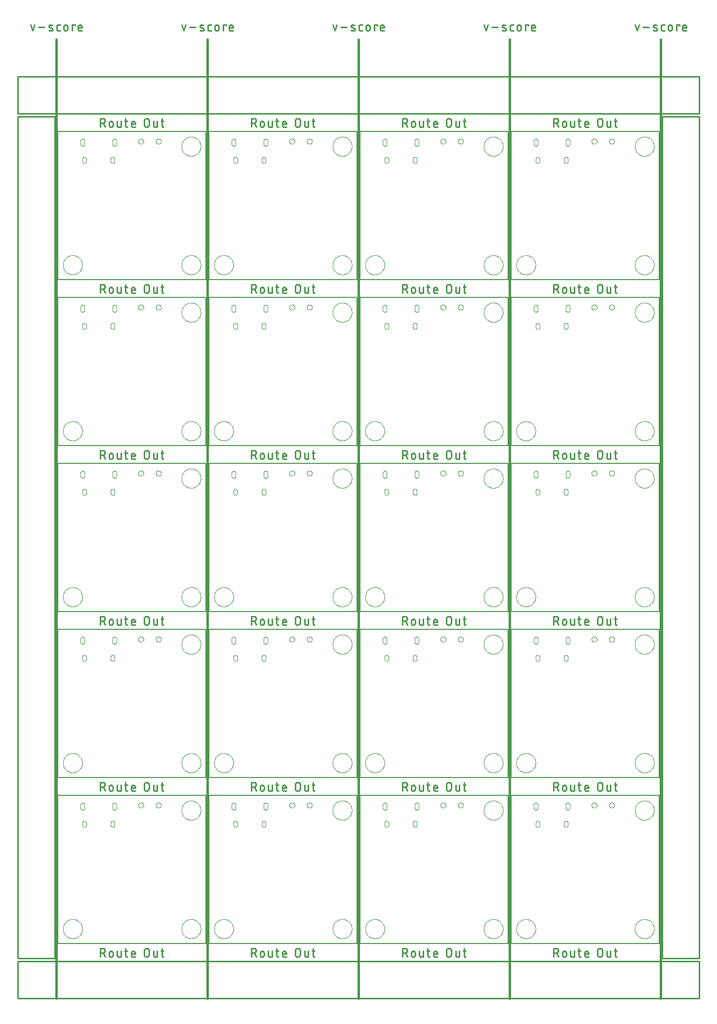
<source format=gko>
G75*
%MOIN*%
%OFA0B0*%
%FSLAX25Y25*%
%IPPOS*%
%LPD*%
%AMOC8*
5,1,8,0,0,1.08239X$1,22.5*
%
%ADD10C,0.00800*%
%ADD11C,0.01100*%
%ADD12C,0.01500*%
%ADD13C,0.01000*%
%ADD14C,0.00079*%
%ADD15C,0.00000*%
D10*
X0028500Y0038750D02*
X0028500Y0138750D01*
X0128500Y0138750D01*
X0128500Y0038750D01*
X0028500Y0038750D01*
X0028500Y0150750D02*
X0028500Y0250750D01*
X0128500Y0250750D01*
X0128500Y0150750D01*
X0028500Y0150750D01*
X0028500Y0262750D02*
X0028500Y0362750D01*
X0128500Y0362750D01*
X0128500Y0262750D01*
X0028500Y0262750D01*
X0028500Y0374750D02*
X0028500Y0474750D01*
X0128500Y0474750D01*
X0128500Y0374750D01*
X0028500Y0374750D01*
X0028500Y0486750D02*
X0028500Y0586750D01*
X0128500Y0586750D01*
X0128500Y0486750D01*
X0028500Y0486750D01*
X0130500Y0486750D02*
X0130500Y0586750D01*
X0230500Y0586750D01*
X0230500Y0486750D01*
X0130500Y0486750D01*
X0130500Y0474750D02*
X0130500Y0374750D01*
X0230500Y0374750D01*
X0230500Y0474750D01*
X0130500Y0474750D01*
X0130500Y0362750D02*
X0130500Y0262750D01*
X0230500Y0262750D01*
X0230500Y0362750D01*
X0130500Y0362750D01*
X0130500Y0250750D02*
X0130500Y0150750D01*
X0230500Y0150750D01*
X0230500Y0250750D01*
X0130500Y0250750D01*
X0130500Y0138750D02*
X0130500Y0038750D01*
X0230500Y0038750D01*
X0230500Y0138750D01*
X0130500Y0138750D01*
X0232500Y0138750D02*
X0232500Y0038750D01*
X0332500Y0038750D01*
X0332500Y0138750D01*
X0232500Y0138750D01*
X0232500Y0150750D02*
X0232500Y0250750D01*
X0332500Y0250750D01*
X0332500Y0150750D01*
X0232500Y0150750D01*
X0232500Y0262750D02*
X0232500Y0362750D01*
X0332500Y0362750D01*
X0332500Y0262750D01*
X0232500Y0262750D01*
X0232500Y0374750D02*
X0232500Y0474750D01*
X0332500Y0474750D01*
X0332500Y0374750D01*
X0232500Y0374750D01*
X0232500Y0486750D02*
X0232500Y0586750D01*
X0332500Y0586750D01*
X0332500Y0486750D01*
X0232500Y0486750D01*
X0334500Y0486750D02*
X0334500Y0586750D01*
X0434500Y0586750D01*
X0434500Y0486750D01*
X0334500Y0486750D01*
X0334500Y0474750D02*
X0334500Y0374750D01*
X0434500Y0374750D01*
X0434500Y0474750D01*
X0334500Y0474750D01*
X0334500Y0362750D02*
X0334500Y0262750D01*
X0434500Y0262750D01*
X0434500Y0362750D01*
X0334500Y0362750D01*
X0334500Y0250750D02*
X0334500Y0150750D01*
X0434500Y0150750D01*
X0434500Y0250750D01*
X0334500Y0250750D01*
X0334500Y0138750D02*
X0334500Y0038750D01*
X0434500Y0038750D01*
X0434500Y0138750D01*
X0334500Y0138750D01*
D11*
X0363045Y0141800D02*
X0363045Y0147700D01*
X0364684Y0147700D01*
X0364763Y0147698D01*
X0364842Y0147692D01*
X0364921Y0147683D01*
X0364999Y0147669D01*
X0365076Y0147652D01*
X0365153Y0147632D01*
X0365228Y0147607D01*
X0365302Y0147579D01*
X0365375Y0147547D01*
X0365446Y0147512D01*
X0365515Y0147474D01*
X0365582Y0147432D01*
X0365647Y0147387D01*
X0365710Y0147339D01*
X0365771Y0147288D01*
X0365829Y0147234D01*
X0365884Y0147177D01*
X0365937Y0147118D01*
X0365986Y0147056D01*
X0366033Y0146992D01*
X0366076Y0146926D01*
X0366116Y0146858D01*
X0366153Y0146787D01*
X0366187Y0146716D01*
X0366216Y0146642D01*
X0366243Y0146567D01*
X0366265Y0146492D01*
X0366284Y0146415D01*
X0366300Y0146337D01*
X0366311Y0146259D01*
X0366319Y0146180D01*
X0366323Y0146101D01*
X0366323Y0146021D01*
X0366319Y0145942D01*
X0366311Y0145863D01*
X0366300Y0145785D01*
X0366284Y0145707D01*
X0366265Y0145630D01*
X0366243Y0145555D01*
X0366216Y0145480D01*
X0366187Y0145406D01*
X0366153Y0145335D01*
X0366116Y0145264D01*
X0366076Y0145196D01*
X0366033Y0145130D01*
X0365986Y0145066D01*
X0365937Y0145004D01*
X0365884Y0144945D01*
X0365829Y0144888D01*
X0365771Y0144834D01*
X0365710Y0144783D01*
X0365647Y0144735D01*
X0365582Y0144690D01*
X0365515Y0144648D01*
X0365446Y0144610D01*
X0365375Y0144575D01*
X0365302Y0144543D01*
X0365228Y0144515D01*
X0365153Y0144490D01*
X0365076Y0144470D01*
X0364999Y0144453D01*
X0364921Y0144439D01*
X0364842Y0144430D01*
X0364763Y0144424D01*
X0364684Y0144422D01*
X0363045Y0144422D01*
X0365012Y0144422D02*
X0366323Y0141800D01*
X0369062Y0143111D02*
X0369062Y0144422D01*
X0369064Y0144493D01*
X0369070Y0144564D01*
X0369079Y0144634D01*
X0369093Y0144704D01*
X0369110Y0144773D01*
X0369131Y0144841D01*
X0369155Y0144907D01*
X0369183Y0144972D01*
X0369215Y0145036D01*
X0369250Y0145098D01*
X0369288Y0145158D01*
X0369329Y0145215D01*
X0369374Y0145271D01*
X0369421Y0145324D01*
X0369471Y0145374D01*
X0369524Y0145421D01*
X0369580Y0145466D01*
X0369637Y0145507D01*
X0369697Y0145545D01*
X0369759Y0145580D01*
X0369823Y0145612D01*
X0369888Y0145640D01*
X0369954Y0145664D01*
X0370022Y0145685D01*
X0370091Y0145702D01*
X0370161Y0145716D01*
X0370231Y0145725D01*
X0370302Y0145731D01*
X0370373Y0145733D01*
X0370444Y0145731D01*
X0370515Y0145725D01*
X0370585Y0145716D01*
X0370655Y0145702D01*
X0370724Y0145685D01*
X0370792Y0145664D01*
X0370858Y0145640D01*
X0370923Y0145612D01*
X0370987Y0145580D01*
X0371049Y0145545D01*
X0371109Y0145507D01*
X0371166Y0145466D01*
X0371222Y0145421D01*
X0371275Y0145374D01*
X0371325Y0145324D01*
X0371372Y0145271D01*
X0371417Y0145215D01*
X0371458Y0145158D01*
X0371496Y0145098D01*
X0371531Y0145036D01*
X0371563Y0144972D01*
X0371591Y0144907D01*
X0371615Y0144841D01*
X0371636Y0144773D01*
X0371653Y0144704D01*
X0371667Y0144634D01*
X0371676Y0144564D01*
X0371682Y0144493D01*
X0371684Y0144422D01*
X0371684Y0143111D01*
X0371682Y0143040D01*
X0371676Y0142969D01*
X0371667Y0142899D01*
X0371653Y0142829D01*
X0371636Y0142760D01*
X0371615Y0142692D01*
X0371591Y0142626D01*
X0371563Y0142561D01*
X0371531Y0142497D01*
X0371496Y0142435D01*
X0371458Y0142375D01*
X0371417Y0142318D01*
X0371372Y0142262D01*
X0371325Y0142209D01*
X0371275Y0142159D01*
X0371222Y0142112D01*
X0371166Y0142067D01*
X0371109Y0142026D01*
X0371049Y0141988D01*
X0370987Y0141953D01*
X0370923Y0141921D01*
X0370858Y0141893D01*
X0370792Y0141869D01*
X0370724Y0141848D01*
X0370655Y0141831D01*
X0370585Y0141817D01*
X0370515Y0141808D01*
X0370444Y0141802D01*
X0370373Y0141800D01*
X0370302Y0141802D01*
X0370231Y0141808D01*
X0370161Y0141817D01*
X0370091Y0141831D01*
X0370022Y0141848D01*
X0369954Y0141869D01*
X0369888Y0141893D01*
X0369823Y0141921D01*
X0369759Y0141953D01*
X0369697Y0141988D01*
X0369637Y0142026D01*
X0369580Y0142067D01*
X0369524Y0142112D01*
X0369471Y0142159D01*
X0369421Y0142209D01*
X0369374Y0142262D01*
X0369329Y0142318D01*
X0369288Y0142375D01*
X0369250Y0142435D01*
X0369215Y0142497D01*
X0369183Y0142561D01*
X0369155Y0142626D01*
X0369131Y0142692D01*
X0369110Y0142760D01*
X0369093Y0142829D01*
X0369079Y0142899D01*
X0369070Y0142969D01*
X0369064Y0143040D01*
X0369062Y0143111D01*
X0374601Y0142783D02*
X0374601Y0145733D01*
X0377223Y0145733D02*
X0377223Y0141800D01*
X0375584Y0141800D01*
X0375522Y0141802D01*
X0375461Y0141808D01*
X0375400Y0141817D01*
X0375340Y0141831D01*
X0375280Y0141848D01*
X0375222Y0141869D01*
X0375165Y0141894D01*
X0375110Y0141922D01*
X0375057Y0141953D01*
X0375006Y0141988D01*
X0374957Y0142026D01*
X0374911Y0142066D01*
X0374867Y0142110D01*
X0374827Y0142156D01*
X0374789Y0142205D01*
X0374754Y0142256D01*
X0374723Y0142309D01*
X0374695Y0142364D01*
X0374670Y0142421D01*
X0374649Y0142479D01*
X0374632Y0142539D01*
X0374618Y0142599D01*
X0374609Y0142660D01*
X0374603Y0142721D01*
X0374601Y0142783D01*
X0380233Y0142783D02*
X0380233Y0147700D01*
X0379578Y0145733D02*
X0381544Y0145733D01*
X0384037Y0144422D02*
X0384037Y0142783D01*
X0384039Y0142721D01*
X0384045Y0142660D01*
X0384054Y0142599D01*
X0384068Y0142539D01*
X0384085Y0142479D01*
X0384106Y0142421D01*
X0384131Y0142364D01*
X0384159Y0142309D01*
X0384190Y0142256D01*
X0384225Y0142205D01*
X0384263Y0142156D01*
X0384303Y0142110D01*
X0384347Y0142066D01*
X0384393Y0142026D01*
X0384442Y0141988D01*
X0384493Y0141953D01*
X0384546Y0141922D01*
X0384601Y0141894D01*
X0384658Y0141869D01*
X0384716Y0141848D01*
X0384776Y0141831D01*
X0384836Y0141817D01*
X0384897Y0141808D01*
X0384958Y0141802D01*
X0385020Y0141800D01*
X0386659Y0141800D01*
X0386659Y0143767D02*
X0384037Y0143767D01*
X0384037Y0144422D02*
X0384039Y0144493D01*
X0384045Y0144564D01*
X0384054Y0144634D01*
X0384068Y0144704D01*
X0384085Y0144773D01*
X0384106Y0144841D01*
X0384130Y0144907D01*
X0384158Y0144972D01*
X0384190Y0145036D01*
X0384225Y0145098D01*
X0384263Y0145158D01*
X0384304Y0145215D01*
X0384349Y0145271D01*
X0384396Y0145324D01*
X0384446Y0145374D01*
X0384499Y0145421D01*
X0384555Y0145466D01*
X0384612Y0145507D01*
X0384672Y0145545D01*
X0384734Y0145580D01*
X0384798Y0145612D01*
X0384863Y0145640D01*
X0384929Y0145664D01*
X0384997Y0145685D01*
X0385066Y0145702D01*
X0385136Y0145716D01*
X0385206Y0145725D01*
X0385277Y0145731D01*
X0385348Y0145733D01*
X0385419Y0145731D01*
X0385490Y0145725D01*
X0385560Y0145716D01*
X0385630Y0145702D01*
X0385699Y0145685D01*
X0385767Y0145664D01*
X0385833Y0145640D01*
X0385898Y0145612D01*
X0385962Y0145580D01*
X0386024Y0145545D01*
X0386084Y0145507D01*
X0386141Y0145466D01*
X0386197Y0145421D01*
X0386250Y0145374D01*
X0386300Y0145324D01*
X0386347Y0145271D01*
X0386392Y0145215D01*
X0386433Y0145158D01*
X0386471Y0145098D01*
X0386506Y0145036D01*
X0386538Y0144972D01*
X0386566Y0144907D01*
X0386590Y0144841D01*
X0386611Y0144773D01*
X0386628Y0144704D01*
X0386642Y0144634D01*
X0386651Y0144564D01*
X0386657Y0144493D01*
X0386659Y0144422D01*
X0386659Y0143767D01*
X0381544Y0141800D02*
X0381216Y0141800D01*
X0381154Y0141802D01*
X0381093Y0141808D01*
X0381032Y0141817D01*
X0380972Y0141831D01*
X0380912Y0141848D01*
X0380854Y0141869D01*
X0380797Y0141894D01*
X0380742Y0141922D01*
X0380689Y0141953D01*
X0380638Y0141988D01*
X0380589Y0142026D01*
X0380543Y0142066D01*
X0380499Y0142110D01*
X0380459Y0142156D01*
X0380421Y0142205D01*
X0380386Y0142256D01*
X0380355Y0142309D01*
X0380327Y0142364D01*
X0380302Y0142421D01*
X0380281Y0142479D01*
X0380264Y0142539D01*
X0380250Y0142599D01*
X0380241Y0142660D01*
X0380235Y0142721D01*
X0380233Y0142783D01*
X0392735Y0143439D02*
X0392735Y0146061D01*
X0392737Y0146140D01*
X0392743Y0146219D01*
X0392752Y0146298D01*
X0392766Y0146376D01*
X0392783Y0146453D01*
X0392803Y0146530D01*
X0392828Y0146605D01*
X0392856Y0146679D01*
X0392888Y0146752D01*
X0392923Y0146823D01*
X0392961Y0146892D01*
X0393003Y0146959D01*
X0393048Y0147024D01*
X0393096Y0147087D01*
X0393147Y0147148D01*
X0393201Y0147206D01*
X0393258Y0147261D01*
X0393317Y0147314D01*
X0393379Y0147363D01*
X0393443Y0147410D01*
X0393509Y0147453D01*
X0393577Y0147493D01*
X0393648Y0147530D01*
X0393719Y0147564D01*
X0393793Y0147593D01*
X0393868Y0147620D01*
X0393943Y0147642D01*
X0394020Y0147661D01*
X0394098Y0147677D01*
X0394176Y0147688D01*
X0394255Y0147696D01*
X0394334Y0147700D01*
X0394414Y0147700D01*
X0394493Y0147696D01*
X0394572Y0147688D01*
X0394650Y0147677D01*
X0394728Y0147661D01*
X0394805Y0147642D01*
X0394880Y0147620D01*
X0394955Y0147593D01*
X0395029Y0147564D01*
X0395100Y0147530D01*
X0395171Y0147493D01*
X0395239Y0147453D01*
X0395305Y0147410D01*
X0395369Y0147363D01*
X0395431Y0147314D01*
X0395490Y0147261D01*
X0395547Y0147206D01*
X0395601Y0147148D01*
X0395652Y0147087D01*
X0395700Y0147024D01*
X0395745Y0146959D01*
X0395787Y0146892D01*
X0395825Y0146823D01*
X0395860Y0146752D01*
X0395892Y0146679D01*
X0395920Y0146605D01*
X0395945Y0146530D01*
X0395965Y0146453D01*
X0395982Y0146376D01*
X0395996Y0146298D01*
X0396005Y0146219D01*
X0396011Y0146140D01*
X0396013Y0146061D01*
X0396013Y0143439D01*
X0396011Y0143360D01*
X0396005Y0143281D01*
X0395996Y0143202D01*
X0395982Y0143124D01*
X0395965Y0143047D01*
X0395945Y0142970D01*
X0395920Y0142895D01*
X0395892Y0142821D01*
X0395860Y0142748D01*
X0395825Y0142677D01*
X0395787Y0142608D01*
X0395745Y0142541D01*
X0395700Y0142476D01*
X0395652Y0142413D01*
X0395601Y0142352D01*
X0395547Y0142294D01*
X0395490Y0142239D01*
X0395431Y0142186D01*
X0395369Y0142137D01*
X0395305Y0142090D01*
X0395239Y0142047D01*
X0395171Y0142007D01*
X0395100Y0141970D01*
X0395029Y0141936D01*
X0394955Y0141907D01*
X0394880Y0141880D01*
X0394805Y0141858D01*
X0394728Y0141839D01*
X0394650Y0141823D01*
X0394572Y0141812D01*
X0394493Y0141804D01*
X0394414Y0141800D01*
X0394334Y0141800D01*
X0394255Y0141804D01*
X0394176Y0141812D01*
X0394098Y0141823D01*
X0394020Y0141839D01*
X0393943Y0141858D01*
X0393868Y0141880D01*
X0393793Y0141907D01*
X0393719Y0141936D01*
X0393648Y0141970D01*
X0393577Y0142007D01*
X0393509Y0142047D01*
X0393443Y0142090D01*
X0393379Y0142137D01*
X0393317Y0142186D01*
X0393258Y0142239D01*
X0393201Y0142294D01*
X0393147Y0142352D01*
X0393096Y0142413D01*
X0393048Y0142476D01*
X0393003Y0142541D01*
X0392961Y0142608D01*
X0392923Y0142677D01*
X0392888Y0142748D01*
X0392856Y0142821D01*
X0392828Y0142895D01*
X0392803Y0142970D01*
X0392783Y0143047D01*
X0392766Y0143124D01*
X0392752Y0143202D01*
X0392743Y0143281D01*
X0392737Y0143360D01*
X0392735Y0143439D01*
X0399012Y0142783D02*
X0399012Y0145733D01*
X0401634Y0145733D02*
X0401634Y0141800D01*
X0399995Y0141800D01*
X0399933Y0141802D01*
X0399872Y0141808D01*
X0399811Y0141817D01*
X0399751Y0141831D01*
X0399691Y0141848D01*
X0399633Y0141869D01*
X0399576Y0141894D01*
X0399521Y0141922D01*
X0399468Y0141953D01*
X0399417Y0141988D01*
X0399368Y0142026D01*
X0399322Y0142066D01*
X0399278Y0142110D01*
X0399238Y0142156D01*
X0399200Y0142205D01*
X0399165Y0142256D01*
X0399134Y0142309D01*
X0399106Y0142364D01*
X0399081Y0142421D01*
X0399060Y0142479D01*
X0399043Y0142539D01*
X0399029Y0142599D01*
X0399020Y0142660D01*
X0399014Y0142721D01*
X0399012Y0142783D01*
X0404644Y0142783D02*
X0404644Y0147700D01*
X0403988Y0145733D02*
X0405955Y0145733D01*
X0404644Y0142783D02*
X0404646Y0142721D01*
X0404652Y0142660D01*
X0404661Y0142599D01*
X0404675Y0142539D01*
X0404692Y0142479D01*
X0404713Y0142421D01*
X0404738Y0142364D01*
X0404766Y0142309D01*
X0404797Y0142256D01*
X0404832Y0142205D01*
X0404870Y0142156D01*
X0404910Y0142110D01*
X0404954Y0142066D01*
X0405000Y0142026D01*
X0405049Y0141988D01*
X0405100Y0141953D01*
X0405153Y0141922D01*
X0405208Y0141894D01*
X0405265Y0141869D01*
X0405323Y0141848D01*
X0405383Y0141831D01*
X0405443Y0141817D01*
X0405504Y0141808D01*
X0405565Y0141802D01*
X0405627Y0141800D01*
X0405955Y0141800D01*
X0404644Y0035700D02*
X0404644Y0030783D01*
X0404646Y0030721D01*
X0404652Y0030660D01*
X0404661Y0030599D01*
X0404675Y0030539D01*
X0404692Y0030479D01*
X0404713Y0030421D01*
X0404738Y0030364D01*
X0404766Y0030309D01*
X0404797Y0030256D01*
X0404832Y0030205D01*
X0404870Y0030156D01*
X0404910Y0030110D01*
X0404954Y0030066D01*
X0405000Y0030026D01*
X0405049Y0029988D01*
X0405100Y0029953D01*
X0405153Y0029922D01*
X0405208Y0029894D01*
X0405265Y0029869D01*
X0405323Y0029848D01*
X0405383Y0029831D01*
X0405443Y0029817D01*
X0405504Y0029808D01*
X0405565Y0029802D01*
X0405627Y0029800D01*
X0405955Y0029800D01*
X0405955Y0033733D02*
X0403988Y0033733D01*
X0401634Y0033733D02*
X0401634Y0029800D01*
X0399995Y0029800D01*
X0399933Y0029802D01*
X0399872Y0029808D01*
X0399811Y0029817D01*
X0399751Y0029831D01*
X0399691Y0029848D01*
X0399633Y0029869D01*
X0399576Y0029894D01*
X0399521Y0029922D01*
X0399468Y0029953D01*
X0399417Y0029988D01*
X0399368Y0030026D01*
X0399322Y0030066D01*
X0399278Y0030110D01*
X0399238Y0030156D01*
X0399200Y0030205D01*
X0399165Y0030256D01*
X0399134Y0030309D01*
X0399106Y0030364D01*
X0399081Y0030421D01*
X0399060Y0030479D01*
X0399043Y0030539D01*
X0399029Y0030599D01*
X0399020Y0030660D01*
X0399014Y0030721D01*
X0399012Y0030783D01*
X0399012Y0033733D01*
X0396013Y0034061D02*
X0396013Y0031439D01*
X0396011Y0031360D01*
X0396005Y0031281D01*
X0395996Y0031202D01*
X0395982Y0031124D01*
X0395965Y0031047D01*
X0395945Y0030970D01*
X0395920Y0030895D01*
X0395892Y0030821D01*
X0395860Y0030748D01*
X0395825Y0030677D01*
X0395787Y0030608D01*
X0395745Y0030541D01*
X0395700Y0030476D01*
X0395652Y0030413D01*
X0395601Y0030352D01*
X0395547Y0030294D01*
X0395490Y0030239D01*
X0395431Y0030186D01*
X0395369Y0030137D01*
X0395305Y0030090D01*
X0395239Y0030047D01*
X0395171Y0030007D01*
X0395100Y0029970D01*
X0395029Y0029936D01*
X0394955Y0029907D01*
X0394880Y0029880D01*
X0394805Y0029858D01*
X0394728Y0029839D01*
X0394650Y0029823D01*
X0394572Y0029812D01*
X0394493Y0029804D01*
X0394414Y0029800D01*
X0394334Y0029800D01*
X0394255Y0029804D01*
X0394176Y0029812D01*
X0394098Y0029823D01*
X0394020Y0029839D01*
X0393943Y0029858D01*
X0393868Y0029880D01*
X0393793Y0029907D01*
X0393719Y0029936D01*
X0393648Y0029970D01*
X0393577Y0030007D01*
X0393509Y0030047D01*
X0393443Y0030090D01*
X0393379Y0030137D01*
X0393317Y0030186D01*
X0393258Y0030239D01*
X0393201Y0030294D01*
X0393147Y0030352D01*
X0393096Y0030413D01*
X0393048Y0030476D01*
X0393003Y0030541D01*
X0392961Y0030608D01*
X0392923Y0030677D01*
X0392888Y0030748D01*
X0392856Y0030821D01*
X0392828Y0030895D01*
X0392803Y0030970D01*
X0392783Y0031047D01*
X0392766Y0031124D01*
X0392752Y0031202D01*
X0392743Y0031281D01*
X0392737Y0031360D01*
X0392735Y0031439D01*
X0392735Y0034061D01*
X0392737Y0034140D01*
X0392743Y0034219D01*
X0392752Y0034298D01*
X0392766Y0034376D01*
X0392783Y0034453D01*
X0392803Y0034530D01*
X0392828Y0034605D01*
X0392856Y0034679D01*
X0392888Y0034752D01*
X0392923Y0034823D01*
X0392961Y0034892D01*
X0393003Y0034959D01*
X0393048Y0035024D01*
X0393096Y0035087D01*
X0393147Y0035148D01*
X0393201Y0035206D01*
X0393258Y0035261D01*
X0393317Y0035314D01*
X0393379Y0035363D01*
X0393443Y0035410D01*
X0393509Y0035453D01*
X0393577Y0035493D01*
X0393648Y0035530D01*
X0393719Y0035564D01*
X0393793Y0035593D01*
X0393868Y0035620D01*
X0393943Y0035642D01*
X0394020Y0035661D01*
X0394098Y0035677D01*
X0394176Y0035688D01*
X0394255Y0035696D01*
X0394334Y0035700D01*
X0394414Y0035700D01*
X0394493Y0035696D01*
X0394572Y0035688D01*
X0394650Y0035677D01*
X0394728Y0035661D01*
X0394805Y0035642D01*
X0394880Y0035620D01*
X0394955Y0035593D01*
X0395029Y0035564D01*
X0395100Y0035530D01*
X0395171Y0035493D01*
X0395239Y0035453D01*
X0395305Y0035410D01*
X0395369Y0035363D01*
X0395431Y0035314D01*
X0395490Y0035261D01*
X0395547Y0035206D01*
X0395601Y0035148D01*
X0395652Y0035087D01*
X0395700Y0035024D01*
X0395745Y0034959D01*
X0395787Y0034892D01*
X0395825Y0034823D01*
X0395860Y0034752D01*
X0395892Y0034679D01*
X0395920Y0034605D01*
X0395945Y0034530D01*
X0395965Y0034453D01*
X0395982Y0034376D01*
X0395996Y0034298D01*
X0396005Y0034219D01*
X0396011Y0034140D01*
X0396013Y0034061D01*
X0386659Y0032422D02*
X0386659Y0031767D01*
X0384037Y0031767D01*
X0384037Y0032422D02*
X0384037Y0030783D01*
X0384039Y0030721D01*
X0384045Y0030660D01*
X0384054Y0030599D01*
X0384068Y0030539D01*
X0384085Y0030479D01*
X0384106Y0030421D01*
X0384131Y0030364D01*
X0384159Y0030309D01*
X0384190Y0030256D01*
X0384225Y0030205D01*
X0384263Y0030156D01*
X0384303Y0030110D01*
X0384347Y0030066D01*
X0384393Y0030026D01*
X0384442Y0029988D01*
X0384493Y0029953D01*
X0384546Y0029922D01*
X0384601Y0029894D01*
X0384658Y0029869D01*
X0384716Y0029848D01*
X0384776Y0029831D01*
X0384836Y0029817D01*
X0384897Y0029808D01*
X0384958Y0029802D01*
X0385020Y0029800D01*
X0386659Y0029800D01*
X0386659Y0032422D02*
X0386657Y0032493D01*
X0386651Y0032564D01*
X0386642Y0032634D01*
X0386628Y0032704D01*
X0386611Y0032773D01*
X0386590Y0032841D01*
X0386566Y0032907D01*
X0386538Y0032972D01*
X0386506Y0033036D01*
X0386471Y0033098D01*
X0386433Y0033158D01*
X0386392Y0033215D01*
X0386347Y0033271D01*
X0386300Y0033324D01*
X0386250Y0033374D01*
X0386197Y0033421D01*
X0386141Y0033466D01*
X0386084Y0033507D01*
X0386024Y0033545D01*
X0385962Y0033580D01*
X0385898Y0033612D01*
X0385833Y0033640D01*
X0385767Y0033664D01*
X0385699Y0033685D01*
X0385630Y0033702D01*
X0385560Y0033716D01*
X0385490Y0033725D01*
X0385419Y0033731D01*
X0385348Y0033733D01*
X0385277Y0033731D01*
X0385206Y0033725D01*
X0385136Y0033716D01*
X0385066Y0033702D01*
X0384997Y0033685D01*
X0384929Y0033664D01*
X0384863Y0033640D01*
X0384798Y0033612D01*
X0384734Y0033580D01*
X0384672Y0033545D01*
X0384612Y0033507D01*
X0384555Y0033466D01*
X0384499Y0033421D01*
X0384446Y0033374D01*
X0384396Y0033324D01*
X0384349Y0033271D01*
X0384304Y0033215D01*
X0384263Y0033158D01*
X0384225Y0033098D01*
X0384190Y0033036D01*
X0384158Y0032972D01*
X0384130Y0032907D01*
X0384106Y0032841D01*
X0384085Y0032773D01*
X0384068Y0032704D01*
X0384054Y0032634D01*
X0384045Y0032564D01*
X0384039Y0032493D01*
X0384037Y0032422D01*
X0381544Y0033733D02*
X0379578Y0033733D01*
X0380233Y0035700D02*
X0380233Y0030783D01*
X0380235Y0030721D01*
X0380241Y0030660D01*
X0380250Y0030599D01*
X0380264Y0030539D01*
X0380281Y0030479D01*
X0380302Y0030421D01*
X0380327Y0030364D01*
X0380355Y0030309D01*
X0380386Y0030256D01*
X0380421Y0030205D01*
X0380459Y0030156D01*
X0380499Y0030110D01*
X0380543Y0030066D01*
X0380589Y0030026D01*
X0380638Y0029988D01*
X0380689Y0029953D01*
X0380742Y0029922D01*
X0380797Y0029894D01*
X0380854Y0029869D01*
X0380912Y0029848D01*
X0380972Y0029831D01*
X0381032Y0029817D01*
X0381093Y0029808D01*
X0381154Y0029802D01*
X0381216Y0029800D01*
X0381544Y0029800D01*
X0377223Y0029800D02*
X0377223Y0033733D01*
X0374601Y0033733D02*
X0374601Y0030783D01*
X0374603Y0030721D01*
X0374609Y0030660D01*
X0374618Y0030599D01*
X0374632Y0030539D01*
X0374649Y0030479D01*
X0374670Y0030421D01*
X0374695Y0030364D01*
X0374723Y0030309D01*
X0374754Y0030256D01*
X0374789Y0030205D01*
X0374827Y0030156D01*
X0374867Y0030110D01*
X0374911Y0030066D01*
X0374957Y0030026D01*
X0375006Y0029988D01*
X0375057Y0029953D01*
X0375110Y0029922D01*
X0375165Y0029894D01*
X0375222Y0029869D01*
X0375280Y0029848D01*
X0375340Y0029831D01*
X0375400Y0029817D01*
X0375461Y0029808D01*
X0375522Y0029802D01*
X0375584Y0029800D01*
X0377223Y0029800D01*
X0371684Y0031111D02*
X0371684Y0032422D01*
X0371682Y0032493D01*
X0371676Y0032564D01*
X0371667Y0032634D01*
X0371653Y0032704D01*
X0371636Y0032773D01*
X0371615Y0032841D01*
X0371591Y0032907D01*
X0371563Y0032972D01*
X0371531Y0033036D01*
X0371496Y0033098D01*
X0371458Y0033158D01*
X0371417Y0033215D01*
X0371372Y0033271D01*
X0371325Y0033324D01*
X0371275Y0033374D01*
X0371222Y0033421D01*
X0371166Y0033466D01*
X0371109Y0033507D01*
X0371049Y0033545D01*
X0370987Y0033580D01*
X0370923Y0033612D01*
X0370858Y0033640D01*
X0370792Y0033664D01*
X0370724Y0033685D01*
X0370655Y0033702D01*
X0370585Y0033716D01*
X0370515Y0033725D01*
X0370444Y0033731D01*
X0370373Y0033733D01*
X0370302Y0033731D01*
X0370231Y0033725D01*
X0370161Y0033716D01*
X0370091Y0033702D01*
X0370022Y0033685D01*
X0369954Y0033664D01*
X0369888Y0033640D01*
X0369823Y0033612D01*
X0369759Y0033580D01*
X0369697Y0033545D01*
X0369637Y0033507D01*
X0369580Y0033466D01*
X0369524Y0033421D01*
X0369471Y0033374D01*
X0369421Y0033324D01*
X0369374Y0033271D01*
X0369329Y0033215D01*
X0369288Y0033158D01*
X0369250Y0033098D01*
X0369215Y0033036D01*
X0369183Y0032972D01*
X0369155Y0032907D01*
X0369131Y0032841D01*
X0369110Y0032773D01*
X0369093Y0032704D01*
X0369079Y0032634D01*
X0369070Y0032564D01*
X0369064Y0032493D01*
X0369062Y0032422D01*
X0369062Y0031111D01*
X0369064Y0031040D01*
X0369070Y0030969D01*
X0369079Y0030899D01*
X0369093Y0030829D01*
X0369110Y0030760D01*
X0369131Y0030692D01*
X0369155Y0030626D01*
X0369183Y0030561D01*
X0369215Y0030497D01*
X0369250Y0030435D01*
X0369288Y0030375D01*
X0369329Y0030318D01*
X0369374Y0030262D01*
X0369421Y0030209D01*
X0369471Y0030159D01*
X0369524Y0030112D01*
X0369580Y0030067D01*
X0369637Y0030026D01*
X0369697Y0029988D01*
X0369759Y0029953D01*
X0369823Y0029921D01*
X0369888Y0029893D01*
X0369954Y0029869D01*
X0370022Y0029848D01*
X0370091Y0029831D01*
X0370161Y0029817D01*
X0370231Y0029808D01*
X0370302Y0029802D01*
X0370373Y0029800D01*
X0370444Y0029802D01*
X0370515Y0029808D01*
X0370585Y0029817D01*
X0370655Y0029831D01*
X0370724Y0029848D01*
X0370792Y0029869D01*
X0370858Y0029893D01*
X0370923Y0029921D01*
X0370987Y0029953D01*
X0371049Y0029988D01*
X0371109Y0030026D01*
X0371166Y0030067D01*
X0371222Y0030112D01*
X0371275Y0030159D01*
X0371325Y0030209D01*
X0371372Y0030262D01*
X0371417Y0030318D01*
X0371458Y0030375D01*
X0371496Y0030435D01*
X0371531Y0030497D01*
X0371563Y0030561D01*
X0371591Y0030626D01*
X0371615Y0030692D01*
X0371636Y0030760D01*
X0371653Y0030829D01*
X0371667Y0030899D01*
X0371676Y0030969D01*
X0371682Y0031040D01*
X0371684Y0031111D01*
X0366323Y0029800D02*
X0365012Y0032422D01*
X0364684Y0032422D02*
X0363045Y0032422D01*
X0364684Y0032422D02*
X0364763Y0032424D01*
X0364842Y0032430D01*
X0364921Y0032439D01*
X0364999Y0032453D01*
X0365076Y0032470D01*
X0365153Y0032490D01*
X0365228Y0032515D01*
X0365302Y0032543D01*
X0365375Y0032575D01*
X0365446Y0032610D01*
X0365515Y0032648D01*
X0365582Y0032690D01*
X0365647Y0032735D01*
X0365710Y0032783D01*
X0365771Y0032834D01*
X0365829Y0032888D01*
X0365884Y0032945D01*
X0365937Y0033004D01*
X0365986Y0033066D01*
X0366033Y0033130D01*
X0366076Y0033196D01*
X0366116Y0033264D01*
X0366153Y0033335D01*
X0366187Y0033406D01*
X0366216Y0033480D01*
X0366243Y0033555D01*
X0366265Y0033630D01*
X0366284Y0033707D01*
X0366300Y0033785D01*
X0366311Y0033863D01*
X0366319Y0033942D01*
X0366323Y0034021D01*
X0366323Y0034101D01*
X0366319Y0034180D01*
X0366311Y0034259D01*
X0366300Y0034337D01*
X0366284Y0034415D01*
X0366265Y0034492D01*
X0366243Y0034567D01*
X0366216Y0034642D01*
X0366187Y0034716D01*
X0366153Y0034787D01*
X0366116Y0034858D01*
X0366076Y0034926D01*
X0366033Y0034992D01*
X0365986Y0035056D01*
X0365937Y0035118D01*
X0365884Y0035177D01*
X0365829Y0035234D01*
X0365771Y0035288D01*
X0365710Y0035339D01*
X0365647Y0035387D01*
X0365582Y0035432D01*
X0365515Y0035474D01*
X0365446Y0035512D01*
X0365375Y0035547D01*
X0365302Y0035579D01*
X0365228Y0035607D01*
X0365153Y0035632D01*
X0365076Y0035652D01*
X0364999Y0035669D01*
X0364921Y0035683D01*
X0364842Y0035692D01*
X0364763Y0035698D01*
X0364684Y0035700D01*
X0363045Y0035700D01*
X0363045Y0029800D01*
X0303955Y0029800D02*
X0303627Y0029800D01*
X0303565Y0029802D01*
X0303504Y0029808D01*
X0303443Y0029817D01*
X0303383Y0029831D01*
X0303323Y0029848D01*
X0303265Y0029869D01*
X0303208Y0029894D01*
X0303153Y0029922D01*
X0303100Y0029953D01*
X0303049Y0029988D01*
X0303000Y0030026D01*
X0302954Y0030066D01*
X0302910Y0030110D01*
X0302870Y0030156D01*
X0302832Y0030205D01*
X0302797Y0030256D01*
X0302766Y0030309D01*
X0302738Y0030364D01*
X0302713Y0030421D01*
X0302692Y0030479D01*
X0302675Y0030539D01*
X0302661Y0030599D01*
X0302652Y0030660D01*
X0302646Y0030721D01*
X0302644Y0030783D01*
X0302644Y0035700D01*
X0301988Y0033733D02*
X0303955Y0033733D01*
X0299634Y0033733D02*
X0299634Y0029800D01*
X0297995Y0029800D01*
X0297933Y0029802D01*
X0297872Y0029808D01*
X0297811Y0029817D01*
X0297751Y0029831D01*
X0297691Y0029848D01*
X0297633Y0029869D01*
X0297576Y0029894D01*
X0297521Y0029922D01*
X0297468Y0029953D01*
X0297417Y0029988D01*
X0297368Y0030026D01*
X0297322Y0030066D01*
X0297278Y0030110D01*
X0297238Y0030156D01*
X0297200Y0030205D01*
X0297165Y0030256D01*
X0297134Y0030309D01*
X0297106Y0030364D01*
X0297081Y0030421D01*
X0297060Y0030479D01*
X0297043Y0030539D01*
X0297029Y0030599D01*
X0297020Y0030660D01*
X0297014Y0030721D01*
X0297012Y0030783D01*
X0297012Y0033733D01*
X0294013Y0034061D02*
X0294013Y0031439D01*
X0294011Y0031360D01*
X0294005Y0031281D01*
X0293996Y0031202D01*
X0293982Y0031124D01*
X0293965Y0031047D01*
X0293945Y0030970D01*
X0293920Y0030895D01*
X0293892Y0030821D01*
X0293860Y0030748D01*
X0293825Y0030677D01*
X0293787Y0030608D01*
X0293745Y0030541D01*
X0293700Y0030476D01*
X0293652Y0030413D01*
X0293601Y0030352D01*
X0293547Y0030294D01*
X0293490Y0030239D01*
X0293431Y0030186D01*
X0293369Y0030137D01*
X0293305Y0030090D01*
X0293239Y0030047D01*
X0293171Y0030007D01*
X0293100Y0029970D01*
X0293029Y0029936D01*
X0292955Y0029907D01*
X0292880Y0029880D01*
X0292805Y0029858D01*
X0292728Y0029839D01*
X0292650Y0029823D01*
X0292572Y0029812D01*
X0292493Y0029804D01*
X0292414Y0029800D01*
X0292334Y0029800D01*
X0292255Y0029804D01*
X0292176Y0029812D01*
X0292098Y0029823D01*
X0292020Y0029839D01*
X0291943Y0029858D01*
X0291868Y0029880D01*
X0291793Y0029907D01*
X0291719Y0029936D01*
X0291648Y0029970D01*
X0291577Y0030007D01*
X0291509Y0030047D01*
X0291443Y0030090D01*
X0291379Y0030137D01*
X0291317Y0030186D01*
X0291258Y0030239D01*
X0291201Y0030294D01*
X0291147Y0030352D01*
X0291096Y0030413D01*
X0291048Y0030476D01*
X0291003Y0030541D01*
X0290961Y0030608D01*
X0290923Y0030677D01*
X0290888Y0030748D01*
X0290856Y0030821D01*
X0290828Y0030895D01*
X0290803Y0030970D01*
X0290783Y0031047D01*
X0290766Y0031124D01*
X0290752Y0031202D01*
X0290743Y0031281D01*
X0290737Y0031360D01*
X0290735Y0031439D01*
X0290735Y0034061D01*
X0290737Y0034140D01*
X0290743Y0034219D01*
X0290752Y0034298D01*
X0290766Y0034376D01*
X0290783Y0034453D01*
X0290803Y0034530D01*
X0290828Y0034605D01*
X0290856Y0034679D01*
X0290888Y0034752D01*
X0290923Y0034823D01*
X0290961Y0034892D01*
X0291003Y0034959D01*
X0291048Y0035024D01*
X0291096Y0035087D01*
X0291147Y0035148D01*
X0291201Y0035206D01*
X0291258Y0035261D01*
X0291317Y0035314D01*
X0291379Y0035363D01*
X0291443Y0035410D01*
X0291509Y0035453D01*
X0291577Y0035493D01*
X0291648Y0035530D01*
X0291719Y0035564D01*
X0291793Y0035593D01*
X0291868Y0035620D01*
X0291943Y0035642D01*
X0292020Y0035661D01*
X0292098Y0035677D01*
X0292176Y0035688D01*
X0292255Y0035696D01*
X0292334Y0035700D01*
X0292414Y0035700D01*
X0292493Y0035696D01*
X0292572Y0035688D01*
X0292650Y0035677D01*
X0292728Y0035661D01*
X0292805Y0035642D01*
X0292880Y0035620D01*
X0292955Y0035593D01*
X0293029Y0035564D01*
X0293100Y0035530D01*
X0293171Y0035493D01*
X0293239Y0035453D01*
X0293305Y0035410D01*
X0293369Y0035363D01*
X0293431Y0035314D01*
X0293490Y0035261D01*
X0293547Y0035206D01*
X0293601Y0035148D01*
X0293652Y0035087D01*
X0293700Y0035024D01*
X0293745Y0034959D01*
X0293787Y0034892D01*
X0293825Y0034823D01*
X0293860Y0034752D01*
X0293892Y0034679D01*
X0293920Y0034605D01*
X0293945Y0034530D01*
X0293965Y0034453D01*
X0293982Y0034376D01*
X0293996Y0034298D01*
X0294005Y0034219D01*
X0294011Y0034140D01*
X0294013Y0034061D01*
X0284659Y0032422D02*
X0284659Y0031767D01*
X0282037Y0031767D01*
X0282037Y0032422D02*
X0282037Y0030783D01*
X0282039Y0030721D01*
X0282045Y0030660D01*
X0282054Y0030599D01*
X0282068Y0030539D01*
X0282085Y0030479D01*
X0282106Y0030421D01*
X0282131Y0030364D01*
X0282159Y0030309D01*
X0282190Y0030256D01*
X0282225Y0030205D01*
X0282263Y0030156D01*
X0282303Y0030110D01*
X0282347Y0030066D01*
X0282393Y0030026D01*
X0282442Y0029988D01*
X0282493Y0029953D01*
X0282546Y0029922D01*
X0282601Y0029894D01*
X0282658Y0029869D01*
X0282716Y0029848D01*
X0282776Y0029831D01*
X0282836Y0029817D01*
X0282897Y0029808D01*
X0282958Y0029802D01*
X0283020Y0029800D01*
X0284659Y0029800D01*
X0284659Y0032422D02*
X0284657Y0032493D01*
X0284651Y0032564D01*
X0284642Y0032634D01*
X0284628Y0032704D01*
X0284611Y0032773D01*
X0284590Y0032841D01*
X0284566Y0032907D01*
X0284538Y0032972D01*
X0284506Y0033036D01*
X0284471Y0033098D01*
X0284433Y0033158D01*
X0284392Y0033215D01*
X0284347Y0033271D01*
X0284300Y0033324D01*
X0284250Y0033374D01*
X0284197Y0033421D01*
X0284141Y0033466D01*
X0284084Y0033507D01*
X0284024Y0033545D01*
X0283962Y0033580D01*
X0283898Y0033612D01*
X0283833Y0033640D01*
X0283767Y0033664D01*
X0283699Y0033685D01*
X0283630Y0033702D01*
X0283560Y0033716D01*
X0283490Y0033725D01*
X0283419Y0033731D01*
X0283348Y0033733D01*
X0283277Y0033731D01*
X0283206Y0033725D01*
X0283136Y0033716D01*
X0283066Y0033702D01*
X0282997Y0033685D01*
X0282929Y0033664D01*
X0282863Y0033640D01*
X0282798Y0033612D01*
X0282734Y0033580D01*
X0282672Y0033545D01*
X0282612Y0033507D01*
X0282555Y0033466D01*
X0282499Y0033421D01*
X0282446Y0033374D01*
X0282396Y0033324D01*
X0282349Y0033271D01*
X0282304Y0033215D01*
X0282263Y0033158D01*
X0282225Y0033098D01*
X0282190Y0033036D01*
X0282158Y0032972D01*
X0282130Y0032907D01*
X0282106Y0032841D01*
X0282085Y0032773D01*
X0282068Y0032704D01*
X0282054Y0032634D01*
X0282045Y0032564D01*
X0282039Y0032493D01*
X0282037Y0032422D01*
X0279544Y0033733D02*
X0277578Y0033733D01*
X0278233Y0035700D02*
X0278233Y0030783D01*
X0278235Y0030721D01*
X0278241Y0030660D01*
X0278250Y0030599D01*
X0278264Y0030539D01*
X0278281Y0030479D01*
X0278302Y0030421D01*
X0278327Y0030364D01*
X0278355Y0030309D01*
X0278386Y0030256D01*
X0278421Y0030205D01*
X0278459Y0030156D01*
X0278499Y0030110D01*
X0278543Y0030066D01*
X0278589Y0030026D01*
X0278638Y0029988D01*
X0278689Y0029953D01*
X0278742Y0029922D01*
X0278797Y0029894D01*
X0278854Y0029869D01*
X0278912Y0029848D01*
X0278972Y0029831D01*
X0279032Y0029817D01*
X0279093Y0029808D01*
X0279154Y0029802D01*
X0279216Y0029800D01*
X0279544Y0029800D01*
X0275223Y0029800D02*
X0275223Y0033733D01*
X0272601Y0033733D02*
X0272601Y0030783D01*
X0272603Y0030721D01*
X0272609Y0030660D01*
X0272618Y0030599D01*
X0272632Y0030539D01*
X0272649Y0030479D01*
X0272670Y0030421D01*
X0272695Y0030364D01*
X0272723Y0030309D01*
X0272754Y0030256D01*
X0272789Y0030205D01*
X0272827Y0030156D01*
X0272867Y0030110D01*
X0272911Y0030066D01*
X0272957Y0030026D01*
X0273006Y0029988D01*
X0273057Y0029953D01*
X0273110Y0029922D01*
X0273165Y0029894D01*
X0273222Y0029869D01*
X0273280Y0029848D01*
X0273340Y0029831D01*
X0273400Y0029817D01*
X0273461Y0029808D01*
X0273522Y0029802D01*
X0273584Y0029800D01*
X0275223Y0029800D01*
X0269684Y0031111D02*
X0269684Y0032422D01*
X0269682Y0032493D01*
X0269676Y0032564D01*
X0269667Y0032634D01*
X0269653Y0032704D01*
X0269636Y0032773D01*
X0269615Y0032841D01*
X0269591Y0032907D01*
X0269563Y0032972D01*
X0269531Y0033036D01*
X0269496Y0033098D01*
X0269458Y0033158D01*
X0269417Y0033215D01*
X0269372Y0033271D01*
X0269325Y0033324D01*
X0269275Y0033374D01*
X0269222Y0033421D01*
X0269166Y0033466D01*
X0269109Y0033507D01*
X0269049Y0033545D01*
X0268987Y0033580D01*
X0268923Y0033612D01*
X0268858Y0033640D01*
X0268792Y0033664D01*
X0268724Y0033685D01*
X0268655Y0033702D01*
X0268585Y0033716D01*
X0268515Y0033725D01*
X0268444Y0033731D01*
X0268373Y0033733D01*
X0268302Y0033731D01*
X0268231Y0033725D01*
X0268161Y0033716D01*
X0268091Y0033702D01*
X0268022Y0033685D01*
X0267954Y0033664D01*
X0267888Y0033640D01*
X0267823Y0033612D01*
X0267759Y0033580D01*
X0267697Y0033545D01*
X0267637Y0033507D01*
X0267580Y0033466D01*
X0267524Y0033421D01*
X0267471Y0033374D01*
X0267421Y0033324D01*
X0267374Y0033271D01*
X0267329Y0033215D01*
X0267288Y0033158D01*
X0267250Y0033098D01*
X0267215Y0033036D01*
X0267183Y0032972D01*
X0267155Y0032907D01*
X0267131Y0032841D01*
X0267110Y0032773D01*
X0267093Y0032704D01*
X0267079Y0032634D01*
X0267070Y0032564D01*
X0267064Y0032493D01*
X0267062Y0032422D01*
X0267062Y0031111D01*
X0267064Y0031040D01*
X0267070Y0030969D01*
X0267079Y0030899D01*
X0267093Y0030829D01*
X0267110Y0030760D01*
X0267131Y0030692D01*
X0267155Y0030626D01*
X0267183Y0030561D01*
X0267215Y0030497D01*
X0267250Y0030435D01*
X0267288Y0030375D01*
X0267329Y0030318D01*
X0267374Y0030262D01*
X0267421Y0030209D01*
X0267471Y0030159D01*
X0267524Y0030112D01*
X0267580Y0030067D01*
X0267637Y0030026D01*
X0267697Y0029988D01*
X0267759Y0029953D01*
X0267823Y0029921D01*
X0267888Y0029893D01*
X0267954Y0029869D01*
X0268022Y0029848D01*
X0268091Y0029831D01*
X0268161Y0029817D01*
X0268231Y0029808D01*
X0268302Y0029802D01*
X0268373Y0029800D01*
X0268444Y0029802D01*
X0268515Y0029808D01*
X0268585Y0029817D01*
X0268655Y0029831D01*
X0268724Y0029848D01*
X0268792Y0029869D01*
X0268858Y0029893D01*
X0268923Y0029921D01*
X0268987Y0029953D01*
X0269049Y0029988D01*
X0269109Y0030026D01*
X0269166Y0030067D01*
X0269222Y0030112D01*
X0269275Y0030159D01*
X0269325Y0030209D01*
X0269372Y0030262D01*
X0269417Y0030318D01*
X0269458Y0030375D01*
X0269496Y0030435D01*
X0269531Y0030497D01*
X0269563Y0030561D01*
X0269591Y0030626D01*
X0269615Y0030692D01*
X0269636Y0030760D01*
X0269653Y0030829D01*
X0269667Y0030899D01*
X0269676Y0030969D01*
X0269682Y0031040D01*
X0269684Y0031111D01*
X0264323Y0029800D02*
X0263012Y0032422D01*
X0262684Y0032422D02*
X0261045Y0032422D01*
X0262684Y0032422D02*
X0262763Y0032424D01*
X0262842Y0032430D01*
X0262921Y0032439D01*
X0262999Y0032453D01*
X0263076Y0032470D01*
X0263153Y0032490D01*
X0263228Y0032515D01*
X0263302Y0032543D01*
X0263375Y0032575D01*
X0263446Y0032610D01*
X0263515Y0032648D01*
X0263582Y0032690D01*
X0263647Y0032735D01*
X0263710Y0032783D01*
X0263771Y0032834D01*
X0263829Y0032888D01*
X0263884Y0032945D01*
X0263937Y0033004D01*
X0263986Y0033066D01*
X0264033Y0033130D01*
X0264076Y0033196D01*
X0264116Y0033264D01*
X0264153Y0033335D01*
X0264187Y0033406D01*
X0264216Y0033480D01*
X0264243Y0033555D01*
X0264265Y0033630D01*
X0264284Y0033707D01*
X0264300Y0033785D01*
X0264311Y0033863D01*
X0264319Y0033942D01*
X0264323Y0034021D01*
X0264323Y0034101D01*
X0264319Y0034180D01*
X0264311Y0034259D01*
X0264300Y0034337D01*
X0264284Y0034415D01*
X0264265Y0034492D01*
X0264243Y0034567D01*
X0264216Y0034642D01*
X0264187Y0034716D01*
X0264153Y0034787D01*
X0264116Y0034858D01*
X0264076Y0034926D01*
X0264033Y0034992D01*
X0263986Y0035056D01*
X0263937Y0035118D01*
X0263884Y0035177D01*
X0263829Y0035234D01*
X0263771Y0035288D01*
X0263710Y0035339D01*
X0263647Y0035387D01*
X0263582Y0035432D01*
X0263515Y0035474D01*
X0263446Y0035512D01*
X0263375Y0035547D01*
X0263302Y0035579D01*
X0263228Y0035607D01*
X0263153Y0035632D01*
X0263076Y0035652D01*
X0262999Y0035669D01*
X0262921Y0035683D01*
X0262842Y0035692D01*
X0262763Y0035698D01*
X0262684Y0035700D01*
X0261045Y0035700D01*
X0261045Y0029800D01*
X0201955Y0029800D02*
X0201627Y0029800D01*
X0201565Y0029802D01*
X0201504Y0029808D01*
X0201443Y0029817D01*
X0201383Y0029831D01*
X0201323Y0029848D01*
X0201265Y0029869D01*
X0201208Y0029894D01*
X0201153Y0029922D01*
X0201100Y0029953D01*
X0201049Y0029988D01*
X0201000Y0030026D01*
X0200954Y0030066D01*
X0200910Y0030110D01*
X0200870Y0030156D01*
X0200832Y0030205D01*
X0200797Y0030256D01*
X0200766Y0030309D01*
X0200738Y0030364D01*
X0200713Y0030421D01*
X0200692Y0030479D01*
X0200675Y0030539D01*
X0200661Y0030599D01*
X0200652Y0030660D01*
X0200646Y0030721D01*
X0200644Y0030783D01*
X0200644Y0035700D01*
X0199988Y0033733D02*
X0201955Y0033733D01*
X0197634Y0033733D02*
X0197634Y0029800D01*
X0195995Y0029800D01*
X0195933Y0029802D01*
X0195872Y0029808D01*
X0195811Y0029817D01*
X0195751Y0029831D01*
X0195691Y0029848D01*
X0195633Y0029869D01*
X0195576Y0029894D01*
X0195521Y0029922D01*
X0195468Y0029953D01*
X0195417Y0029988D01*
X0195368Y0030026D01*
X0195322Y0030066D01*
X0195278Y0030110D01*
X0195238Y0030156D01*
X0195200Y0030205D01*
X0195165Y0030256D01*
X0195134Y0030309D01*
X0195106Y0030364D01*
X0195081Y0030421D01*
X0195060Y0030479D01*
X0195043Y0030539D01*
X0195029Y0030599D01*
X0195020Y0030660D01*
X0195014Y0030721D01*
X0195012Y0030783D01*
X0195012Y0033733D01*
X0192013Y0034061D02*
X0192013Y0031439D01*
X0192011Y0031360D01*
X0192005Y0031281D01*
X0191996Y0031202D01*
X0191982Y0031124D01*
X0191965Y0031047D01*
X0191945Y0030970D01*
X0191920Y0030895D01*
X0191892Y0030821D01*
X0191860Y0030748D01*
X0191825Y0030677D01*
X0191787Y0030608D01*
X0191745Y0030541D01*
X0191700Y0030476D01*
X0191652Y0030413D01*
X0191601Y0030352D01*
X0191547Y0030294D01*
X0191490Y0030239D01*
X0191431Y0030186D01*
X0191369Y0030137D01*
X0191305Y0030090D01*
X0191239Y0030047D01*
X0191171Y0030007D01*
X0191100Y0029970D01*
X0191029Y0029936D01*
X0190955Y0029907D01*
X0190880Y0029880D01*
X0190805Y0029858D01*
X0190728Y0029839D01*
X0190650Y0029823D01*
X0190572Y0029812D01*
X0190493Y0029804D01*
X0190414Y0029800D01*
X0190334Y0029800D01*
X0190255Y0029804D01*
X0190176Y0029812D01*
X0190098Y0029823D01*
X0190020Y0029839D01*
X0189943Y0029858D01*
X0189868Y0029880D01*
X0189793Y0029907D01*
X0189719Y0029936D01*
X0189648Y0029970D01*
X0189577Y0030007D01*
X0189509Y0030047D01*
X0189443Y0030090D01*
X0189379Y0030137D01*
X0189317Y0030186D01*
X0189258Y0030239D01*
X0189201Y0030294D01*
X0189147Y0030352D01*
X0189096Y0030413D01*
X0189048Y0030476D01*
X0189003Y0030541D01*
X0188961Y0030608D01*
X0188923Y0030677D01*
X0188888Y0030748D01*
X0188856Y0030821D01*
X0188828Y0030895D01*
X0188803Y0030970D01*
X0188783Y0031047D01*
X0188766Y0031124D01*
X0188752Y0031202D01*
X0188743Y0031281D01*
X0188737Y0031360D01*
X0188735Y0031439D01*
X0188735Y0034061D01*
X0188737Y0034140D01*
X0188743Y0034219D01*
X0188752Y0034298D01*
X0188766Y0034376D01*
X0188783Y0034453D01*
X0188803Y0034530D01*
X0188828Y0034605D01*
X0188856Y0034679D01*
X0188888Y0034752D01*
X0188923Y0034823D01*
X0188961Y0034892D01*
X0189003Y0034959D01*
X0189048Y0035024D01*
X0189096Y0035087D01*
X0189147Y0035148D01*
X0189201Y0035206D01*
X0189258Y0035261D01*
X0189317Y0035314D01*
X0189379Y0035363D01*
X0189443Y0035410D01*
X0189509Y0035453D01*
X0189577Y0035493D01*
X0189648Y0035530D01*
X0189719Y0035564D01*
X0189793Y0035593D01*
X0189868Y0035620D01*
X0189943Y0035642D01*
X0190020Y0035661D01*
X0190098Y0035677D01*
X0190176Y0035688D01*
X0190255Y0035696D01*
X0190334Y0035700D01*
X0190414Y0035700D01*
X0190493Y0035696D01*
X0190572Y0035688D01*
X0190650Y0035677D01*
X0190728Y0035661D01*
X0190805Y0035642D01*
X0190880Y0035620D01*
X0190955Y0035593D01*
X0191029Y0035564D01*
X0191100Y0035530D01*
X0191171Y0035493D01*
X0191239Y0035453D01*
X0191305Y0035410D01*
X0191369Y0035363D01*
X0191431Y0035314D01*
X0191490Y0035261D01*
X0191547Y0035206D01*
X0191601Y0035148D01*
X0191652Y0035087D01*
X0191700Y0035024D01*
X0191745Y0034959D01*
X0191787Y0034892D01*
X0191825Y0034823D01*
X0191860Y0034752D01*
X0191892Y0034679D01*
X0191920Y0034605D01*
X0191945Y0034530D01*
X0191965Y0034453D01*
X0191982Y0034376D01*
X0191996Y0034298D01*
X0192005Y0034219D01*
X0192011Y0034140D01*
X0192013Y0034061D01*
X0182659Y0032422D02*
X0182659Y0031767D01*
X0180037Y0031767D01*
X0180037Y0032422D02*
X0180037Y0030783D01*
X0180039Y0030721D01*
X0180045Y0030660D01*
X0180054Y0030599D01*
X0180068Y0030539D01*
X0180085Y0030479D01*
X0180106Y0030421D01*
X0180131Y0030364D01*
X0180159Y0030309D01*
X0180190Y0030256D01*
X0180225Y0030205D01*
X0180263Y0030156D01*
X0180303Y0030110D01*
X0180347Y0030066D01*
X0180393Y0030026D01*
X0180442Y0029988D01*
X0180493Y0029953D01*
X0180546Y0029922D01*
X0180601Y0029894D01*
X0180658Y0029869D01*
X0180716Y0029848D01*
X0180776Y0029831D01*
X0180836Y0029817D01*
X0180897Y0029808D01*
X0180958Y0029802D01*
X0181020Y0029800D01*
X0182659Y0029800D01*
X0182659Y0032422D02*
X0182657Y0032493D01*
X0182651Y0032564D01*
X0182642Y0032634D01*
X0182628Y0032704D01*
X0182611Y0032773D01*
X0182590Y0032841D01*
X0182566Y0032907D01*
X0182538Y0032972D01*
X0182506Y0033036D01*
X0182471Y0033098D01*
X0182433Y0033158D01*
X0182392Y0033215D01*
X0182347Y0033271D01*
X0182300Y0033324D01*
X0182250Y0033374D01*
X0182197Y0033421D01*
X0182141Y0033466D01*
X0182084Y0033507D01*
X0182024Y0033545D01*
X0181962Y0033580D01*
X0181898Y0033612D01*
X0181833Y0033640D01*
X0181767Y0033664D01*
X0181699Y0033685D01*
X0181630Y0033702D01*
X0181560Y0033716D01*
X0181490Y0033725D01*
X0181419Y0033731D01*
X0181348Y0033733D01*
X0181277Y0033731D01*
X0181206Y0033725D01*
X0181136Y0033716D01*
X0181066Y0033702D01*
X0180997Y0033685D01*
X0180929Y0033664D01*
X0180863Y0033640D01*
X0180798Y0033612D01*
X0180734Y0033580D01*
X0180672Y0033545D01*
X0180612Y0033507D01*
X0180555Y0033466D01*
X0180499Y0033421D01*
X0180446Y0033374D01*
X0180396Y0033324D01*
X0180349Y0033271D01*
X0180304Y0033215D01*
X0180263Y0033158D01*
X0180225Y0033098D01*
X0180190Y0033036D01*
X0180158Y0032972D01*
X0180130Y0032907D01*
X0180106Y0032841D01*
X0180085Y0032773D01*
X0180068Y0032704D01*
X0180054Y0032634D01*
X0180045Y0032564D01*
X0180039Y0032493D01*
X0180037Y0032422D01*
X0177544Y0033733D02*
X0175578Y0033733D01*
X0176233Y0035700D02*
X0176233Y0030783D01*
X0176235Y0030721D01*
X0176241Y0030660D01*
X0176250Y0030599D01*
X0176264Y0030539D01*
X0176281Y0030479D01*
X0176302Y0030421D01*
X0176327Y0030364D01*
X0176355Y0030309D01*
X0176386Y0030256D01*
X0176421Y0030205D01*
X0176459Y0030156D01*
X0176499Y0030110D01*
X0176543Y0030066D01*
X0176589Y0030026D01*
X0176638Y0029988D01*
X0176689Y0029953D01*
X0176742Y0029922D01*
X0176797Y0029894D01*
X0176854Y0029869D01*
X0176912Y0029848D01*
X0176972Y0029831D01*
X0177032Y0029817D01*
X0177093Y0029808D01*
X0177154Y0029802D01*
X0177216Y0029800D01*
X0177544Y0029800D01*
X0173223Y0029800D02*
X0173223Y0033733D01*
X0170601Y0033733D02*
X0170601Y0030783D01*
X0170603Y0030721D01*
X0170609Y0030660D01*
X0170618Y0030599D01*
X0170632Y0030539D01*
X0170649Y0030479D01*
X0170670Y0030421D01*
X0170695Y0030364D01*
X0170723Y0030309D01*
X0170754Y0030256D01*
X0170789Y0030205D01*
X0170827Y0030156D01*
X0170867Y0030110D01*
X0170911Y0030066D01*
X0170957Y0030026D01*
X0171006Y0029988D01*
X0171057Y0029953D01*
X0171110Y0029922D01*
X0171165Y0029894D01*
X0171222Y0029869D01*
X0171280Y0029848D01*
X0171340Y0029831D01*
X0171400Y0029817D01*
X0171461Y0029808D01*
X0171522Y0029802D01*
X0171584Y0029800D01*
X0173223Y0029800D01*
X0167684Y0031111D02*
X0167684Y0032422D01*
X0167682Y0032493D01*
X0167676Y0032564D01*
X0167667Y0032634D01*
X0167653Y0032704D01*
X0167636Y0032773D01*
X0167615Y0032841D01*
X0167591Y0032907D01*
X0167563Y0032972D01*
X0167531Y0033036D01*
X0167496Y0033098D01*
X0167458Y0033158D01*
X0167417Y0033215D01*
X0167372Y0033271D01*
X0167325Y0033324D01*
X0167275Y0033374D01*
X0167222Y0033421D01*
X0167166Y0033466D01*
X0167109Y0033507D01*
X0167049Y0033545D01*
X0166987Y0033580D01*
X0166923Y0033612D01*
X0166858Y0033640D01*
X0166792Y0033664D01*
X0166724Y0033685D01*
X0166655Y0033702D01*
X0166585Y0033716D01*
X0166515Y0033725D01*
X0166444Y0033731D01*
X0166373Y0033733D01*
X0166302Y0033731D01*
X0166231Y0033725D01*
X0166161Y0033716D01*
X0166091Y0033702D01*
X0166022Y0033685D01*
X0165954Y0033664D01*
X0165888Y0033640D01*
X0165823Y0033612D01*
X0165759Y0033580D01*
X0165697Y0033545D01*
X0165637Y0033507D01*
X0165580Y0033466D01*
X0165524Y0033421D01*
X0165471Y0033374D01*
X0165421Y0033324D01*
X0165374Y0033271D01*
X0165329Y0033215D01*
X0165288Y0033158D01*
X0165250Y0033098D01*
X0165215Y0033036D01*
X0165183Y0032972D01*
X0165155Y0032907D01*
X0165131Y0032841D01*
X0165110Y0032773D01*
X0165093Y0032704D01*
X0165079Y0032634D01*
X0165070Y0032564D01*
X0165064Y0032493D01*
X0165062Y0032422D01*
X0165062Y0031111D01*
X0165064Y0031040D01*
X0165070Y0030969D01*
X0165079Y0030899D01*
X0165093Y0030829D01*
X0165110Y0030760D01*
X0165131Y0030692D01*
X0165155Y0030626D01*
X0165183Y0030561D01*
X0165215Y0030497D01*
X0165250Y0030435D01*
X0165288Y0030375D01*
X0165329Y0030318D01*
X0165374Y0030262D01*
X0165421Y0030209D01*
X0165471Y0030159D01*
X0165524Y0030112D01*
X0165580Y0030067D01*
X0165637Y0030026D01*
X0165697Y0029988D01*
X0165759Y0029953D01*
X0165823Y0029921D01*
X0165888Y0029893D01*
X0165954Y0029869D01*
X0166022Y0029848D01*
X0166091Y0029831D01*
X0166161Y0029817D01*
X0166231Y0029808D01*
X0166302Y0029802D01*
X0166373Y0029800D01*
X0166444Y0029802D01*
X0166515Y0029808D01*
X0166585Y0029817D01*
X0166655Y0029831D01*
X0166724Y0029848D01*
X0166792Y0029869D01*
X0166858Y0029893D01*
X0166923Y0029921D01*
X0166987Y0029953D01*
X0167049Y0029988D01*
X0167109Y0030026D01*
X0167166Y0030067D01*
X0167222Y0030112D01*
X0167275Y0030159D01*
X0167325Y0030209D01*
X0167372Y0030262D01*
X0167417Y0030318D01*
X0167458Y0030375D01*
X0167496Y0030435D01*
X0167531Y0030497D01*
X0167563Y0030561D01*
X0167591Y0030626D01*
X0167615Y0030692D01*
X0167636Y0030760D01*
X0167653Y0030829D01*
X0167667Y0030899D01*
X0167676Y0030969D01*
X0167682Y0031040D01*
X0167684Y0031111D01*
X0162323Y0029800D02*
X0161012Y0032422D01*
X0160684Y0032422D02*
X0159045Y0032422D01*
X0160684Y0032422D02*
X0160763Y0032424D01*
X0160842Y0032430D01*
X0160921Y0032439D01*
X0160999Y0032453D01*
X0161076Y0032470D01*
X0161153Y0032490D01*
X0161228Y0032515D01*
X0161302Y0032543D01*
X0161375Y0032575D01*
X0161446Y0032610D01*
X0161515Y0032648D01*
X0161582Y0032690D01*
X0161647Y0032735D01*
X0161710Y0032783D01*
X0161771Y0032834D01*
X0161829Y0032888D01*
X0161884Y0032945D01*
X0161937Y0033004D01*
X0161986Y0033066D01*
X0162033Y0033130D01*
X0162076Y0033196D01*
X0162116Y0033264D01*
X0162153Y0033335D01*
X0162187Y0033406D01*
X0162216Y0033480D01*
X0162243Y0033555D01*
X0162265Y0033630D01*
X0162284Y0033707D01*
X0162300Y0033785D01*
X0162311Y0033863D01*
X0162319Y0033942D01*
X0162323Y0034021D01*
X0162323Y0034101D01*
X0162319Y0034180D01*
X0162311Y0034259D01*
X0162300Y0034337D01*
X0162284Y0034415D01*
X0162265Y0034492D01*
X0162243Y0034567D01*
X0162216Y0034642D01*
X0162187Y0034716D01*
X0162153Y0034787D01*
X0162116Y0034858D01*
X0162076Y0034926D01*
X0162033Y0034992D01*
X0161986Y0035056D01*
X0161937Y0035118D01*
X0161884Y0035177D01*
X0161829Y0035234D01*
X0161771Y0035288D01*
X0161710Y0035339D01*
X0161647Y0035387D01*
X0161582Y0035432D01*
X0161515Y0035474D01*
X0161446Y0035512D01*
X0161375Y0035547D01*
X0161302Y0035579D01*
X0161228Y0035607D01*
X0161153Y0035632D01*
X0161076Y0035652D01*
X0160999Y0035669D01*
X0160921Y0035683D01*
X0160842Y0035692D01*
X0160763Y0035698D01*
X0160684Y0035700D01*
X0159045Y0035700D01*
X0159045Y0029800D01*
X0099955Y0029800D02*
X0099627Y0029800D01*
X0099565Y0029802D01*
X0099504Y0029808D01*
X0099443Y0029817D01*
X0099383Y0029831D01*
X0099323Y0029848D01*
X0099265Y0029869D01*
X0099208Y0029894D01*
X0099153Y0029922D01*
X0099100Y0029953D01*
X0099049Y0029988D01*
X0099000Y0030026D01*
X0098954Y0030066D01*
X0098910Y0030110D01*
X0098870Y0030156D01*
X0098832Y0030205D01*
X0098797Y0030256D01*
X0098766Y0030309D01*
X0098738Y0030364D01*
X0098713Y0030421D01*
X0098692Y0030479D01*
X0098675Y0030539D01*
X0098661Y0030599D01*
X0098652Y0030660D01*
X0098646Y0030721D01*
X0098644Y0030783D01*
X0098644Y0035700D01*
X0097988Y0033733D02*
X0099955Y0033733D01*
X0095634Y0033733D02*
X0095634Y0029800D01*
X0093995Y0029800D01*
X0093933Y0029802D01*
X0093872Y0029808D01*
X0093811Y0029817D01*
X0093751Y0029831D01*
X0093691Y0029848D01*
X0093633Y0029869D01*
X0093576Y0029894D01*
X0093521Y0029922D01*
X0093468Y0029953D01*
X0093417Y0029988D01*
X0093368Y0030026D01*
X0093322Y0030066D01*
X0093278Y0030110D01*
X0093238Y0030156D01*
X0093200Y0030205D01*
X0093165Y0030256D01*
X0093134Y0030309D01*
X0093106Y0030364D01*
X0093081Y0030421D01*
X0093060Y0030479D01*
X0093043Y0030539D01*
X0093029Y0030599D01*
X0093020Y0030660D01*
X0093014Y0030721D01*
X0093012Y0030783D01*
X0093012Y0033733D01*
X0090013Y0034061D02*
X0090013Y0031439D01*
X0090011Y0031360D01*
X0090005Y0031281D01*
X0089996Y0031202D01*
X0089982Y0031124D01*
X0089965Y0031047D01*
X0089945Y0030970D01*
X0089920Y0030895D01*
X0089892Y0030821D01*
X0089860Y0030748D01*
X0089825Y0030677D01*
X0089787Y0030608D01*
X0089745Y0030541D01*
X0089700Y0030476D01*
X0089652Y0030413D01*
X0089601Y0030352D01*
X0089547Y0030294D01*
X0089490Y0030239D01*
X0089431Y0030186D01*
X0089369Y0030137D01*
X0089305Y0030090D01*
X0089239Y0030047D01*
X0089171Y0030007D01*
X0089100Y0029970D01*
X0089029Y0029936D01*
X0088955Y0029907D01*
X0088880Y0029880D01*
X0088805Y0029858D01*
X0088728Y0029839D01*
X0088650Y0029823D01*
X0088572Y0029812D01*
X0088493Y0029804D01*
X0088414Y0029800D01*
X0088334Y0029800D01*
X0088255Y0029804D01*
X0088176Y0029812D01*
X0088098Y0029823D01*
X0088020Y0029839D01*
X0087943Y0029858D01*
X0087868Y0029880D01*
X0087793Y0029907D01*
X0087719Y0029936D01*
X0087648Y0029970D01*
X0087577Y0030007D01*
X0087509Y0030047D01*
X0087443Y0030090D01*
X0087379Y0030137D01*
X0087317Y0030186D01*
X0087258Y0030239D01*
X0087201Y0030294D01*
X0087147Y0030352D01*
X0087096Y0030413D01*
X0087048Y0030476D01*
X0087003Y0030541D01*
X0086961Y0030608D01*
X0086923Y0030677D01*
X0086888Y0030748D01*
X0086856Y0030821D01*
X0086828Y0030895D01*
X0086803Y0030970D01*
X0086783Y0031047D01*
X0086766Y0031124D01*
X0086752Y0031202D01*
X0086743Y0031281D01*
X0086737Y0031360D01*
X0086735Y0031439D01*
X0086735Y0034061D01*
X0086737Y0034140D01*
X0086743Y0034219D01*
X0086752Y0034298D01*
X0086766Y0034376D01*
X0086783Y0034453D01*
X0086803Y0034530D01*
X0086828Y0034605D01*
X0086856Y0034679D01*
X0086888Y0034752D01*
X0086923Y0034823D01*
X0086961Y0034892D01*
X0087003Y0034959D01*
X0087048Y0035024D01*
X0087096Y0035087D01*
X0087147Y0035148D01*
X0087201Y0035206D01*
X0087258Y0035261D01*
X0087317Y0035314D01*
X0087379Y0035363D01*
X0087443Y0035410D01*
X0087509Y0035453D01*
X0087577Y0035493D01*
X0087648Y0035530D01*
X0087719Y0035564D01*
X0087793Y0035593D01*
X0087868Y0035620D01*
X0087943Y0035642D01*
X0088020Y0035661D01*
X0088098Y0035677D01*
X0088176Y0035688D01*
X0088255Y0035696D01*
X0088334Y0035700D01*
X0088414Y0035700D01*
X0088493Y0035696D01*
X0088572Y0035688D01*
X0088650Y0035677D01*
X0088728Y0035661D01*
X0088805Y0035642D01*
X0088880Y0035620D01*
X0088955Y0035593D01*
X0089029Y0035564D01*
X0089100Y0035530D01*
X0089171Y0035493D01*
X0089239Y0035453D01*
X0089305Y0035410D01*
X0089369Y0035363D01*
X0089431Y0035314D01*
X0089490Y0035261D01*
X0089547Y0035206D01*
X0089601Y0035148D01*
X0089652Y0035087D01*
X0089700Y0035024D01*
X0089745Y0034959D01*
X0089787Y0034892D01*
X0089825Y0034823D01*
X0089860Y0034752D01*
X0089892Y0034679D01*
X0089920Y0034605D01*
X0089945Y0034530D01*
X0089965Y0034453D01*
X0089982Y0034376D01*
X0089996Y0034298D01*
X0090005Y0034219D01*
X0090011Y0034140D01*
X0090013Y0034061D01*
X0080659Y0032422D02*
X0080659Y0031767D01*
X0078037Y0031767D01*
X0078037Y0032422D02*
X0078037Y0030783D01*
X0078039Y0030721D01*
X0078045Y0030660D01*
X0078054Y0030599D01*
X0078068Y0030539D01*
X0078085Y0030479D01*
X0078106Y0030421D01*
X0078131Y0030364D01*
X0078159Y0030309D01*
X0078190Y0030256D01*
X0078225Y0030205D01*
X0078263Y0030156D01*
X0078303Y0030110D01*
X0078347Y0030066D01*
X0078393Y0030026D01*
X0078442Y0029988D01*
X0078493Y0029953D01*
X0078546Y0029922D01*
X0078601Y0029894D01*
X0078658Y0029869D01*
X0078716Y0029848D01*
X0078776Y0029831D01*
X0078836Y0029817D01*
X0078897Y0029808D01*
X0078958Y0029802D01*
X0079020Y0029800D01*
X0080659Y0029800D01*
X0080659Y0032422D02*
X0080657Y0032493D01*
X0080651Y0032564D01*
X0080642Y0032634D01*
X0080628Y0032704D01*
X0080611Y0032773D01*
X0080590Y0032841D01*
X0080566Y0032907D01*
X0080538Y0032972D01*
X0080506Y0033036D01*
X0080471Y0033098D01*
X0080433Y0033158D01*
X0080392Y0033215D01*
X0080347Y0033271D01*
X0080300Y0033324D01*
X0080250Y0033374D01*
X0080197Y0033421D01*
X0080141Y0033466D01*
X0080084Y0033507D01*
X0080024Y0033545D01*
X0079962Y0033580D01*
X0079898Y0033612D01*
X0079833Y0033640D01*
X0079767Y0033664D01*
X0079699Y0033685D01*
X0079630Y0033702D01*
X0079560Y0033716D01*
X0079490Y0033725D01*
X0079419Y0033731D01*
X0079348Y0033733D01*
X0079277Y0033731D01*
X0079206Y0033725D01*
X0079136Y0033716D01*
X0079066Y0033702D01*
X0078997Y0033685D01*
X0078929Y0033664D01*
X0078863Y0033640D01*
X0078798Y0033612D01*
X0078734Y0033580D01*
X0078672Y0033545D01*
X0078612Y0033507D01*
X0078555Y0033466D01*
X0078499Y0033421D01*
X0078446Y0033374D01*
X0078396Y0033324D01*
X0078349Y0033271D01*
X0078304Y0033215D01*
X0078263Y0033158D01*
X0078225Y0033098D01*
X0078190Y0033036D01*
X0078158Y0032972D01*
X0078130Y0032907D01*
X0078106Y0032841D01*
X0078085Y0032773D01*
X0078068Y0032704D01*
X0078054Y0032634D01*
X0078045Y0032564D01*
X0078039Y0032493D01*
X0078037Y0032422D01*
X0075544Y0033733D02*
X0073578Y0033733D01*
X0074233Y0035700D02*
X0074233Y0030783D01*
X0074235Y0030721D01*
X0074241Y0030660D01*
X0074250Y0030599D01*
X0074264Y0030539D01*
X0074281Y0030479D01*
X0074302Y0030421D01*
X0074327Y0030364D01*
X0074355Y0030309D01*
X0074386Y0030256D01*
X0074421Y0030205D01*
X0074459Y0030156D01*
X0074499Y0030110D01*
X0074543Y0030066D01*
X0074589Y0030026D01*
X0074638Y0029988D01*
X0074689Y0029953D01*
X0074742Y0029922D01*
X0074797Y0029894D01*
X0074854Y0029869D01*
X0074912Y0029848D01*
X0074972Y0029831D01*
X0075032Y0029817D01*
X0075093Y0029808D01*
X0075154Y0029802D01*
X0075216Y0029800D01*
X0075544Y0029800D01*
X0071223Y0029800D02*
X0071223Y0033733D01*
X0068601Y0033733D02*
X0068601Y0030783D01*
X0068603Y0030721D01*
X0068609Y0030660D01*
X0068618Y0030599D01*
X0068632Y0030539D01*
X0068649Y0030479D01*
X0068670Y0030421D01*
X0068695Y0030364D01*
X0068723Y0030309D01*
X0068754Y0030256D01*
X0068789Y0030205D01*
X0068827Y0030156D01*
X0068867Y0030110D01*
X0068911Y0030066D01*
X0068957Y0030026D01*
X0069006Y0029988D01*
X0069057Y0029953D01*
X0069110Y0029922D01*
X0069165Y0029894D01*
X0069222Y0029869D01*
X0069280Y0029848D01*
X0069340Y0029831D01*
X0069400Y0029817D01*
X0069461Y0029808D01*
X0069522Y0029802D01*
X0069584Y0029800D01*
X0071223Y0029800D01*
X0065684Y0031111D02*
X0065684Y0032422D01*
X0065682Y0032493D01*
X0065676Y0032564D01*
X0065667Y0032634D01*
X0065653Y0032704D01*
X0065636Y0032773D01*
X0065615Y0032841D01*
X0065591Y0032907D01*
X0065563Y0032972D01*
X0065531Y0033036D01*
X0065496Y0033098D01*
X0065458Y0033158D01*
X0065417Y0033215D01*
X0065372Y0033271D01*
X0065325Y0033324D01*
X0065275Y0033374D01*
X0065222Y0033421D01*
X0065166Y0033466D01*
X0065109Y0033507D01*
X0065049Y0033545D01*
X0064987Y0033580D01*
X0064923Y0033612D01*
X0064858Y0033640D01*
X0064792Y0033664D01*
X0064724Y0033685D01*
X0064655Y0033702D01*
X0064585Y0033716D01*
X0064515Y0033725D01*
X0064444Y0033731D01*
X0064373Y0033733D01*
X0064302Y0033731D01*
X0064231Y0033725D01*
X0064161Y0033716D01*
X0064091Y0033702D01*
X0064022Y0033685D01*
X0063954Y0033664D01*
X0063888Y0033640D01*
X0063823Y0033612D01*
X0063759Y0033580D01*
X0063697Y0033545D01*
X0063637Y0033507D01*
X0063580Y0033466D01*
X0063524Y0033421D01*
X0063471Y0033374D01*
X0063421Y0033324D01*
X0063374Y0033271D01*
X0063329Y0033215D01*
X0063288Y0033158D01*
X0063250Y0033098D01*
X0063215Y0033036D01*
X0063183Y0032972D01*
X0063155Y0032907D01*
X0063131Y0032841D01*
X0063110Y0032773D01*
X0063093Y0032704D01*
X0063079Y0032634D01*
X0063070Y0032564D01*
X0063064Y0032493D01*
X0063062Y0032422D01*
X0063062Y0031111D01*
X0063064Y0031040D01*
X0063070Y0030969D01*
X0063079Y0030899D01*
X0063093Y0030829D01*
X0063110Y0030760D01*
X0063131Y0030692D01*
X0063155Y0030626D01*
X0063183Y0030561D01*
X0063215Y0030497D01*
X0063250Y0030435D01*
X0063288Y0030375D01*
X0063329Y0030318D01*
X0063374Y0030262D01*
X0063421Y0030209D01*
X0063471Y0030159D01*
X0063524Y0030112D01*
X0063580Y0030067D01*
X0063637Y0030026D01*
X0063697Y0029988D01*
X0063759Y0029953D01*
X0063823Y0029921D01*
X0063888Y0029893D01*
X0063954Y0029869D01*
X0064022Y0029848D01*
X0064091Y0029831D01*
X0064161Y0029817D01*
X0064231Y0029808D01*
X0064302Y0029802D01*
X0064373Y0029800D01*
X0064444Y0029802D01*
X0064515Y0029808D01*
X0064585Y0029817D01*
X0064655Y0029831D01*
X0064724Y0029848D01*
X0064792Y0029869D01*
X0064858Y0029893D01*
X0064923Y0029921D01*
X0064987Y0029953D01*
X0065049Y0029988D01*
X0065109Y0030026D01*
X0065166Y0030067D01*
X0065222Y0030112D01*
X0065275Y0030159D01*
X0065325Y0030209D01*
X0065372Y0030262D01*
X0065417Y0030318D01*
X0065458Y0030375D01*
X0065496Y0030435D01*
X0065531Y0030497D01*
X0065563Y0030561D01*
X0065591Y0030626D01*
X0065615Y0030692D01*
X0065636Y0030760D01*
X0065653Y0030829D01*
X0065667Y0030899D01*
X0065676Y0030969D01*
X0065682Y0031040D01*
X0065684Y0031111D01*
X0060323Y0029800D02*
X0059012Y0032422D01*
X0058684Y0032422D02*
X0057045Y0032422D01*
X0058684Y0032422D02*
X0058763Y0032424D01*
X0058842Y0032430D01*
X0058921Y0032439D01*
X0058999Y0032453D01*
X0059076Y0032470D01*
X0059153Y0032490D01*
X0059228Y0032515D01*
X0059302Y0032543D01*
X0059375Y0032575D01*
X0059446Y0032610D01*
X0059515Y0032648D01*
X0059582Y0032690D01*
X0059647Y0032735D01*
X0059710Y0032783D01*
X0059771Y0032834D01*
X0059829Y0032888D01*
X0059884Y0032945D01*
X0059937Y0033004D01*
X0059986Y0033066D01*
X0060033Y0033130D01*
X0060076Y0033196D01*
X0060116Y0033264D01*
X0060153Y0033335D01*
X0060187Y0033406D01*
X0060216Y0033480D01*
X0060243Y0033555D01*
X0060265Y0033630D01*
X0060284Y0033707D01*
X0060300Y0033785D01*
X0060311Y0033863D01*
X0060319Y0033942D01*
X0060323Y0034021D01*
X0060323Y0034101D01*
X0060319Y0034180D01*
X0060311Y0034259D01*
X0060300Y0034337D01*
X0060284Y0034415D01*
X0060265Y0034492D01*
X0060243Y0034567D01*
X0060216Y0034642D01*
X0060187Y0034716D01*
X0060153Y0034787D01*
X0060116Y0034858D01*
X0060076Y0034926D01*
X0060033Y0034992D01*
X0059986Y0035056D01*
X0059937Y0035118D01*
X0059884Y0035177D01*
X0059829Y0035234D01*
X0059771Y0035288D01*
X0059710Y0035339D01*
X0059647Y0035387D01*
X0059582Y0035432D01*
X0059515Y0035474D01*
X0059446Y0035512D01*
X0059375Y0035547D01*
X0059302Y0035579D01*
X0059228Y0035607D01*
X0059153Y0035632D01*
X0059076Y0035652D01*
X0058999Y0035669D01*
X0058921Y0035683D01*
X0058842Y0035692D01*
X0058763Y0035698D01*
X0058684Y0035700D01*
X0057045Y0035700D01*
X0057045Y0029800D01*
X0057045Y0141800D02*
X0057045Y0147700D01*
X0058684Y0147700D01*
X0058763Y0147698D01*
X0058842Y0147692D01*
X0058921Y0147683D01*
X0058999Y0147669D01*
X0059076Y0147652D01*
X0059153Y0147632D01*
X0059228Y0147607D01*
X0059302Y0147579D01*
X0059375Y0147547D01*
X0059446Y0147512D01*
X0059515Y0147474D01*
X0059582Y0147432D01*
X0059647Y0147387D01*
X0059710Y0147339D01*
X0059771Y0147288D01*
X0059829Y0147234D01*
X0059884Y0147177D01*
X0059937Y0147118D01*
X0059986Y0147056D01*
X0060033Y0146992D01*
X0060076Y0146926D01*
X0060116Y0146858D01*
X0060153Y0146787D01*
X0060187Y0146716D01*
X0060216Y0146642D01*
X0060243Y0146567D01*
X0060265Y0146492D01*
X0060284Y0146415D01*
X0060300Y0146337D01*
X0060311Y0146259D01*
X0060319Y0146180D01*
X0060323Y0146101D01*
X0060323Y0146021D01*
X0060319Y0145942D01*
X0060311Y0145863D01*
X0060300Y0145785D01*
X0060284Y0145707D01*
X0060265Y0145630D01*
X0060243Y0145555D01*
X0060216Y0145480D01*
X0060187Y0145406D01*
X0060153Y0145335D01*
X0060116Y0145264D01*
X0060076Y0145196D01*
X0060033Y0145130D01*
X0059986Y0145066D01*
X0059937Y0145004D01*
X0059884Y0144945D01*
X0059829Y0144888D01*
X0059771Y0144834D01*
X0059710Y0144783D01*
X0059647Y0144735D01*
X0059582Y0144690D01*
X0059515Y0144648D01*
X0059446Y0144610D01*
X0059375Y0144575D01*
X0059302Y0144543D01*
X0059228Y0144515D01*
X0059153Y0144490D01*
X0059076Y0144470D01*
X0058999Y0144453D01*
X0058921Y0144439D01*
X0058842Y0144430D01*
X0058763Y0144424D01*
X0058684Y0144422D01*
X0057045Y0144422D01*
X0059012Y0144422D02*
X0060323Y0141800D01*
X0063062Y0143111D02*
X0063062Y0144422D01*
X0063064Y0144493D01*
X0063070Y0144564D01*
X0063079Y0144634D01*
X0063093Y0144704D01*
X0063110Y0144773D01*
X0063131Y0144841D01*
X0063155Y0144907D01*
X0063183Y0144972D01*
X0063215Y0145036D01*
X0063250Y0145098D01*
X0063288Y0145158D01*
X0063329Y0145215D01*
X0063374Y0145271D01*
X0063421Y0145324D01*
X0063471Y0145374D01*
X0063524Y0145421D01*
X0063580Y0145466D01*
X0063637Y0145507D01*
X0063697Y0145545D01*
X0063759Y0145580D01*
X0063823Y0145612D01*
X0063888Y0145640D01*
X0063954Y0145664D01*
X0064022Y0145685D01*
X0064091Y0145702D01*
X0064161Y0145716D01*
X0064231Y0145725D01*
X0064302Y0145731D01*
X0064373Y0145733D01*
X0064444Y0145731D01*
X0064515Y0145725D01*
X0064585Y0145716D01*
X0064655Y0145702D01*
X0064724Y0145685D01*
X0064792Y0145664D01*
X0064858Y0145640D01*
X0064923Y0145612D01*
X0064987Y0145580D01*
X0065049Y0145545D01*
X0065109Y0145507D01*
X0065166Y0145466D01*
X0065222Y0145421D01*
X0065275Y0145374D01*
X0065325Y0145324D01*
X0065372Y0145271D01*
X0065417Y0145215D01*
X0065458Y0145158D01*
X0065496Y0145098D01*
X0065531Y0145036D01*
X0065563Y0144972D01*
X0065591Y0144907D01*
X0065615Y0144841D01*
X0065636Y0144773D01*
X0065653Y0144704D01*
X0065667Y0144634D01*
X0065676Y0144564D01*
X0065682Y0144493D01*
X0065684Y0144422D01*
X0065684Y0143111D01*
X0065682Y0143040D01*
X0065676Y0142969D01*
X0065667Y0142899D01*
X0065653Y0142829D01*
X0065636Y0142760D01*
X0065615Y0142692D01*
X0065591Y0142626D01*
X0065563Y0142561D01*
X0065531Y0142497D01*
X0065496Y0142435D01*
X0065458Y0142375D01*
X0065417Y0142318D01*
X0065372Y0142262D01*
X0065325Y0142209D01*
X0065275Y0142159D01*
X0065222Y0142112D01*
X0065166Y0142067D01*
X0065109Y0142026D01*
X0065049Y0141988D01*
X0064987Y0141953D01*
X0064923Y0141921D01*
X0064858Y0141893D01*
X0064792Y0141869D01*
X0064724Y0141848D01*
X0064655Y0141831D01*
X0064585Y0141817D01*
X0064515Y0141808D01*
X0064444Y0141802D01*
X0064373Y0141800D01*
X0064302Y0141802D01*
X0064231Y0141808D01*
X0064161Y0141817D01*
X0064091Y0141831D01*
X0064022Y0141848D01*
X0063954Y0141869D01*
X0063888Y0141893D01*
X0063823Y0141921D01*
X0063759Y0141953D01*
X0063697Y0141988D01*
X0063637Y0142026D01*
X0063580Y0142067D01*
X0063524Y0142112D01*
X0063471Y0142159D01*
X0063421Y0142209D01*
X0063374Y0142262D01*
X0063329Y0142318D01*
X0063288Y0142375D01*
X0063250Y0142435D01*
X0063215Y0142497D01*
X0063183Y0142561D01*
X0063155Y0142626D01*
X0063131Y0142692D01*
X0063110Y0142760D01*
X0063093Y0142829D01*
X0063079Y0142899D01*
X0063070Y0142969D01*
X0063064Y0143040D01*
X0063062Y0143111D01*
X0068601Y0142783D02*
X0068601Y0145733D01*
X0071223Y0145733D02*
X0071223Y0141800D01*
X0069584Y0141800D01*
X0069522Y0141802D01*
X0069461Y0141808D01*
X0069400Y0141817D01*
X0069340Y0141831D01*
X0069280Y0141848D01*
X0069222Y0141869D01*
X0069165Y0141894D01*
X0069110Y0141922D01*
X0069057Y0141953D01*
X0069006Y0141988D01*
X0068957Y0142026D01*
X0068911Y0142066D01*
X0068867Y0142110D01*
X0068827Y0142156D01*
X0068789Y0142205D01*
X0068754Y0142256D01*
X0068723Y0142309D01*
X0068695Y0142364D01*
X0068670Y0142421D01*
X0068649Y0142479D01*
X0068632Y0142539D01*
X0068618Y0142599D01*
X0068609Y0142660D01*
X0068603Y0142721D01*
X0068601Y0142783D01*
X0074233Y0142783D02*
X0074233Y0147700D01*
X0073578Y0145733D02*
X0075544Y0145733D01*
X0078037Y0144422D02*
X0078037Y0142783D01*
X0078039Y0142721D01*
X0078045Y0142660D01*
X0078054Y0142599D01*
X0078068Y0142539D01*
X0078085Y0142479D01*
X0078106Y0142421D01*
X0078131Y0142364D01*
X0078159Y0142309D01*
X0078190Y0142256D01*
X0078225Y0142205D01*
X0078263Y0142156D01*
X0078303Y0142110D01*
X0078347Y0142066D01*
X0078393Y0142026D01*
X0078442Y0141988D01*
X0078493Y0141953D01*
X0078546Y0141922D01*
X0078601Y0141894D01*
X0078658Y0141869D01*
X0078716Y0141848D01*
X0078776Y0141831D01*
X0078836Y0141817D01*
X0078897Y0141808D01*
X0078958Y0141802D01*
X0079020Y0141800D01*
X0080659Y0141800D01*
X0080659Y0143767D02*
X0078037Y0143767D01*
X0078037Y0144422D02*
X0078039Y0144493D01*
X0078045Y0144564D01*
X0078054Y0144634D01*
X0078068Y0144704D01*
X0078085Y0144773D01*
X0078106Y0144841D01*
X0078130Y0144907D01*
X0078158Y0144972D01*
X0078190Y0145036D01*
X0078225Y0145098D01*
X0078263Y0145158D01*
X0078304Y0145215D01*
X0078349Y0145271D01*
X0078396Y0145324D01*
X0078446Y0145374D01*
X0078499Y0145421D01*
X0078555Y0145466D01*
X0078612Y0145507D01*
X0078672Y0145545D01*
X0078734Y0145580D01*
X0078798Y0145612D01*
X0078863Y0145640D01*
X0078929Y0145664D01*
X0078997Y0145685D01*
X0079066Y0145702D01*
X0079136Y0145716D01*
X0079206Y0145725D01*
X0079277Y0145731D01*
X0079348Y0145733D01*
X0079419Y0145731D01*
X0079490Y0145725D01*
X0079560Y0145716D01*
X0079630Y0145702D01*
X0079699Y0145685D01*
X0079767Y0145664D01*
X0079833Y0145640D01*
X0079898Y0145612D01*
X0079962Y0145580D01*
X0080024Y0145545D01*
X0080084Y0145507D01*
X0080141Y0145466D01*
X0080197Y0145421D01*
X0080250Y0145374D01*
X0080300Y0145324D01*
X0080347Y0145271D01*
X0080392Y0145215D01*
X0080433Y0145158D01*
X0080471Y0145098D01*
X0080506Y0145036D01*
X0080538Y0144972D01*
X0080566Y0144907D01*
X0080590Y0144841D01*
X0080611Y0144773D01*
X0080628Y0144704D01*
X0080642Y0144634D01*
X0080651Y0144564D01*
X0080657Y0144493D01*
X0080659Y0144422D01*
X0080659Y0143767D01*
X0086735Y0143439D02*
X0086735Y0146061D01*
X0086737Y0146140D01*
X0086743Y0146219D01*
X0086752Y0146298D01*
X0086766Y0146376D01*
X0086783Y0146453D01*
X0086803Y0146530D01*
X0086828Y0146605D01*
X0086856Y0146679D01*
X0086888Y0146752D01*
X0086923Y0146823D01*
X0086961Y0146892D01*
X0087003Y0146959D01*
X0087048Y0147024D01*
X0087096Y0147087D01*
X0087147Y0147148D01*
X0087201Y0147206D01*
X0087258Y0147261D01*
X0087317Y0147314D01*
X0087379Y0147363D01*
X0087443Y0147410D01*
X0087509Y0147453D01*
X0087577Y0147493D01*
X0087648Y0147530D01*
X0087719Y0147564D01*
X0087793Y0147593D01*
X0087868Y0147620D01*
X0087943Y0147642D01*
X0088020Y0147661D01*
X0088098Y0147677D01*
X0088176Y0147688D01*
X0088255Y0147696D01*
X0088334Y0147700D01*
X0088414Y0147700D01*
X0088493Y0147696D01*
X0088572Y0147688D01*
X0088650Y0147677D01*
X0088728Y0147661D01*
X0088805Y0147642D01*
X0088880Y0147620D01*
X0088955Y0147593D01*
X0089029Y0147564D01*
X0089100Y0147530D01*
X0089171Y0147493D01*
X0089239Y0147453D01*
X0089305Y0147410D01*
X0089369Y0147363D01*
X0089431Y0147314D01*
X0089490Y0147261D01*
X0089547Y0147206D01*
X0089601Y0147148D01*
X0089652Y0147087D01*
X0089700Y0147024D01*
X0089745Y0146959D01*
X0089787Y0146892D01*
X0089825Y0146823D01*
X0089860Y0146752D01*
X0089892Y0146679D01*
X0089920Y0146605D01*
X0089945Y0146530D01*
X0089965Y0146453D01*
X0089982Y0146376D01*
X0089996Y0146298D01*
X0090005Y0146219D01*
X0090011Y0146140D01*
X0090013Y0146061D01*
X0090013Y0143439D01*
X0090011Y0143360D01*
X0090005Y0143281D01*
X0089996Y0143202D01*
X0089982Y0143124D01*
X0089965Y0143047D01*
X0089945Y0142970D01*
X0089920Y0142895D01*
X0089892Y0142821D01*
X0089860Y0142748D01*
X0089825Y0142677D01*
X0089787Y0142608D01*
X0089745Y0142541D01*
X0089700Y0142476D01*
X0089652Y0142413D01*
X0089601Y0142352D01*
X0089547Y0142294D01*
X0089490Y0142239D01*
X0089431Y0142186D01*
X0089369Y0142137D01*
X0089305Y0142090D01*
X0089239Y0142047D01*
X0089171Y0142007D01*
X0089100Y0141970D01*
X0089029Y0141936D01*
X0088955Y0141907D01*
X0088880Y0141880D01*
X0088805Y0141858D01*
X0088728Y0141839D01*
X0088650Y0141823D01*
X0088572Y0141812D01*
X0088493Y0141804D01*
X0088414Y0141800D01*
X0088334Y0141800D01*
X0088255Y0141804D01*
X0088176Y0141812D01*
X0088098Y0141823D01*
X0088020Y0141839D01*
X0087943Y0141858D01*
X0087868Y0141880D01*
X0087793Y0141907D01*
X0087719Y0141936D01*
X0087648Y0141970D01*
X0087577Y0142007D01*
X0087509Y0142047D01*
X0087443Y0142090D01*
X0087379Y0142137D01*
X0087317Y0142186D01*
X0087258Y0142239D01*
X0087201Y0142294D01*
X0087147Y0142352D01*
X0087096Y0142413D01*
X0087048Y0142476D01*
X0087003Y0142541D01*
X0086961Y0142608D01*
X0086923Y0142677D01*
X0086888Y0142748D01*
X0086856Y0142821D01*
X0086828Y0142895D01*
X0086803Y0142970D01*
X0086783Y0143047D01*
X0086766Y0143124D01*
X0086752Y0143202D01*
X0086743Y0143281D01*
X0086737Y0143360D01*
X0086735Y0143439D01*
X0093012Y0142783D02*
X0093012Y0145733D01*
X0095634Y0145733D02*
X0095634Y0141800D01*
X0093995Y0141800D01*
X0093933Y0141802D01*
X0093872Y0141808D01*
X0093811Y0141817D01*
X0093751Y0141831D01*
X0093691Y0141848D01*
X0093633Y0141869D01*
X0093576Y0141894D01*
X0093521Y0141922D01*
X0093468Y0141953D01*
X0093417Y0141988D01*
X0093368Y0142026D01*
X0093322Y0142066D01*
X0093278Y0142110D01*
X0093238Y0142156D01*
X0093200Y0142205D01*
X0093165Y0142256D01*
X0093134Y0142309D01*
X0093106Y0142364D01*
X0093081Y0142421D01*
X0093060Y0142479D01*
X0093043Y0142539D01*
X0093029Y0142599D01*
X0093020Y0142660D01*
X0093014Y0142721D01*
X0093012Y0142783D01*
X0098644Y0142783D02*
X0098644Y0147700D01*
X0097988Y0145733D02*
X0099955Y0145733D01*
X0098644Y0142783D02*
X0098646Y0142721D01*
X0098652Y0142660D01*
X0098661Y0142599D01*
X0098675Y0142539D01*
X0098692Y0142479D01*
X0098713Y0142421D01*
X0098738Y0142364D01*
X0098766Y0142309D01*
X0098797Y0142256D01*
X0098832Y0142205D01*
X0098870Y0142156D01*
X0098910Y0142110D01*
X0098954Y0142066D01*
X0099000Y0142026D01*
X0099049Y0141988D01*
X0099100Y0141953D01*
X0099153Y0141922D01*
X0099208Y0141894D01*
X0099265Y0141869D01*
X0099323Y0141848D01*
X0099383Y0141831D01*
X0099443Y0141817D01*
X0099504Y0141808D01*
X0099565Y0141802D01*
X0099627Y0141800D01*
X0099955Y0141800D01*
X0075544Y0141800D02*
X0075216Y0141800D01*
X0075154Y0141802D01*
X0075093Y0141808D01*
X0075032Y0141817D01*
X0074972Y0141831D01*
X0074912Y0141848D01*
X0074854Y0141869D01*
X0074797Y0141894D01*
X0074742Y0141922D01*
X0074689Y0141953D01*
X0074638Y0141988D01*
X0074589Y0142026D01*
X0074543Y0142066D01*
X0074499Y0142110D01*
X0074459Y0142156D01*
X0074421Y0142205D01*
X0074386Y0142256D01*
X0074355Y0142309D01*
X0074327Y0142364D01*
X0074302Y0142421D01*
X0074281Y0142479D01*
X0074264Y0142539D01*
X0074250Y0142599D01*
X0074241Y0142660D01*
X0074235Y0142721D01*
X0074233Y0142783D01*
X0075216Y0253800D02*
X0075544Y0253800D01*
X0075216Y0253800D02*
X0075154Y0253802D01*
X0075093Y0253808D01*
X0075032Y0253817D01*
X0074972Y0253831D01*
X0074912Y0253848D01*
X0074854Y0253869D01*
X0074797Y0253894D01*
X0074742Y0253922D01*
X0074689Y0253953D01*
X0074638Y0253988D01*
X0074589Y0254026D01*
X0074543Y0254066D01*
X0074499Y0254110D01*
X0074459Y0254156D01*
X0074421Y0254205D01*
X0074386Y0254256D01*
X0074355Y0254309D01*
X0074327Y0254364D01*
X0074302Y0254421D01*
X0074281Y0254479D01*
X0074264Y0254539D01*
X0074250Y0254599D01*
X0074241Y0254660D01*
X0074235Y0254721D01*
X0074233Y0254783D01*
X0074233Y0259700D01*
X0073578Y0257733D02*
X0075544Y0257733D01*
X0078037Y0256422D02*
X0078037Y0254783D01*
X0078039Y0254721D01*
X0078045Y0254660D01*
X0078054Y0254599D01*
X0078068Y0254539D01*
X0078085Y0254479D01*
X0078106Y0254421D01*
X0078131Y0254364D01*
X0078159Y0254309D01*
X0078190Y0254256D01*
X0078225Y0254205D01*
X0078263Y0254156D01*
X0078303Y0254110D01*
X0078347Y0254066D01*
X0078393Y0254026D01*
X0078442Y0253988D01*
X0078493Y0253953D01*
X0078546Y0253922D01*
X0078601Y0253894D01*
X0078658Y0253869D01*
X0078716Y0253848D01*
X0078776Y0253831D01*
X0078836Y0253817D01*
X0078897Y0253808D01*
X0078958Y0253802D01*
X0079020Y0253800D01*
X0080659Y0253800D01*
X0080659Y0255767D02*
X0078037Y0255767D01*
X0078037Y0256422D02*
X0078039Y0256493D01*
X0078045Y0256564D01*
X0078054Y0256634D01*
X0078068Y0256704D01*
X0078085Y0256773D01*
X0078106Y0256841D01*
X0078130Y0256907D01*
X0078158Y0256972D01*
X0078190Y0257036D01*
X0078225Y0257098D01*
X0078263Y0257158D01*
X0078304Y0257215D01*
X0078349Y0257271D01*
X0078396Y0257324D01*
X0078446Y0257374D01*
X0078499Y0257421D01*
X0078555Y0257466D01*
X0078612Y0257507D01*
X0078672Y0257545D01*
X0078734Y0257580D01*
X0078798Y0257612D01*
X0078863Y0257640D01*
X0078929Y0257664D01*
X0078997Y0257685D01*
X0079066Y0257702D01*
X0079136Y0257716D01*
X0079206Y0257725D01*
X0079277Y0257731D01*
X0079348Y0257733D01*
X0079419Y0257731D01*
X0079490Y0257725D01*
X0079560Y0257716D01*
X0079630Y0257702D01*
X0079699Y0257685D01*
X0079767Y0257664D01*
X0079833Y0257640D01*
X0079898Y0257612D01*
X0079962Y0257580D01*
X0080024Y0257545D01*
X0080084Y0257507D01*
X0080141Y0257466D01*
X0080197Y0257421D01*
X0080250Y0257374D01*
X0080300Y0257324D01*
X0080347Y0257271D01*
X0080392Y0257215D01*
X0080433Y0257158D01*
X0080471Y0257098D01*
X0080506Y0257036D01*
X0080538Y0256972D01*
X0080566Y0256907D01*
X0080590Y0256841D01*
X0080611Y0256773D01*
X0080628Y0256704D01*
X0080642Y0256634D01*
X0080651Y0256564D01*
X0080657Y0256493D01*
X0080659Y0256422D01*
X0080659Y0255767D01*
X0086735Y0255439D02*
X0086735Y0258061D01*
X0086737Y0258140D01*
X0086743Y0258219D01*
X0086752Y0258298D01*
X0086766Y0258376D01*
X0086783Y0258453D01*
X0086803Y0258530D01*
X0086828Y0258605D01*
X0086856Y0258679D01*
X0086888Y0258752D01*
X0086923Y0258823D01*
X0086961Y0258892D01*
X0087003Y0258959D01*
X0087048Y0259024D01*
X0087096Y0259087D01*
X0087147Y0259148D01*
X0087201Y0259206D01*
X0087258Y0259261D01*
X0087317Y0259314D01*
X0087379Y0259363D01*
X0087443Y0259410D01*
X0087509Y0259453D01*
X0087577Y0259493D01*
X0087648Y0259530D01*
X0087719Y0259564D01*
X0087793Y0259593D01*
X0087868Y0259620D01*
X0087943Y0259642D01*
X0088020Y0259661D01*
X0088098Y0259677D01*
X0088176Y0259688D01*
X0088255Y0259696D01*
X0088334Y0259700D01*
X0088414Y0259700D01*
X0088493Y0259696D01*
X0088572Y0259688D01*
X0088650Y0259677D01*
X0088728Y0259661D01*
X0088805Y0259642D01*
X0088880Y0259620D01*
X0088955Y0259593D01*
X0089029Y0259564D01*
X0089100Y0259530D01*
X0089171Y0259493D01*
X0089239Y0259453D01*
X0089305Y0259410D01*
X0089369Y0259363D01*
X0089431Y0259314D01*
X0089490Y0259261D01*
X0089547Y0259206D01*
X0089601Y0259148D01*
X0089652Y0259087D01*
X0089700Y0259024D01*
X0089745Y0258959D01*
X0089787Y0258892D01*
X0089825Y0258823D01*
X0089860Y0258752D01*
X0089892Y0258679D01*
X0089920Y0258605D01*
X0089945Y0258530D01*
X0089965Y0258453D01*
X0089982Y0258376D01*
X0089996Y0258298D01*
X0090005Y0258219D01*
X0090011Y0258140D01*
X0090013Y0258061D01*
X0090013Y0255439D01*
X0090011Y0255360D01*
X0090005Y0255281D01*
X0089996Y0255202D01*
X0089982Y0255124D01*
X0089965Y0255047D01*
X0089945Y0254970D01*
X0089920Y0254895D01*
X0089892Y0254821D01*
X0089860Y0254748D01*
X0089825Y0254677D01*
X0089787Y0254608D01*
X0089745Y0254541D01*
X0089700Y0254476D01*
X0089652Y0254413D01*
X0089601Y0254352D01*
X0089547Y0254294D01*
X0089490Y0254239D01*
X0089431Y0254186D01*
X0089369Y0254137D01*
X0089305Y0254090D01*
X0089239Y0254047D01*
X0089171Y0254007D01*
X0089100Y0253970D01*
X0089029Y0253936D01*
X0088955Y0253907D01*
X0088880Y0253880D01*
X0088805Y0253858D01*
X0088728Y0253839D01*
X0088650Y0253823D01*
X0088572Y0253812D01*
X0088493Y0253804D01*
X0088414Y0253800D01*
X0088334Y0253800D01*
X0088255Y0253804D01*
X0088176Y0253812D01*
X0088098Y0253823D01*
X0088020Y0253839D01*
X0087943Y0253858D01*
X0087868Y0253880D01*
X0087793Y0253907D01*
X0087719Y0253936D01*
X0087648Y0253970D01*
X0087577Y0254007D01*
X0087509Y0254047D01*
X0087443Y0254090D01*
X0087379Y0254137D01*
X0087317Y0254186D01*
X0087258Y0254239D01*
X0087201Y0254294D01*
X0087147Y0254352D01*
X0087096Y0254413D01*
X0087048Y0254476D01*
X0087003Y0254541D01*
X0086961Y0254608D01*
X0086923Y0254677D01*
X0086888Y0254748D01*
X0086856Y0254821D01*
X0086828Y0254895D01*
X0086803Y0254970D01*
X0086783Y0255047D01*
X0086766Y0255124D01*
X0086752Y0255202D01*
X0086743Y0255281D01*
X0086737Y0255360D01*
X0086735Y0255439D01*
X0093012Y0254783D02*
X0093012Y0257733D01*
X0095634Y0257733D02*
X0095634Y0253800D01*
X0093995Y0253800D01*
X0093933Y0253802D01*
X0093872Y0253808D01*
X0093811Y0253817D01*
X0093751Y0253831D01*
X0093691Y0253848D01*
X0093633Y0253869D01*
X0093576Y0253894D01*
X0093521Y0253922D01*
X0093468Y0253953D01*
X0093417Y0253988D01*
X0093368Y0254026D01*
X0093322Y0254066D01*
X0093278Y0254110D01*
X0093238Y0254156D01*
X0093200Y0254205D01*
X0093165Y0254256D01*
X0093134Y0254309D01*
X0093106Y0254364D01*
X0093081Y0254421D01*
X0093060Y0254479D01*
X0093043Y0254539D01*
X0093029Y0254599D01*
X0093020Y0254660D01*
X0093014Y0254721D01*
X0093012Y0254783D01*
X0098644Y0254783D02*
X0098644Y0259700D01*
X0097988Y0257733D02*
X0099955Y0257733D01*
X0098644Y0254783D02*
X0098646Y0254721D01*
X0098652Y0254660D01*
X0098661Y0254599D01*
X0098675Y0254539D01*
X0098692Y0254479D01*
X0098713Y0254421D01*
X0098738Y0254364D01*
X0098766Y0254309D01*
X0098797Y0254256D01*
X0098832Y0254205D01*
X0098870Y0254156D01*
X0098910Y0254110D01*
X0098954Y0254066D01*
X0099000Y0254026D01*
X0099049Y0253988D01*
X0099100Y0253953D01*
X0099153Y0253922D01*
X0099208Y0253894D01*
X0099265Y0253869D01*
X0099323Y0253848D01*
X0099383Y0253831D01*
X0099443Y0253817D01*
X0099504Y0253808D01*
X0099565Y0253802D01*
X0099627Y0253800D01*
X0099955Y0253800D01*
X0071223Y0253800D02*
X0071223Y0257733D01*
X0068601Y0257733D02*
X0068601Y0254783D01*
X0068603Y0254721D01*
X0068609Y0254660D01*
X0068618Y0254599D01*
X0068632Y0254539D01*
X0068649Y0254479D01*
X0068670Y0254421D01*
X0068695Y0254364D01*
X0068723Y0254309D01*
X0068754Y0254256D01*
X0068789Y0254205D01*
X0068827Y0254156D01*
X0068867Y0254110D01*
X0068911Y0254066D01*
X0068957Y0254026D01*
X0069006Y0253988D01*
X0069057Y0253953D01*
X0069110Y0253922D01*
X0069165Y0253894D01*
X0069222Y0253869D01*
X0069280Y0253848D01*
X0069340Y0253831D01*
X0069400Y0253817D01*
X0069461Y0253808D01*
X0069522Y0253802D01*
X0069584Y0253800D01*
X0071223Y0253800D01*
X0065684Y0255111D02*
X0065684Y0256422D01*
X0065682Y0256493D01*
X0065676Y0256564D01*
X0065667Y0256634D01*
X0065653Y0256704D01*
X0065636Y0256773D01*
X0065615Y0256841D01*
X0065591Y0256907D01*
X0065563Y0256972D01*
X0065531Y0257036D01*
X0065496Y0257098D01*
X0065458Y0257158D01*
X0065417Y0257215D01*
X0065372Y0257271D01*
X0065325Y0257324D01*
X0065275Y0257374D01*
X0065222Y0257421D01*
X0065166Y0257466D01*
X0065109Y0257507D01*
X0065049Y0257545D01*
X0064987Y0257580D01*
X0064923Y0257612D01*
X0064858Y0257640D01*
X0064792Y0257664D01*
X0064724Y0257685D01*
X0064655Y0257702D01*
X0064585Y0257716D01*
X0064515Y0257725D01*
X0064444Y0257731D01*
X0064373Y0257733D01*
X0064302Y0257731D01*
X0064231Y0257725D01*
X0064161Y0257716D01*
X0064091Y0257702D01*
X0064022Y0257685D01*
X0063954Y0257664D01*
X0063888Y0257640D01*
X0063823Y0257612D01*
X0063759Y0257580D01*
X0063697Y0257545D01*
X0063637Y0257507D01*
X0063580Y0257466D01*
X0063524Y0257421D01*
X0063471Y0257374D01*
X0063421Y0257324D01*
X0063374Y0257271D01*
X0063329Y0257215D01*
X0063288Y0257158D01*
X0063250Y0257098D01*
X0063215Y0257036D01*
X0063183Y0256972D01*
X0063155Y0256907D01*
X0063131Y0256841D01*
X0063110Y0256773D01*
X0063093Y0256704D01*
X0063079Y0256634D01*
X0063070Y0256564D01*
X0063064Y0256493D01*
X0063062Y0256422D01*
X0063062Y0255111D01*
X0063064Y0255040D01*
X0063070Y0254969D01*
X0063079Y0254899D01*
X0063093Y0254829D01*
X0063110Y0254760D01*
X0063131Y0254692D01*
X0063155Y0254626D01*
X0063183Y0254561D01*
X0063215Y0254497D01*
X0063250Y0254435D01*
X0063288Y0254375D01*
X0063329Y0254318D01*
X0063374Y0254262D01*
X0063421Y0254209D01*
X0063471Y0254159D01*
X0063524Y0254112D01*
X0063580Y0254067D01*
X0063637Y0254026D01*
X0063697Y0253988D01*
X0063759Y0253953D01*
X0063823Y0253921D01*
X0063888Y0253893D01*
X0063954Y0253869D01*
X0064022Y0253848D01*
X0064091Y0253831D01*
X0064161Y0253817D01*
X0064231Y0253808D01*
X0064302Y0253802D01*
X0064373Y0253800D01*
X0064444Y0253802D01*
X0064515Y0253808D01*
X0064585Y0253817D01*
X0064655Y0253831D01*
X0064724Y0253848D01*
X0064792Y0253869D01*
X0064858Y0253893D01*
X0064923Y0253921D01*
X0064987Y0253953D01*
X0065049Y0253988D01*
X0065109Y0254026D01*
X0065166Y0254067D01*
X0065222Y0254112D01*
X0065275Y0254159D01*
X0065325Y0254209D01*
X0065372Y0254262D01*
X0065417Y0254318D01*
X0065458Y0254375D01*
X0065496Y0254435D01*
X0065531Y0254497D01*
X0065563Y0254561D01*
X0065591Y0254626D01*
X0065615Y0254692D01*
X0065636Y0254760D01*
X0065653Y0254829D01*
X0065667Y0254899D01*
X0065676Y0254969D01*
X0065682Y0255040D01*
X0065684Y0255111D01*
X0060323Y0253800D02*
X0059012Y0256422D01*
X0058684Y0256422D02*
X0057045Y0256422D01*
X0058684Y0256422D02*
X0058763Y0256424D01*
X0058842Y0256430D01*
X0058921Y0256439D01*
X0058999Y0256453D01*
X0059076Y0256470D01*
X0059153Y0256490D01*
X0059228Y0256515D01*
X0059302Y0256543D01*
X0059375Y0256575D01*
X0059446Y0256610D01*
X0059515Y0256648D01*
X0059582Y0256690D01*
X0059647Y0256735D01*
X0059710Y0256783D01*
X0059771Y0256834D01*
X0059829Y0256888D01*
X0059884Y0256945D01*
X0059937Y0257004D01*
X0059986Y0257066D01*
X0060033Y0257130D01*
X0060076Y0257196D01*
X0060116Y0257264D01*
X0060153Y0257335D01*
X0060187Y0257406D01*
X0060216Y0257480D01*
X0060243Y0257555D01*
X0060265Y0257630D01*
X0060284Y0257707D01*
X0060300Y0257785D01*
X0060311Y0257863D01*
X0060319Y0257942D01*
X0060323Y0258021D01*
X0060323Y0258101D01*
X0060319Y0258180D01*
X0060311Y0258259D01*
X0060300Y0258337D01*
X0060284Y0258415D01*
X0060265Y0258492D01*
X0060243Y0258567D01*
X0060216Y0258642D01*
X0060187Y0258716D01*
X0060153Y0258787D01*
X0060116Y0258858D01*
X0060076Y0258926D01*
X0060033Y0258992D01*
X0059986Y0259056D01*
X0059937Y0259118D01*
X0059884Y0259177D01*
X0059829Y0259234D01*
X0059771Y0259288D01*
X0059710Y0259339D01*
X0059647Y0259387D01*
X0059582Y0259432D01*
X0059515Y0259474D01*
X0059446Y0259512D01*
X0059375Y0259547D01*
X0059302Y0259579D01*
X0059228Y0259607D01*
X0059153Y0259632D01*
X0059076Y0259652D01*
X0058999Y0259669D01*
X0058921Y0259683D01*
X0058842Y0259692D01*
X0058763Y0259698D01*
X0058684Y0259700D01*
X0057045Y0259700D01*
X0057045Y0253800D01*
X0057045Y0365800D02*
X0057045Y0371700D01*
X0058684Y0371700D01*
X0058763Y0371698D01*
X0058842Y0371692D01*
X0058921Y0371683D01*
X0058999Y0371669D01*
X0059076Y0371652D01*
X0059153Y0371632D01*
X0059228Y0371607D01*
X0059302Y0371579D01*
X0059375Y0371547D01*
X0059446Y0371512D01*
X0059515Y0371474D01*
X0059582Y0371432D01*
X0059647Y0371387D01*
X0059710Y0371339D01*
X0059771Y0371288D01*
X0059829Y0371234D01*
X0059884Y0371177D01*
X0059937Y0371118D01*
X0059986Y0371056D01*
X0060033Y0370992D01*
X0060076Y0370926D01*
X0060116Y0370858D01*
X0060153Y0370787D01*
X0060187Y0370716D01*
X0060216Y0370642D01*
X0060243Y0370567D01*
X0060265Y0370492D01*
X0060284Y0370415D01*
X0060300Y0370337D01*
X0060311Y0370259D01*
X0060319Y0370180D01*
X0060323Y0370101D01*
X0060323Y0370021D01*
X0060319Y0369942D01*
X0060311Y0369863D01*
X0060300Y0369785D01*
X0060284Y0369707D01*
X0060265Y0369630D01*
X0060243Y0369555D01*
X0060216Y0369480D01*
X0060187Y0369406D01*
X0060153Y0369335D01*
X0060116Y0369264D01*
X0060076Y0369196D01*
X0060033Y0369130D01*
X0059986Y0369066D01*
X0059937Y0369004D01*
X0059884Y0368945D01*
X0059829Y0368888D01*
X0059771Y0368834D01*
X0059710Y0368783D01*
X0059647Y0368735D01*
X0059582Y0368690D01*
X0059515Y0368648D01*
X0059446Y0368610D01*
X0059375Y0368575D01*
X0059302Y0368543D01*
X0059228Y0368515D01*
X0059153Y0368490D01*
X0059076Y0368470D01*
X0058999Y0368453D01*
X0058921Y0368439D01*
X0058842Y0368430D01*
X0058763Y0368424D01*
X0058684Y0368422D01*
X0057045Y0368422D01*
X0059012Y0368422D02*
X0060323Y0365800D01*
X0063062Y0367111D02*
X0063062Y0368422D01*
X0063064Y0368493D01*
X0063070Y0368564D01*
X0063079Y0368634D01*
X0063093Y0368704D01*
X0063110Y0368773D01*
X0063131Y0368841D01*
X0063155Y0368907D01*
X0063183Y0368972D01*
X0063215Y0369036D01*
X0063250Y0369098D01*
X0063288Y0369158D01*
X0063329Y0369215D01*
X0063374Y0369271D01*
X0063421Y0369324D01*
X0063471Y0369374D01*
X0063524Y0369421D01*
X0063580Y0369466D01*
X0063637Y0369507D01*
X0063697Y0369545D01*
X0063759Y0369580D01*
X0063823Y0369612D01*
X0063888Y0369640D01*
X0063954Y0369664D01*
X0064022Y0369685D01*
X0064091Y0369702D01*
X0064161Y0369716D01*
X0064231Y0369725D01*
X0064302Y0369731D01*
X0064373Y0369733D01*
X0064444Y0369731D01*
X0064515Y0369725D01*
X0064585Y0369716D01*
X0064655Y0369702D01*
X0064724Y0369685D01*
X0064792Y0369664D01*
X0064858Y0369640D01*
X0064923Y0369612D01*
X0064987Y0369580D01*
X0065049Y0369545D01*
X0065109Y0369507D01*
X0065166Y0369466D01*
X0065222Y0369421D01*
X0065275Y0369374D01*
X0065325Y0369324D01*
X0065372Y0369271D01*
X0065417Y0369215D01*
X0065458Y0369158D01*
X0065496Y0369098D01*
X0065531Y0369036D01*
X0065563Y0368972D01*
X0065591Y0368907D01*
X0065615Y0368841D01*
X0065636Y0368773D01*
X0065653Y0368704D01*
X0065667Y0368634D01*
X0065676Y0368564D01*
X0065682Y0368493D01*
X0065684Y0368422D01*
X0065684Y0367111D01*
X0065682Y0367040D01*
X0065676Y0366969D01*
X0065667Y0366899D01*
X0065653Y0366829D01*
X0065636Y0366760D01*
X0065615Y0366692D01*
X0065591Y0366626D01*
X0065563Y0366561D01*
X0065531Y0366497D01*
X0065496Y0366435D01*
X0065458Y0366375D01*
X0065417Y0366318D01*
X0065372Y0366262D01*
X0065325Y0366209D01*
X0065275Y0366159D01*
X0065222Y0366112D01*
X0065166Y0366067D01*
X0065109Y0366026D01*
X0065049Y0365988D01*
X0064987Y0365953D01*
X0064923Y0365921D01*
X0064858Y0365893D01*
X0064792Y0365869D01*
X0064724Y0365848D01*
X0064655Y0365831D01*
X0064585Y0365817D01*
X0064515Y0365808D01*
X0064444Y0365802D01*
X0064373Y0365800D01*
X0064302Y0365802D01*
X0064231Y0365808D01*
X0064161Y0365817D01*
X0064091Y0365831D01*
X0064022Y0365848D01*
X0063954Y0365869D01*
X0063888Y0365893D01*
X0063823Y0365921D01*
X0063759Y0365953D01*
X0063697Y0365988D01*
X0063637Y0366026D01*
X0063580Y0366067D01*
X0063524Y0366112D01*
X0063471Y0366159D01*
X0063421Y0366209D01*
X0063374Y0366262D01*
X0063329Y0366318D01*
X0063288Y0366375D01*
X0063250Y0366435D01*
X0063215Y0366497D01*
X0063183Y0366561D01*
X0063155Y0366626D01*
X0063131Y0366692D01*
X0063110Y0366760D01*
X0063093Y0366829D01*
X0063079Y0366899D01*
X0063070Y0366969D01*
X0063064Y0367040D01*
X0063062Y0367111D01*
X0068601Y0366783D02*
X0068601Y0369733D01*
X0071223Y0369733D02*
X0071223Y0365800D01*
X0069584Y0365800D01*
X0069522Y0365802D01*
X0069461Y0365808D01*
X0069400Y0365817D01*
X0069340Y0365831D01*
X0069280Y0365848D01*
X0069222Y0365869D01*
X0069165Y0365894D01*
X0069110Y0365922D01*
X0069057Y0365953D01*
X0069006Y0365988D01*
X0068957Y0366026D01*
X0068911Y0366066D01*
X0068867Y0366110D01*
X0068827Y0366156D01*
X0068789Y0366205D01*
X0068754Y0366256D01*
X0068723Y0366309D01*
X0068695Y0366364D01*
X0068670Y0366421D01*
X0068649Y0366479D01*
X0068632Y0366539D01*
X0068618Y0366599D01*
X0068609Y0366660D01*
X0068603Y0366721D01*
X0068601Y0366783D01*
X0074233Y0366783D02*
X0074233Y0371700D01*
X0073578Y0369733D02*
X0075544Y0369733D01*
X0078037Y0368422D02*
X0078037Y0366783D01*
X0078039Y0366721D01*
X0078045Y0366660D01*
X0078054Y0366599D01*
X0078068Y0366539D01*
X0078085Y0366479D01*
X0078106Y0366421D01*
X0078131Y0366364D01*
X0078159Y0366309D01*
X0078190Y0366256D01*
X0078225Y0366205D01*
X0078263Y0366156D01*
X0078303Y0366110D01*
X0078347Y0366066D01*
X0078393Y0366026D01*
X0078442Y0365988D01*
X0078493Y0365953D01*
X0078546Y0365922D01*
X0078601Y0365894D01*
X0078658Y0365869D01*
X0078716Y0365848D01*
X0078776Y0365831D01*
X0078836Y0365817D01*
X0078897Y0365808D01*
X0078958Y0365802D01*
X0079020Y0365800D01*
X0080659Y0365800D01*
X0080659Y0367767D02*
X0078037Y0367767D01*
X0078037Y0368422D02*
X0078039Y0368493D01*
X0078045Y0368564D01*
X0078054Y0368634D01*
X0078068Y0368704D01*
X0078085Y0368773D01*
X0078106Y0368841D01*
X0078130Y0368907D01*
X0078158Y0368972D01*
X0078190Y0369036D01*
X0078225Y0369098D01*
X0078263Y0369158D01*
X0078304Y0369215D01*
X0078349Y0369271D01*
X0078396Y0369324D01*
X0078446Y0369374D01*
X0078499Y0369421D01*
X0078555Y0369466D01*
X0078612Y0369507D01*
X0078672Y0369545D01*
X0078734Y0369580D01*
X0078798Y0369612D01*
X0078863Y0369640D01*
X0078929Y0369664D01*
X0078997Y0369685D01*
X0079066Y0369702D01*
X0079136Y0369716D01*
X0079206Y0369725D01*
X0079277Y0369731D01*
X0079348Y0369733D01*
X0079419Y0369731D01*
X0079490Y0369725D01*
X0079560Y0369716D01*
X0079630Y0369702D01*
X0079699Y0369685D01*
X0079767Y0369664D01*
X0079833Y0369640D01*
X0079898Y0369612D01*
X0079962Y0369580D01*
X0080024Y0369545D01*
X0080084Y0369507D01*
X0080141Y0369466D01*
X0080197Y0369421D01*
X0080250Y0369374D01*
X0080300Y0369324D01*
X0080347Y0369271D01*
X0080392Y0369215D01*
X0080433Y0369158D01*
X0080471Y0369098D01*
X0080506Y0369036D01*
X0080538Y0368972D01*
X0080566Y0368907D01*
X0080590Y0368841D01*
X0080611Y0368773D01*
X0080628Y0368704D01*
X0080642Y0368634D01*
X0080651Y0368564D01*
X0080657Y0368493D01*
X0080659Y0368422D01*
X0080659Y0367767D01*
X0086735Y0367439D02*
X0086735Y0370061D01*
X0086737Y0370140D01*
X0086743Y0370219D01*
X0086752Y0370298D01*
X0086766Y0370376D01*
X0086783Y0370453D01*
X0086803Y0370530D01*
X0086828Y0370605D01*
X0086856Y0370679D01*
X0086888Y0370752D01*
X0086923Y0370823D01*
X0086961Y0370892D01*
X0087003Y0370959D01*
X0087048Y0371024D01*
X0087096Y0371087D01*
X0087147Y0371148D01*
X0087201Y0371206D01*
X0087258Y0371261D01*
X0087317Y0371314D01*
X0087379Y0371363D01*
X0087443Y0371410D01*
X0087509Y0371453D01*
X0087577Y0371493D01*
X0087648Y0371530D01*
X0087719Y0371564D01*
X0087793Y0371593D01*
X0087868Y0371620D01*
X0087943Y0371642D01*
X0088020Y0371661D01*
X0088098Y0371677D01*
X0088176Y0371688D01*
X0088255Y0371696D01*
X0088334Y0371700D01*
X0088414Y0371700D01*
X0088493Y0371696D01*
X0088572Y0371688D01*
X0088650Y0371677D01*
X0088728Y0371661D01*
X0088805Y0371642D01*
X0088880Y0371620D01*
X0088955Y0371593D01*
X0089029Y0371564D01*
X0089100Y0371530D01*
X0089171Y0371493D01*
X0089239Y0371453D01*
X0089305Y0371410D01*
X0089369Y0371363D01*
X0089431Y0371314D01*
X0089490Y0371261D01*
X0089547Y0371206D01*
X0089601Y0371148D01*
X0089652Y0371087D01*
X0089700Y0371024D01*
X0089745Y0370959D01*
X0089787Y0370892D01*
X0089825Y0370823D01*
X0089860Y0370752D01*
X0089892Y0370679D01*
X0089920Y0370605D01*
X0089945Y0370530D01*
X0089965Y0370453D01*
X0089982Y0370376D01*
X0089996Y0370298D01*
X0090005Y0370219D01*
X0090011Y0370140D01*
X0090013Y0370061D01*
X0090013Y0367439D01*
X0090011Y0367360D01*
X0090005Y0367281D01*
X0089996Y0367202D01*
X0089982Y0367124D01*
X0089965Y0367047D01*
X0089945Y0366970D01*
X0089920Y0366895D01*
X0089892Y0366821D01*
X0089860Y0366748D01*
X0089825Y0366677D01*
X0089787Y0366608D01*
X0089745Y0366541D01*
X0089700Y0366476D01*
X0089652Y0366413D01*
X0089601Y0366352D01*
X0089547Y0366294D01*
X0089490Y0366239D01*
X0089431Y0366186D01*
X0089369Y0366137D01*
X0089305Y0366090D01*
X0089239Y0366047D01*
X0089171Y0366007D01*
X0089100Y0365970D01*
X0089029Y0365936D01*
X0088955Y0365907D01*
X0088880Y0365880D01*
X0088805Y0365858D01*
X0088728Y0365839D01*
X0088650Y0365823D01*
X0088572Y0365812D01*
X0088493Y0365804D01*
X0088414Y0365800D01*
X0088334Y0365800D01*
X0088255Y0365804D01*
X0088176Y0365812D01*
X0088098Y0365823D01*
X0088020Y0365839D01*
X0087943Y0365858D01*
X0087868Y0365880D01*
X0087793Y0365907D01*
X0087719Y0365936D01*
X0087648Y0365970D01*
X0087577Y0366007D01*
X0087509Y0366047D01*
X0087443Y0366090D01*
X0087379Y0366137D01*
X0087317Y0366186D01*
X0087258Y0366239D01*
X0087201Y0366294D01*
X0087147Y0366352D01*
X0087096Y0366413D01*
X0087048Y0366476D01*
X0087003Y0366541D01*
X0086961Y0366608D01*
X0086923Y0366677D01*
X0086888Y0366748D01*
X0086856Y0366821D01*
X0086828Y0366895D01*
X0086803Y0366970D01*
X0086783Y0367047D01*
X0086766Y0367124D01*
X0086752Y0367202D01*
X0086743Y0367281D01*
X0086737Y0367360D01*
X0086735Y0367439D01*
X0093012Y0366783D02*
X0093012Y0369733D01*
X0095634Y0369733D02*
X0095634Y0365800D01*
X0093995Y0365800D01*
X0093933Y0365802D01*
X0093872Y0365808D01*
X0093811Y0365817D01*
X0093751Y0365831D01*
X0093691Y0365848D01*
X0093633Y0365869D01*
X0093576Y0365894D01*
X0093521Y0365922D01*
X0093468Y0365953D01*
X0093417Y0365988D01*
X0093368Y0366026D01*
X0093322Y0366066D01*
X0093278Y0366110D01*
X0093238Y0366156D01*
X0093200Y0366205D01*
X0093165Y0366256D01*
X0093134Y0366309D01*
X0093106Y0366364D01*
X0093081Y0366421D01*
X0093060Y0366479D01*
X0093043Y0366539D01*
X0093029Y0366599D01*
X0093020Y0366660D01*
X0093014Y0366721D01*
X0093012Y0366783D01*
X0098644Y0366783D02*
X0098644Y0371700D01*
X0097988Y0369733D02*
X0099955Y0369733D01*
X0098644Y0366783D02*
X0098646Y0366721D01*
X0098652Y0366660D01*
X0098661Y0366599D01*
X0098675Y0366539D01*
X0098692Y0366479D01*
X0098713Y0366421D01*
X0098738Y0366364D01*
X0098766Y0366309D01*
X0098797Y0366256D01*
X0098832Y0366205D01*
X0098870Y0366156D01*
X0098910Y0366110D01*
X0098954Y0366066D01*
X0099000Y0366026D01*
X0099049Y0365988D01*
X0099100Y0365953D01*
X0099153Y0365922D01*
X0099208Y0365894D01*
X0099265Y0365869D01*
X0099323Y0365848D01*
X0099383Y0365831D01*
X0099443Y0365817D01*
X0099504Y0365808D01*
X0099565Y0365802D01*
X0099627Y0365800D01*
X0099955Y0365800D01*
X0075544Y0365800D02*
X0075216Y0365800D01*
X0075154Y0365802D01*
X0075093Y0365808D01*
X0075032Y0365817D01*
X0074972Y0365831D01*
X0074912Y0365848D01*
X0074854Y0365869D01*
X0074797Y0365894D01*
X0074742Y0365922D01*
X0074689Y0365953D01*
X0074638Y0365988D01*
X0074589Y0366026D01*
X0074543Y0366066D01*
X0074499Y0366110D01*
X0074459Y0366156D01*
X0074421Y0366205D01*
X0074386Y0366256D01*
X0074355Y0366309D01*
X0074327Y0366364D01*
X0074302Y0366421D01*
X0074281Y0366479D01*
X0074264Y0366539D01*
X0074250Y0366599D01*
X0074241Y0366660D01*
X0074235Y0366721D01*
X0074233Y0366783D01*
X0075216Y0477800D02*
X0075544Y0477800D01*
X0075216Y0477800D02*
X0075154Y0477802D01*
X0075093Y0477808D01*
X0075032Y0477817D01*
X0074972Y0477831D01*
X0074912Y0477848D01*
X0074854Y0477869D01*
X0074797Y0477894D01*
X0074742Y0477922D01*
X0074689Y0477953D01*
X0074638Y0477988D01*
X0074589Y0478026D01*
X0074543Y0478066D01*
X0074499Y0478110D01*
X0074459Y0478156D01*
X0074421Y0478205D01*
X0074386Y0478256D01*
X0074355Y0478309D01*
X0074327Y0478364D01*
X0074302Y0478421D01*
X0074281Y0478479D01*
X0074264Y0478539D01*
X0074250Y0478599D01*
X0074241Y0478660D01*
X0074235Y0478721D01*
X0074233Y0478783D01*
X0074233Y0483700D01*
X0073578Y0481733D02*
X0075544Y0481733D01*
X0078037Y0480422D02*
X0078037Y0478783D01*
X0078039Y0478721D01*
X0078045Y0478660D01*
X0078054Y0478599D01*
X0078068Y0478539D01*
X0078085Y0478479D01*
X0078106Y0478421D01*
X0078131Y0478364D01*
X0078159Y0478309D01*
X0078190Y0478256D01*
X0078225Y0478205D01*
X0078263Y0478156D01*
X0078303Y0478110D01*
X0078347Y0478066D01*
X0078393Y0478026D01*
X0078442Y0477988D01*
X0078493Y0477953D01*
X0078546Y0477922D01*
X0078601Y0477894D01*
X0078658Y0477869D01*
X0078716Y0477848D01*
X0078776Y0477831D01*
X0078836Y0477817D01*
X0078897Y0477808D01*
X0078958Y0477802D01*
X0079020Y0477800D01*
X0080659Y0477800D01*
X0080659Y0479767D02*
X0078037Y0479767D01*
X0078037Y0480422D02*
X0078039Y0480493D01*
X0078045Y0480564D01*
X0078054Y0480634D01*
X0078068Y0480704D01*
X0078085Y0480773D01*
X0078106Y0480841D01*
X0078130Y0480907D01*
X0078158Y0480972D01*
X0078190Y0481036D01*
X0078225Y0481098D01*
X0078263Y0481158D01*
X0078304Y0481215D01*
X0078349Y0481271D01*
X0078396Y0481324D01*
X0078446Y0481374D01*
X0078499Y0481421D01*
X0078555Y0481466D01*
X0078612Y0481507D01*
X0078672Y0481545D01*
X0078734Y0481580D01*
X0078798Y0481612D01*
X0078863Y0481640D01*
X0078929Y0481664D01*
X0078997Y0481685D01*
X0079066Y0481702D01*
X0079136Y0481716D01*
X0079206Y0481725D01*
X0079277Y0481731D01*
X0079348Y0481733D01*
X0079419Y0481731D01*
X0079490Y0481725D01*
X0079560Y0481716D01*
X0079630Y0481702D01*
X0079699Y0481685D01*
X0079767Y0481664D01*
X0079833Y0481640D01*
X0079898Y0481612D01*
X0079962Y0481580D01*
X0080024Y0481545D01*
X0080084Y0481507D01*
X0080141Y0481466D01*
X0080197Y0481421D01*
X0080250Y0481374D01*
X0080300Y0481324D01*
X0080347Y0481271D01*
X0080392Y0481215D01*
X0080433Y0481158D01*
X0080471Y0481098D01*
X0080506Y0481036D01*
X0080538Y0480972D01*
X0080566Y0480907D01*
X0080590Y0480841D01*
X0080611Y0480773D01*
X0080628Y0480704D01*
X0080642Y0480634D01*
X0080651Y0480564D01*
X0080657Y0480493D01*
X0080659Y0480422D01*
X0080659Y0479767D01*
X0086735Y0479439D02*
X0086735Y0482061D01*
X0086737Y0482140D01*
X0086743Y0482219D01*
X0086752Y0482298D01*
X0086766Y0482376D01*
X0086783Y0482453D01*
X0086803Y0482530D01*
X0086828Y0482605D01*
X0086856Y0482679D01*
X0086888Y0482752D01*
X0086923Y0482823D01*
X0086961Y0482892D01*
X0087003Y0482959D01*
X0087048Y0483024D01*
X0087096Y0483087D01*
X0087147Y0483148D01*
X0087201Y0483206D01*
X0087258Y0483261D01*
X0087317Y0483314D01*
X0087379Y0483363D01*
X0087443Y0483410D01*
X0087509Y0483453D01*
X0087577Y0483493D01*
X0087648Y0483530D01*
X0087719Y0483564D01*
X0087793Y0483593D01*
X0087868Y0483620D01*
X0087943Y0483642D01*
X0088020Y0483661D01*
X0088098Y0483677D01*
X0088176Y0483688D01*
X0088255Y0483696D01*
X0088334Y0483700D01*
X0088414Y0483700D01*
X0088493Y0483696D01*
X0088572Y0483688D01*
X0088650Y0483677D01*
X0088728Y0483661D01*
X0088805Y0483642D01*
X0088880Y0483620D01*
X0088955Y0483593D01*
X0089029Y0483564D01*
X0089100Y0483530D01*
X0089171Y0483493D01*
X0089239Y0483453D01*
X0089305Y0483410D01*
X0089369Y0483363D01*
X0089431Y0483314D01*
X0089490Y0483261D01*
X0089547Y0483206D01*
X0089601Y0483148D01*
X0089652Y0483087D01*
X0089700Y0483024D01*
X0089745Y0482959D01*
X0089787Y0482892D01*
X0089825Y0482823D01*
X0089860Y0482752D01*
X0089892Y0482679D01*
X0089920Y0482605D01*
X0089945Y0482530D01*
X0089965Y0482453D01*
X0089982Y0482376D01*
X0089996Y0482298D01*
X0090005Y0482219D01*
X0090011Y0482140D01*
X0090013Y0482061D01*
X0090013Y0479439D01*
X0090011Y0479360D01*
X0090005Y0479281D01*
X0089996Y0479202D01*
X0089982Y0479124D01*
X0089965Y0479047D01*
X0089945Y0478970D01*
X0089920Y0478895D01*
X0089892Y0478821D01*
X0089860Y0478748D01*
X0089825Y0478677D01*
X0089787Y0478608D01*
X0089745Y0478541D01*
X0089700Y0478476D01*
X0089652Y0478413D01*
X0089601Y0478352D01*
X0089547Y0478294D01*
X0089490Y0478239D01*
X0089431Y0478186D01*
X0089369Y0478137D01*
X0089305Y0478090D01*
X0089239Y0478047D01*
X0089171Y0478007D01*
X0089100Y0477970D01*
X0089029Y0477936D01*
X0088955Y0477907D01*
X0088880Y0477880D01*
X0088805Y0477858D01*
X0088728Y0477839D01*
X0088650Y0477823D01*
X0088572Y0477812D01*
X0088493Y0477804D01*
X0088414Y0477800D01*
X0088334Y0477800D01*
X0088255Y0477804D01*
X0088176Y0477812D01*
X0088098Y0477823D01*
X0088020Y0477839D01*
X0087943Y0477858D01*
X0087868Y0477880D01*
X0087793Y0477907D01*
X0087719Y0477936D01*
X0087648Y0477970D01*
X0087577Y0478007D01*
X0087509Y0478047D01*
X0087443Y0478090D01*
X0087379Y0478137D01*
X0087317Y0478186D01*
X0087258Y0478239D01*
X0087201Y0478294D01*
X0087147Y0478352D01*
X0087096Y0478413D01*
X0087048Y0478476D01*
X0087003Y0478541D01*
X0086961Y0478608D01*
X0086923Y0478677D01*
X0086888Y0478748D01*
X0086856Y0478821D01*
X0086828Y0478895D01*
X0086803Y0478970D01*
X0086783Y0479047D01*
X0086766Y0479124D01*
X0086752Y0479202D01*
X0086743Y0479281D01*
X0086737Y0479360D01*
X0086735Y0479439D01*
X0093012Y0478783D02*
X0093012Y0481733D01*
X0095634Y0481733D02*
X0095634Y0477800D01*
X0093995Y0477800D01*
X0093933Y0477802D01*
X0093872Y0477808D01*
X0093811Y0477817D01*
X0093751Y0477831D01*
X0093691Y0477848D01*
X0093633Y0477869D01*
X0093576Y0477894D01*
X0093521Y0477922D01*
X0093468Y0477953D01*
X0093417Y0477988D01*
X0093368Y0478026D01*
X0093322Y0478066D01*
X0093278Y0478110D01*
X0093238Y0478156D01*
X0093200Y0478205D01*
X0093165Y0478256D01*
X0093134Y0478309D01*
X0093106Y0478364D01*
X0093081Y0478421D01*
X0093060Y0478479D01*
X0093043Y0478539D01*
X0093029Y0478599D01*
X0093020Y0478660D01*
X0093014Y0478721D01*
X0093012Y0478783D01*
X0098644Y0478783D02*
X0098644Y0483700D01*
X0097988Y0481733D02*
X0099955Y0481733D01*
X0098644Y0478783D02*
X0098646Y0478721D01*
X0098652Y0478660D01*
X0098661Y0478599D01*
X0098675Y0478539D01*
X0098692Y0478479D01*
X0098713Y0478421D01*
X0098738Y0478364D01*
X0098766Y0478309D01*
X0098797Y0478256D01*
X0098832Y0478205D01*
X0098870Y0478156D01*
X0098910Y0478110D01*
X0098954Y0478066D01*
X0099000Y0478026D01*
X0099049Y0477988D01*
X0099100Y0477953D01*
X0099153Y0477922D01*
X0099208Y0477894D01*
X0099265Y0477869D01*
X0099323Y0477848D01*
X0099383Y0477831D01*
X0099443Y0477817D01*
X0099504Y0477808D01*
X0099565Y0477802D01*
X0099627Y0477800D01*
X0099955Y0477800D01*
X0071223Y0477800D02*
X0071223Y0481733D01*
X0068601Y0481733D02*
X0068601Y0478783D01*
X0068603Y0478721D01*
X0068609Y0478660D01*
X0068618Y0478599D01*
X0068632Y0478539D01*
X0068649Y0478479D01*
X0068670Y0478421D01*
X0068695Y0478364D01*
X0068723Y0478309D01*
X0068754Y0478256D01*
X0068789Y0478205D01*
X0068827Y0478156D01*
X0068867Y0478110D01*
X0068911Y0478066D01*
X0068957Y0478026D01*
X0069006Y0477988D01*
X0069057Y0477953D01*
X0069110Y0477922D01*
X0069165Y0477894D01*
X0069222Y0477869D01*
X0069280Y0477848D01*
X0069340Y0477831D01*
X0069400Y0477817D01*
X0069461Y0477808D01*
X0069522Y0477802D01*
X0069584Y0477800D01*
X0071223Y0477800D01*
X0065684Y0479111D02*
X0065684Y0480422D01*
X0065682Y0480493D01*
X0065676Y0480564D01*
X0065667Y0480634D01*
X0065653Y0480704D01*
X0065636Y0480773D01*
X0065615Y0480841D01*
X0065591Y0480907D01*
X0065563Y0480972D01*
X0065531Y0481036D01*
X0065496Y0481098D01*
X0065458Y0481158D01*
X0065417Y0481215D01*
X0065372Y0481271D01*
X0065325Y0481324D01*
X0065275Y0481374D01*
X0065222Y0481421D01*
X0065166Y0481466D01*
X0065109Y0481507D01*
X0065049Y0481545D01*
X0064987Y0481580D01*
X0064923Y0481612D01*
X0064858Y0481640D01*
X0064792Y0481664D01*
X0064724Y0481685D01*
X0064655Y0481702D01*
X0064585Y0481716D01*
X0064515Y0481725D01*
X0064444Y0481731D01*
X0064373Y0481733D01*
X0064302Y0481731D01*
X0064231Y0481725D01*
X0064161Y0481716D01*
X0064091Y0481702D01*
X0064022Y0481685D01*
X0063954Y0481664D01*
X0063888Y0481640D01*
X0063823Y0481612D01*
X0063759Y0481580D01*
X0063697Y0481545D01*
X0063637Y0481507D01*
X0063580Y0481466D01*
X0063524Y0481421D01*
X0063471Y0481374D01*
X0063421Y0481324D01*
X0063374Y0481271D01*
X0063329Y0481215D01*
X0063288Y0481158D01*
X0063250Y0481098D01*
X0063215Y0481036D01*
X0063183Y0480972D01*
X0063155Y0480907D01*
X0063131Y0480841D01*
X0063110Y0480773D01*
X0063093Y0480704D01*
X0063079Y0480634D01*
X0063070Y0480564D01*
X0063064Y0480493D01*
X0063062Y0480422D01*
X0063062Y0479111D01*
X0063064Y0479040D01*
X0063070Y0478969D01*
X0063079Y0478899D01*
X0063093Y0478829D01*
X0063110Y0478760D01*
X0063131Y0478692D01*
X0063155Y0478626D01*
X0063183Y0478561D01*
X0063215Y0478497D01*
X0063250Y0478435D01*
X0063288Y0478375D01*
X0063329Y0478318D01*
X0063374Y0478262D01*
X0063421Y0478209D01*
X0063471Y0478159D01*
X0063524Y0478112D01*
X0063580Y0478067D01*
X0063637Y0478026D01*
X0063697Y0477988D01*
X0063759Y0477953D01*
X0063823Y0477921D01*
X0063888Y0477893D01*
X0063954Y0477869D01*
X0064022Y0477848D01*
X0064091Y0477831D01*
X0064161Y0477817D01*
X0064231Y0477808D01*
X0064302Y0477802D01*
X0064373Y0477800D01*
X0064444Y0477802D01*
X0064515Y0477808D01*
X0064585Y0477817D01*
X0064655Y0477831D01*
X0064724Y0477848D01*
X0064792Y0477869D01*
X0064858Y0477893D01*
X0064923Y0477921D01*
X0064987Y0477953D01*
X0065049Y0477988D01*
X0065109Y0478026D01*
X0065166Y0478067D01*
X0065222Y0478112D01*
X0065275Y0478159D01*
X0065325Y0478209D01*
X0065372Y0478262D01*
X0065417Y0478318D01*
X0065458Y0478375D01*
X0065496Y0478435D01*
X0065531Y0478497D01*
X0065563Y0478561D01*
X0065591Y0478626D01*
X0065615Y0478692D01*
X0065636Y0478760D01*
X0065653Y0478829D01*
X0065667Y0478899D01*
X0065676Y0478969D01*
X0065682Y0479040D01*
X0065684Y0479111D01*
X0060323Y0477800D02*
X0059012Y0480422D01*
X0058684Y0480422D02*
X0057045Y0480422D01*
X0058684Y0480422D02*
X0058763Y0480424D01*
X0058842Y0480430D01*
X0058921Y0480439D01*
X0058999Y0480453D01*
X0059076Y0480470D01*
X0059153Y0480490D01*
X0059228Y0480515D01*
X0059302Y0480543D01*
X0059375Y0480575D01*
X0059446Y0480610D01*
X0059515Y0480648D01*
X0059582Y0480690D01*
X0059647Y0480735D01*
X0059710Y0480783D01*
X0059771Y0480834D01*
X0059829Y0480888D01*
X0059884Y0480945D01*
X0059937Y0481004D01*
X0059986Y0481066D01*
X0060033Y0481130D01*
X0060076Y0481196D01*
X0060116Y0481264D01*
X0060153Y0481335D01*
X0060187Y0481406D01*
X0060216Y0481480D01*
X0060243Y0481555D01*
X0060265Y0481630D01*
X0060284Y0481707D01*
X0060300Y0481785D01*
X0060311Y0481863D01*
X0060319Y0481942D01*
X0060323Y0482021D01*
X0060323Y0482101D01*
X0060319Y0482180D01*
X0060311Y0482259D01*
X0060300Y0482337D01*
X0060284Y0482415D01*
X0060265Y0482492D01*
X0060243Y0482567D01*
X0060216Y0482642D01*
X0060187Y0482716D01*
X0060153Y0482787D01*
X0060116Y0482858D01*
X0060076Y0482926D01*
X0060033Y0482992D01*
X0059986Y0483056D01*
X0059937Y0483118D01*
X0059884Y0483177D01*
X0059829Y0483234D01*
X0059771Y0483288D01*
X0059710Y0483339D01*
X0059647Y0483387D01*
X0059582Y0483432D01*
X0059515Y0483474D01*
X0059446Y0483512D01*
X0059375Y0483547D01*
X0059302Y0483579D01*
X0059228Y0483607D01*
X0059153Y0483632D01*
X0059076Y0483652D01*
X0058999Y0483669D01*
X0058921Y0483683D01*
X0058842Y0483692D01*
X0058763Y0483698D01*
X0058684Y0483700D01*
X0057045Y0483700D01*
X0057045Y0477800D01*
X0057045Y0589800D02*
X0057045Y0595700D01*
X0058684Y0595700D01*
X0058763Y0595698D01*
X0058842Y0595692D01*
X0058921Y0595683D01*
X0058999Y0595669D01*
X0059076Y0595652D01*
X0059153Y0595632D01*
X0059228Y0595607D01*
X0059302Y0595579D01*
X0059375Y0595547D01*
X0059446Y0595512D01*
X0059515Y0595474D01*
X0059582Y0595432D01*
X0059647Y0595387D01*
X0059710Y0595339D01*
X0059771Y0595288D01*
X0059829Y0595234D01*
X0059884Y0595177D01*
X0059937Y0595118D01*
X0059986Y0595056D01*
X0060033Y0594992D01*
X0060076Y0594926D01*
X0060116Y0594858D01*
X0060153Y0594787D01*
X0060187Y0594716D01*
X0060216Y0594642D01*
X0060243Y0594567D01*
X0060265Y0594492D01*
X0060284Y0594415D01*
X0060300Y0594337D01*
X0060311Y0594259D01*
X0060319Y0594180D01*
X0060323Y0594101D01*
X0060323Y0594021D01*
X0060319Y0593942D01*
X0060311Y0593863D01*
X0060300Y0593785D01*
X0060284Y0593707D01*
X0060265Y0593630D01*
X0060243Y0593555D01*
X0060216Y0593480D01*
X0060187Y0593406D01*
X0060153Y0593335D01*
X0060116Y0593264D01*
X0060076Y0593196D01*
X0060033Y0593130D01*
X0059986Y0593066D01*
X0059937Y0593004D01*
X0059884Y0592945D01*
X0059829Y0592888D01*
X0059771Y0592834D01*
X0059710Y0592783D01*
X0059647Y0592735D01*
X0059582Y0592690D01*
X0059515Y0592648D01*
X0059446Y0592610D01*
X0059375Y0592575D01*
X0059302Y0592543D01*
X0059228Y0592515D01*
X0059153Y0592490D01*
X0059076Y0592470D01*
X0058999Y0592453D01*
X0058921Y0592439D01*
X0058842Y0592430D01*
X0058763Y0592424D01*
X0058684Y0592422D01*
X0057045Y0592422D01*
X0059012Y0592422D02*
X0060323Y0589800D01*
X0063062Y0591111D02*
X0063062Y0592422D01*
X0063064Y0592493D01*
X0063070Y0592564D01*
X0063079Y0592634D01*
X0063093Y0592704D01*
X0063110Y0592773D01*
X0063131Y0592841D01*
X0063155Y0592907D01*
X0063183Y0592972D01*
X0063215Y0593036D01*
X0063250Y0593098D01*
X0063288Y0593158D01*
X0063329Y0593215D01*
X0063374Y0593271D01*
X0063421Y0593324D01*
X0063471Y0593374D01*
X0063524Y0593421D01*
X0063580Y0593466D01*
X0063637Y0593507D01*
X0063697Y0593545D01*
X0063759Y0593580D01*
X0063823Y0593612D01*
X0063888Y0593640D01*
X0063954Y0593664D01*
X0064022Y0593685D01*
X0064091Y0593702D01*
X0064161Y0593716D01*
X0064231Y0593725D01*
X0064302Y0593731D01*
X0064373Y0593733D01*
X0064444Y0593731D01*
X0064515Y0593725D01*
X0064585Y0593716D01*
X0064655Y0593702D01*
X0064724Y0593685D01*
X0064792Y0593664D01*
X0064858Y0593640D01*
X0064923Y0593612D01*
X0064987Y0593580D01*
X0065049Y0593545D01*
X0065109Y0593507D01*
X0065166Y0593466D01*
X0065222Y0593421D01*
X0065275Y0593374D01*
X0065325Y0593324D01*
X0065372Y0593271D01*
X0065417Y0593215D01*
X0065458Y0593158D01*
X0065496Y0593098D01*
X0065531Y0593036D01*
X0065563Y0592972D01*
X0065591Y0592907D01*
X0065615Y0592841D01*
X0065636Y0592773D01*
X0065653Y0592704D01*
X0065667Y0592634D01*
X0065676Y0592564D01*
X0065682Y0592493D01*
X0065684Y0592422D01*
X0065684Y0591111D01*
X0065682Y0591040D01*
X0065676Y0590969D01*
X0065667Y0590899D01*
X0065653Y0590829D01*
X0065636Y0590760D01*
X0065615Y0590692D01*
X0065591Y0590626D01*
X0065563Y0590561D01*
X0065531Y0590497D01*
X0065496Y0590435D01*
X0065458Y0590375D01*
X0065417Y0590318D01*
X0065372Y0590262D01*
X0065325Y0590209D01*
X0065275Y0590159D01*
X0065222Y0590112D01*
X0065166Y0590067D01*
X0065109Y0590026D01*
X0065049Y0589988D01*
X0064987Y0589953D01*
X0064923Y0589921D01*
X0064858Y0589893D01*
X0064792Y0589869D01*
X0064724Y0589848D01*
X0064655Y0589831D01*
X0064585Y0589817D01*
X0064515Y0589808D01*
X0064444Y0589802D01*
X0064373Y0589800D01*
X0064302Y0589802D01*
X0064231Y0589808D01*
X0064161Y0589817D01*
X0064091Y0589831D01*
X0064022Y0589848D01*
X0063954Y0589869D01*
X0063888Y0589893D01*
X0063823Y0589921D01*
X0063759Y0589953D01*
X0063697Y0589988D01*
X0063637Y0590026D01*
X0063580Y0590067D01*
X0063524Y0590112D01*
X0063471Y0590159D01*
X0063421Y0590209D01*
X0063374Y0590262D01*
X0063329Y0590318D01*
X0063288Y0590375D01*
X0063250Y0590435D01*
X0063215Y0590497D01*
X0063183Y0590561D01*
X0063155Y0590626D01*
X0063131Y0590692D01*
X0063110Y0590760D01*
X0063093Y0590829D01*
X0063079Y0590899D01*
X0063070Y0590969D01*
X0063064Y0591040D01*
X0063062Y0591111D01*
X0068601Y0590783D02*
X0068601Y0593733D01*
X0071223Y0593733D02*
X0071223Y0589800D01*
X0069584Y0589800D01*
X0069522Y0589802D01*
X0069461Y0589808D01*
X0069400Y0589817D01*
X0069340Y0589831D01*
X0069280Y0589848D01*
X0069222Y0589869D01*
X0069165Y0589894D01*
X0069110Y0589922D01*
X0069057Y0589953D01*
X0069006Y0589988D01*
X0068957Y0590026D01*
X0068911Y0590066D01*
X0068867Y0590110D01*
X0068827Y0590156D01*
X0068789Y0590205D01*
X0068754Y0590256D01*
X0068723Y0590309D01*
X0068695Y0590364D01*
X0068670Y0590421D01*
X0068649Y0590479D01*
X0068632Y0590539D01*
X0068618Y0590599D01*
X0068609Y0590660D01*
X0068603Y0590721D01*
X0068601Y0590783D01*
X0074233Y0590783D02*
X0074233Y0595700D01*
X0073578Y0593733D02*
X0075544Y0593733D01*
X0078037Y0592422D02*
X0078037Y0590783D01*
X0078039Y0590721D01*
X0078045Y0590660D01*
X0078054Y0590599D01*
X0078068Y0590539D01*
X0078085Y0590479D01*
X0078106Y0590421D01*
X0078131Y0590364D01*
X0078159Y0590309D01*
X0078190Y0590256D01*
X0078225Y0590205D01*
X0078263Y0590156D01*
X0078303Y0590110D01*
X0078347Y0590066D01*
X0078393Y0590026D01*
X0078442Y0589988D01*
X0078493Y0589953D01*
X0078546Y0589922D01*
X0078601Y0589894D01*
X0078658Y0589869D01*
X0078716Y0589848D01*
X0078776Y0589831D01*
X0078836Y0589817D01*
X0078897Y0589808D01*
X0078958Y0589802D01*
X0079020Y0589800D01*
X0080659Y0589800D01*
X0080659Y0591767D02*
X0078037Y0591767D01*
X0078037Y0592422D02*
X0078039Y0592493D01*
X0078045Y0592564D01*
X0078054Y0592634D01*
X0078068Y0592704D01*
X0078085Y0592773D01*
X0078106Y0592841D01*
X0078130Y0592907D01*
X0078158Y0592972D01*
X0078190Y0593036D01*
X0078225Y0593098D01*
X0078263Y0593158D01*
X0078304Y0593215D01*
X0078349Y0593271D01*
X0078396Y0593324D01*
X0078446Y0593374D01*
X0078499Y0593421D01*
X0078555Y0593466D01*
X0078612Y0593507D01*
X0078672Y0593545D01*
X0078734Y0593580D01*
X0078798Y0593612D01*
X0078863Y0593640D01*
X0078929Y0593664D01*
X0078997Y0593685D01*
X0079066Y0593702D01*
X0079136Y0593716D01*
X0079206Y0593725D01*
X0079277Y0593731D01*
X0079348Y0593733D01*
X0079419Y0593731D01*
X0079490Y0593725D01*
X0079560Y0593716D01*
X0079630Y0593702D01*
X0079699Y0593685D01*
X0079767Y0593664D01*
X0079833Y0593640D01*
X0079898Y0593612D01*
X0079962Y0593580D01*
X0080024Y0593545D01*
X0080084Y0593507D01*
X0080141Y0593466D01*
X0080197Y0593421D01*
X0080250Y0593374D01*
X0080300Y0593324D01*
X0080347Y0593271D01*
X0080392Y0593215D01*
X0080433Y0593158D01*
X0080471Y0593098D01*
X0080506Y0593036D01*
X0080538Y0592972D01*
X0080566Y0592907D01*
X0080590Y0592841D01*
X0080611Y0592773D01*
X0080628Y0592704D01*
X0080642Y0592634D01*
X0080651Y0592564D01*
X0080657Y0592493D01*
X0080659Y0592422D01*
X0080659Y0591767D01*
X0086735Y0591439D02*
X0086735Y0594061D01*
X0086737Y0594140D01*
X0086743Y0594219D01*
X0086752Y0594298D01*
X0086766Y0594376D01*
X0086783Y0594453D01*
X0086803Y0594530D01*
X0086828Y0594605D01*
X0086856Y0594679D01*
X0086888Y0594752D01*
X0086923Y0594823D01*
X0086961Y0594892D01*
X0087003Y0594959D01*
X0087048Y0595024D01*
X0087096Y0595087D01*
X0087147Y0595148D01*
X0087201Y0595206D01*
X0087258Y0595261D01*
X0087317Y0595314D01*
X0087379Y0595363D01*
X0087443Y0595410D01*
X0087509Y0595453D01*
X0087577Y0595493D01*
X0087648Y0595530D01*
X0087719Y0595564D01*
X0087793Y0595593D01*
X0087868Y0595620D01*
X0087943Y0595642D01*
X0088020Y0595661D01*
X0088098Y0595677D01*
X0088176Y0595688D01*
X0088255Y0595696D01*
X0088334Y0595700D01*
X0088414Y0595700D01*
X0088493Y0595696D01*
X0088572Y0595688D01*
X0088650Y0595677D01*
X0088728Y0595661D01*
X0088805Y0595642D01*
X0088880Y0595620D01*
X0088955Y0595593D01*
X0089029Y0595564D01*
X0089100Y0595530D01*
X0089171Y0595493D01*
X0089239Y0595453D01*
X0089305Y0595410D01*
X0089369Y0595363D01*
X0089431Y0595314D01*
X0089490Y0595261D01*
X0089547Y0595206D01*
X0089601Y0595148D01*
X0089652Y0595087D01*
X0089700Y0595024D01*
X0089745Y0594959D01*
X0089787Y0594892D01*
X0089825Y0594823D01*
X0089860Y0594752D01*
X0089892Y0594679D01*
X0089920Y0594605D01*
X0089945Y0594530D01*
X0089965Y0594453D01*
X0089982Y0594376D01*
X0089996Y0594298D01*
X0090005Y0594219D01*
X0090011Y0594140D01*
X0090013Y0594061D01*
X0090013Y0591439D01*
X0090011Y0591360D01*
X0090005Y0591281D01*
X0089996Y0591202D01*
X0089982Y0591124D01*
X0089965Y0591047D01*
X0089945Y0590970D01*
X0089920Y0590895D01*
X0089892Y0590821D01*
X0089860Y0590748D01*
X0089825Y0590677D01*
X0089787Y0590608D01*
X0089745Y0590541D01*
X0089700Y0590476D01*
X0089652Y0590413D01*
X0089601Y0590352D01*
X0089547Y0590294D01*
X0089490Y0590239D01*
X0089431Y0590186D01*
X0089369Y0590137D01*
X0089305Y0590090D01*
X0089239Y0590047D01*
X0089171Y0590007D01*
X0089100Y0589970D01*
X0089029Y0589936D01*
X0088955Y0589907D01*
X0088880Y0589880D01*
X0088805Y0589858D01*
X0088728Y0589839D01*
X0088650Y0589823D01*
X0088572Y0589812D01*
X0088493Y0589804D01*
X0088414Y0589800D01*
X0088334Y0589800D01*
X0088255Y0589804D01*
X0088176Y0589812D01*
X0088098Y0589823D01*
X0088020Y0589839D01*
X0087943Y0589858D01*
X0087868Y0589880D01*
X0087793Y0589907D01*
X0087719Y0589936D01*
X0087648Y0589970D01*
X0087577Y0590007D01*
X0087509Y0590047D01*
X0087443Y0590090D01*
X0087379Y0590137D01*
X0087317Y0590186D01*
X0087258Y0590239D01*
X0087201Y0590294D01*
X0087147Y0590352D01*
X0087096Y0590413D01*
X0087048Y0590476D01*
X0087003Y0590541D01*
X0086961Y0590608D01*
X0086923Y0590677D01*
X0086888Y0590748D01*
X0086856Y0590821D01*
X0086828Y0590895D01*
X0086803Y0590970D01*
X0086783Y0591047D01*
X0086766Y0591124D01*
X0086752Y0591202D01*
X0086743Y0591281D01*
X0086737Y0591360D01*
X0086735Y0591439D01*
X0093012Y0590783D02*
X0093012Y0593733D01*
X0095634Y0593733D02*
X0095634Y0589800D01*
X0093995Y0589800D01*
X0093933Y0589802D01*
X0093872Y0589808D01*
X0093811Y0589817D01*
X0093751Y0589831D01*
X0093691Y0589848D01*
X0093633Y0589869D01*
X0093576Y0589894D01*
X0093521Y0589922D01*
X0093468Y0589953D01*
X0093417Y0589988D01*
X0093368Y0590026D01*
X0093322Y0590066D01*
X0093278Y0590110D01*
X0093238Y0590156D01*
X0093200Y0590205D01*
X0093165Y0590256D01*
X0093134Y0590309D01*
X0093106Y0590364D01*
X0093081Y0590421D01*
X0093060Y0590479D01*
X0093043Y0590539D01*
X0093029Y0590599D01*
X0093020Y0590660D01*
X0093014Y0590721D01*
X0093012Y0590783D01*
X0098644Y0590783D02*
X0098644Y0595700D01*
X0097988Y0593733D02*
X0099955Y0593733D01*
X0098644Y0590783D02*
X0098646Y0590721D01*
X0098652Y0590660D01*
X0098661Y0590599D01*
X0098675Y0590539D01*
X0098692Y0590479D01*
X0098713Y0590421D01*
X0098738Y0590364D01*
X0098766Y0590309D01*
X0098797Y0590256D01*
X0098832Y0590205D01*
X0098870Y0590156D01*
X0098910Y0590110D01*
X0098954Y0590066D01*
X0099000Y0590026D01*
X0099049Y0589988D01*
X0099100Y0589953D01*
X0099153Y0589922D01*
X0099208Y0589894D01*
X0099265Y0589869D01*
X0099323Y0589848D01*
X0099383Y0589831D01*
X0099443Y0589817D01*
X0099504Y0589808D01*
X0099565Y0589802D01*
X0099627Y0589800D01*
X0099955Y0589800D01*
X0075544Y0589800D02*
X0075216Y0589800D01*
X0075154Y0589802D01*
X0075093Y0589808D01*
X0075032Y0589817D01*
X0074972Y0589831D01*
X0074912Y0589848D01*
X0074854Y0589869D01*
X0074797Y0589894D01*
X0074742Y0589922D01*
X0074689Y0589953D01*
X0074638Y0589988D01*
X0074589Y0590026D01*
X0074543Y0590066D01*
X0074499Y0590110D01*
X0074459Y0590156D01*
X0074421Y0590205D01*
X0074386Y0590256D01*
X0074355Y0590309D01*
X0074327Y0590364D01*
X0074302Y0590421D01*
X0074281Y0590479D01*
X0074264Y0590539D01*
X0074250Y0590599D01*
X0074241Y0590660D01*
X0074235Y0590721D01*
X0074233Y0590783D01*
X0044709Y0654800D02*
X0043070Y0654800D01*
X0043008Y0654802D01*
X0042947Y0654808D01*
X0042886Y0654817D01*
X0042826Y0654831D01*
X0042766Y0654848D01*
X0042708Y0654869D01*
X0042651Y0654894D01*
X0042596Y0654922D01*
X0042543Y0654953D01*
X0042492Y0654988D01*
X0042443Y0655026D01*
X0042397Y0655066D01*
X0042353Y0655110D01*
X0042313Y0655156D01*
X0042275Y0655205D01*
X0042240Y0655256D01*
X0042209Y0655309D01*
X0042181Y0655364D01*
X0042156Y0655421D01*
X0042135Y0655479D01*
X0042118Y0655539D01*
X0042104Y0655599D01*
X0042095Y0655660D01*
X0042089Y0655721D01*
X0042087Y0655783D01*
X0042087Y0657422D01*
X0042087Y0656767D02*
X0044709Y0656767D01*
X0044709Y0657422D01*
X0044707Y0657493D01*
X0044701Y0657564D01*
X0044692Y0657634D01*
X0044678Y0657704D01*
X0044661Y0657773D01*
X0044640Y0657841D01*
X0044616Y0657907D01*
X0044588Y0657972D01*
X0044556Y0658036D01*
X0044521Y0658098D01*
X0044483Y0658158D01*
X0044442Y0658215D01*
X0044397Y0658271D01*
X0044350Y0658324D01*
X0044300Y0658374D01*
X0044247Y0658421D01*
X0044191Y0658466D01*
X0044134Y0658507D01*
X0044074Y0658545D01*
X0044012Y0658580D01*
X0043948Y0658612D01*
X0043883Y0658640D01*
X0043817Y0658664D01*
X0043749Y0658685D01*
X0043680Y0658702D01*
X0043610Y0658716D01*
X0043540Y0658725D01*
X0043469Y0658731D01*
X0043398Y0658733D01*
X0043327Y0658731D01*
X0043256Y0658725D01*
X0043186Y0658716D01*
X0043116Y0658702D01*
X0043047Y0658685D01*
X0042979Y0658664D01*
X0042913Y0658640D01*
X0042848Y0658612D01*
X0042784Y0658580D01*
X0042722Y0658545D01*
X0042662Y0658507D01*
X0042605Y0658466D01*
X0042549Y0658421D01*
X0042496Y0658374D01*
X0042446Y0658324D01*
X0042399Y0658271D01*
X0042354Y0658215D01*
X0042313Y0658158D01*
X0042275Y0658098D01*
X0042240Y0658036D01*
X0042208Y0657972D01*
X0042180Y0657907D01*
X0042156Y0657841D01*
X0042135Y0657773D01*
X0042118Y0657704D01*
X0042104Y0657634D01*
X0042095Y0657564D01*
X0042089Y0657493D01*
X0042087Y0657422D01*
X0040001Y0658078D02*
X0040001Y0658733D01*
X0038034Y0658733D01*
X0038034Y0654800D01*
X0035068Y0656111D02*
X0035068Y0657422D01*
X0035066Y0657493D01*
X0035060Y0657564D01*
X0035051Y0657634D01*
X0035037Y0657704D01*
X0035020Y0657773D01*
X0034999Y0657841D01*
X0034975Y0657907D01*
X0034947Y0657972D01*
X0034915Y0658036D01*
X0034880Y0658098D01*
X0034842Y0658158D01*
X0034801Y0658215D01*
X0034756Y0658271D01*
X0034709Y0658324D01*
X0034659Y0658374D01*
X0034606Y0658421D01*
X0034550Y0658466D01*
X0034493Y0658507D01*
X0034433Y0658545D01*
X0034371Y0658580D01*
X0034307Y0658612D01*
X0034242Y0658640D01*
X0034176Y0658664D01*
X0034108Y0658685D01*
X0034039Y0658702D01*
X0033969Y0658716D01*
X0033899Y0658725D01*
X0033828Y0658731D01*
X0033757Y0658733D01*
X0033686Y0658731D01*
X0033615Y0658725D01*
X0033545Y0658716D01*
X0033475Y0658702D01*
X0033406Y0658685D01*
X0033338Y0658664D01*
X0033272Y0658640D01*
X0033207Y0658612D01*
X0033143Y0658580D01*
X0033081Y0658545D01*
X0033021Y0658507D01*
X0032964Y0658466D01*
X0032908Y0658421D01*
X0032855Y0658374D01*
X0032805Y0658324D01*
X0032758Y0658271D01*
X0032713Y0658215D01*
X0032672Y0658158D01*
X0032634Y0658098D01*
X0032599Y0658036D01*
X0032567Y0657972D01*
X0032539Y0657907D01*
X0032515Y0657841D01*
X0032494Y0657773D01*
X0032477Y0657704D01*
X0032463Y0657634D01*
X0032454Y0657564D01*
X0032448Y0657493D01*
X0032446Y0657422D01*
X0032445Y0657422D02*
X0032445Y0656111D01*
X0032446Y0656111D02*
X0032448Y0656040D01*
X0032454Y0655969D01*
X0032463Y0655899D01*
X0032477Y0655829D01*
X0032494Y0655760D01*
X0032515Y0655692D01*
X0032539Y0655626D01*
X0032567Y0655561D01*
X0032599Y0655497D01*
X0032634Y0655435D01*
X0032672Y0655375D01*
X0032713Y0655318D01*
X0032758Y0655262D01*
X0032805Y0655209D01*
X0032855Y0655159D01*
X0032908Y0655112D01*
X0032964Y0655067D01*
X0033021Y0655026D01*
X0033081Y0654988D01*
X0033143Y0654953D01*
X0033207Y0654921D01*
X0033272Y0654893D01*
X0033338Y0654869D01*
X0033406Y0654848D01*
X0033475Y0654831D01*
X0033545Y0654817D01*
X0033615Y0654808D01*
X0033686Y0654802D01*
X0033757Y0654800D01*
X0033828Y0654802D01*
X0033899Y0654808D01*
X0033969Y0654817D01*
X0034039Y0654831D01*
X0034108Y0654848D01*
X0034176Y0654869D01*
X0034242Y0654893D01*
X0034307Y0654921D01*
X0034371Y0654953D01*
X0034433Y0654988D01*
X0034493Y0655026D01*
X0034550Y0655067D01*
X0034606Y0655112D01*
X0034659Y0655159D01*
X0034709Y0655209D01*
X0034756Y0655262D01*
X0034801Y0655318D01*
X0034842Y0655375D01*
X0034880Y0655435D01*
X0034915Y0655497D01*
X0034947Y0655561D01*
X0034975Y0655626D01*
X0034999Y0655692D01*
X0035020Y0655760D01*
X0035037Y0655829D01*
X0035051Y0655899D01*
X0035060Y0655969D01*
X0035066Y0656040D01*
X0035068Y0656111D01*
X0030032Y0654800D02*
X0028721Y0654800D01*
X0028659Y0654802D01*
X0028598Y0654808D01*
X0028537Y0654817D01*
X0028477Y0654831D01*
X0028417Y0654848D01*
X0028359Y0654869D01*
X0028302Y0654894D01*
X0028247Y0654922D01*
X0028194Y0654953D01*
X0028143Y0654988D01*
X0028094Y0655026D01*
X0028048Y0655066D01*
X0028004Y0655110D01*
X0027964Y0655156D01*
X0027926Y0655205D01*
X0027891Y0655256D01*
X0027860Y0655309D01*
X0027832Y0655364D01*
X0027807Y0655421D01*
X0027786Y0655479D01*
X0027769Y0655539D01*
X0027755Y0655599D01*
X0027746Y0655660D01*
X0027740Y0655721D01*
X0027738Y0655783D01*
X0027738Y0657750D01*
X0027740Y0657812D01*
X0027746Y0657873D01*
X0027755Y0657934D01*
X0027769Y0657994D01*
X0027786Y0658054D01*
X0027807Y0658112D01*
X0027832Y0658169D01*
X0027860Y0658224D01*
X0027891Y0658277D01*
X0027926Y0658328D01*
X0027964Y0658377D01*
X0028004Y0658423D01*
X0028048Y0658467D01*
X0028094Y0658507D01*
X0028143Y0658545D01*
X0028194Y0658580D01*
X0028247Y0658611D01*
X0028302Y0658639D01*
X0028359Y0658664D01*
X0028417Y0658685D01*
X0028477Y0658702D01*
X0028537Y0658716D01*
X0028598Y0658725D01*
X0028659Y0658731D01*
X0028721Y0658733D01*
X0030032Y0658733D01*
X0024524Y0656439D02*
X0022886Y0657094D01*
X0022885Y0657095D02*
X0022833Y0657118D01*
X0022782Y0657145D01*
X0022733Y0657175D01*
X0022686Y0657208D01*
X0022641Y0657244D01*
X0022599Y0657284D01*
X0022560Y0657326D01*
X0022524Y0657370D01*
X0022491Y0657417D01*
X0022461Y0657467D01*
X0022434Y0657518D01*
X0022411Y0657570D01*
X0022392Y0657624D01*
X0022376Y0657680D01*
X0022364Y0657736D01*
X0022356Y0657793D01*
X0022352Y0657850D01*
X0022351Y0657908D01*
X0022355Y0657965D01*
X0022362Y0658022D01*
X0022374Y0658079D01*
X0022389Y0658134D01*
X0022407Y0658189D01*
X0022430Y0658242D01*
X0022456Y0658293D01*
X0022485Y0658342D01*
X0022518Y0658390D01*
X0022554Y0658435D01*
X0022592Y0658477D01*
X0022634Y0658517D01*
X0022678Y0658554D01*
X0022725Y0658588D01*
X0022773Y0658619D01*
X0022824Y0658646D01*
X0022876Y0658670D01*
X0022930Y0658690D01*
X0022985Y0658706D01*
X0023041Y0658719D01*
X0023098Y0658728D01*
X0023156Y0658733D01*
X0023213Y0658734D01*
X0022394Y0655128D02*
X0022528Y0655082D01*
X0022663Y0655039D01*
X0022799Y0655000D01*
X0022936Y0654964D01*
X0023073Y0654932D01*
X0023212Y0654903D01*
X0023351Y0654877D01*
X0023491Y0654856D01*
X0023632Y0654837D01*
X0023772Y0654823D01*
X0023914Y0654812D01*
X0024055Y0654804D01*
X0024197Y0654801D01*
X0024197Y0654800D02*
X0024254Y0654801D01*
X0024312Y0654806D01*
X0024369Y0654815D01*
X0024425Y0654828D01*
X0024480Y0654844D01*
X0024534Y0654864D01*
X0024586Y0654888D01*
X0024637Y0654915D01*
X0024685Y0654946D01*
X0024732Y0654980D01*
X0024776Y0655017D01*
X0024818Y0655057D01*
X0024856Y0655099D01*
X0024892Y0655144D01*
X0024925Y0655192D01*
X0024954Y0655241D01*
X0024980Y0655292D01*
X0025003Y0655345D01*
X0025021Y0655400D01*
X0025036Y0655455D01*
X0025048Y0655512D01*
X0025055Y0655569D01*
X0025059Y0655626D01*
X0025058Y0655684D01*
X0025054Y0655741D01*
X0025046Y0655798D01*
X0025034Y0655854D01*
X0025018Y0655910D01*
X0024999Y0655964D01*
X0024976Y0656016D01*
X0024949Y0656067D01*
X0024919Y0656117D01*
X0024886Y0656164D01*
X0024850Y0656208D01*
X0024811Y0656250D01*
X0024769Y0656290D01*
X0024724Y0656326D01*
X0024677Y0656359D01*
X0024628Y0656389D01*
X0024577Y0656416D01*
X0024525Y0656439D01*
X0024688Y0658405D02*
X0024581Y0658451D01*
X0024472Y0658494D01*
X0024362Y0658534D01*
X0024250Y0658570D01*
X0024138Y0658602D01*
X0024024Y0658631D01*
X0023910Y0658657D01*
X0023795Y0658678D01*
X0023680Y0658697D01*
X0023563Y0658711D01*
X0023447Y0658722D01*
X0023330Y0658729D01*
X0023213Y0658733D01*
X0019518Y0657094D02*
X0015584Y0657094D01*
X0012913Y0658733D02*
X0011602Y0654800D01*
X0010291Y0658733D01*
X0112291Y0658733D02*
X0113602Y0654800D01*
X0114913Y0658733D01*
X0117584Y0657094D02*
X0121518Y0657094D01*
X0124886Y0657094D02*
X0126524Y0656439D01*
X0126525Y0656439D02*
X0126577Y0656416D01*
X0126628Y0656389D01*
X0126677Y0656359D01*
X0126724Y0656326D01*
X0126769Y0656290D01*
X0126811Y0656250D01*
X0126850Y0656208D01*
X0126886Y0656164D01*
X0126919Y0656117D01*
X0126949Y0656067D01*
X0126976Y0656016D01*
X0126999Y0655964D01*
X0127018Y0655910D01*
X0127034Y0655854D01*
X0127046Y0655798D01*
X0127054Y0655741D01*
X0127058Y0655684D01*
X0127059Y0655626D01*
X0127055Y0655569D01*
X0127048Y0655512D01*
X0127036Y0655455D01*
X0127021Y0655400D01*
X0127003Y0655345D01*
X0126980Y0655292D01*
X0126954Y0655241D01*
X0126925Y0655192D01*
X0126892Y0655144D01*
X0126856Y0655099D01*
X0126818Y0655057D01*
X0126776Y0655017D01*
X0126732Y0654980D01*
X0126685Y0654946D01*
X0126637Y0654915D01*
X0126586Y0654888D01*
X0126534Y0654864D01*
X0126480Y0654844D01*
X0126425Y0654828D01*
X0126369Y0654815D01*
X0126312Y0654806D01*
X0126254Y0654801D01*
X0126197Y0654800D01*
X0126688Y0658405D02*
X0126581Y0658451D01*
X0126472Y0658494D01*
X0126362Y0658534D01*
X0126250Y0658570D01*
X0126138Y0658602D01*
X0126024Y0658631D01*
X0125910Y0658657D01*
X0125795Y0658678D01*
X0125680Y0658697D01*
X0125563Y0658711D01*
X0125447Y0658722D01*
X0125330Y0658729D01*
X0125213Y0658733D01*
X0125213Y0658734D02*
X0125156Y0658733D01*
X0125098Y0658728D01*
X0125041Y0658719D01*
X0124985Y0658706D01*
X0124930Y0658690D01*
X0124876Y0658670D01*
X0124824Y0658646D01*
X0124773Y0658619D01*
X0124725Y0658588D01*
X0124678Y0658554D01*
X0124634Y0658517D01*
X0124592Y0658477D01*
X0124554Y0658435D01*
X0124518Y0658390D01*
X0124485Y0658342D01*
X0124456Y0658293D01*
X0124430Y0658242D01*
X0124407Y0658189D01*
X0124389Y0658134D01*
X0124374Y0658079D01*
X0124362Y0658022D01*
X0124355Y0657965D01*
X0124351Y0657908D01*
X0124352Y0657850D01*
X0124356Y0657793D01*
X0124364Y0657736D01*
X0124376Y0657680D01*
X0124392Y0657624D01*
X0124411Y0657570D01*
X0124434Y0657518D01*
X0124461Y0657467D01*
X0124491Y0657417D01*
X0124524Y0657370D01*
X0124560Y0657326D01*
X0124599Y0657284D01*
X0124641Y0657244D01*
X0124686Y0657208D01*
X0124733Y0657175D01*
X0124782Y0657145D01*
X0124833Y0657118D01*
X0124885Y0657095D01*
X0124394Y0655128D02*
X0124528Y0655082D01*
X0124663Y0655039D01*
X0124799Y0655000D01*
X0124936Y0654964D01*
X0125073Y0654932D01*
X0125212Y0654903D01*
X0125351Y0654877D01*
X0125491Y0654856D01*
X0125632Y0654837D01*
X0125772Y0654823D01*
X0125914Y0654812D01*
X0126055Y0654804D01*
X0126197Y0654801D01*
X0129738Y0655783D02*
X0129738Y0657750D01*
X0129740Y0657812D01*
X0129746Y0657873D01*
X0129755Y0657934D01*
X0129769Y0657994D01*
X0129786Y0658054D01*
X0129807Y0658112D01*
X0129832Y0658169D01*
X0129860Y0658224D01*
X0129891Y0658277D01*
X0129926Y0658328D01*
X0129964Y0658377D01*
X0130004Y0658423D01*
X0130048Y0658467D01*
X0130094Y0658507D01*
X0130143Y0658545D01*
X0130194Y0658580D01*
X0130247Y0658611D01*
X0130302Y0658639D01*
X0130359Y0658664D01*
X0130417Y0658685D01*
X0130477Y0658702D01*
X0130537Y0658716D01*
X0130598Y0658725D01*
X0130659Y0658731D01*
X0130721Y0658733D01*
X0132032Y0658733D01*
X0134445Y0657422D02*
X0134445Y0656111D01*
X0134446Y0656111D02*
X0134448Y0656040D01*
X0134454Y0655969D01*
X0134463Y0655899D01*
X0134477Y0655829D01*
X0134494Y0655760D01*
X0134515Y0655692D01*
X0134539Y0655626D01*
X0134567Y0655561D01*
X0134599Y0655497D01*
X0134634Y0655435D01*
X0134672Y0655375D01*
X0134713Y0655318D01*
X0134758Y0655262D01*
X0134805Y0655209D01*
X0134855Y0655159D01*
X0134908Y0655112D01*
X0134964Y0655067D01*
X0135021Y0655026D01*
X0135081Y0654988D01*
X0135143Y0654953D01*
X0135207Y0654921D01*
X0135272Y0654893D01*
X0135338Y0654869D01*
X0135406Y0654848D01*
X0135475Y0654831D01*
X0135545Y0654817D01*
X0135615Y0654808D01*
X0135686Y0654802D01*
X0135757Y0654800D01*
X0135828Y0654802D01*
X0135899Y0654808D01*
X0135969Y0654817D01*
X0136039Y0654831D01*
X0136108Y0654848D01*
X0136176Y0654869D01*
X0136242Y0654893D01*
X0136307Y0654921D01*
X0136371Y0654953D01*
X0136433Y0654988D01*
X0136493Y0655026D01*
X0136550Y0655067D01*
X0136606Y0655112D01*
X0136659Y0655159D01*
X0136709Y0655209D01*
X0136756Y0655262D01*
X0136801Y0655318D01*
X0136842Y0655375D01*
X0136880Y0655435D01*
X0136915Y0655497D01*
X0136947Y0655561D01*
X0136975Y0655626D01*
X0136999Y0655692D01*
X0137020Y0655760D01*
X0137037Y0655829D01*
X0137051Y0655899D01*
X0137060Y0655969D01*
X0137066Y0656040D01*
X0137068Y0656111D01*
X0137068Y0657422D01*
X0137066Y0657493D01*
X0137060Y0657564D01*
X0137051Y0657634D01*
X0137037Y0657704D01*
X0137020Y0657773D01*
X0136999Y0657841D01*
X0136975Y0657907D01*
X0136947Y0657972D01*
X0136915Y0658036D01*
X0136880Y0658098D01*
X0136842Y0658158D01*
X0136801Y0658215D01*
X0136756Y0658271D01*
X0136709Y0658324D01*
X0136659Y0658374D01*
X0136606Y0658421D01*
X0136550Y0658466D01*
X0136493Y0658507D01*
X0136433Y0658545D01*
X0136371Y0658580D01*
X0136307Y0658612D01*
X0136242Y0658640D01*
X0136176Y0658664D01*
X0136108Y0658685D01*
X0136039Y0658702D01*
X0135969Y0658716D01*
X0135899Y0658725D01*
X0135828Y0658731D01*
X0135757Y0658733D01*
X0135686Y0658731D01*
X0135615Y0658725D01*
X0135545Y0658716D01*
X0135475Y0658702D01*
X0135406Y0658685D01*
X0135338Y0658664D01*
X0135272Y0658640D01*
X0135207Y0658612D01*
X0135143Y0658580D01*
X0135081Y0658545D01*
X0135021Y0658507D01*
X0134964Y0658466D01*
X0134908Y0658421D01*
X0134855Y0658374D01*
X0134805Y0658324D01*
X0134758Y0658271D01*
X0134713Y0658215D01*
X0134672Y0658158D01*
X0134634Y0658098D01*
X0134599Y0658036D01*
X0134567Y0657972D01*
X0134539Y0657907D01*
X0134515Y0657841D01*
X0134494Y0657773D01*
X0134477Y0657704D01*
X0134463Y0657634D01*
X0134454Y0657564D01*
X0134448Y0657493D01*
X0134446Y0657422D01*
X0132032Y0654800D02*
X0130721Y0654800D01*
X0130659Y0654802D01*
X0130598Y0654808D01*
X0130537Y0654817D01*
X0130477Y0654831D01*
X0130417Y0654848D01*
X0130359Y0654869D01*
X0130302Y0654894D01*
X0130247Y0654922D01*
X0130194Y0654953D01*
X0130143Y0654988D01*
X0130094Y0655026D01*
X0130048Y0655066D01*
X0130004Y0655110D01*
X0129964Y0655156D01*
X0129926Y0655205D01*
X0129891Y0655256D01*
X0129860Y0655309D01*
X0129832Y0655364D01*
X0129807Y0655421D01*
X0129786Y0655479D01*
X0129769Y0655539D01*
X0129755Y0655599D01*
X0129746Y0655660D01*
X0129740Y0655721D01*
X0129738Y0655783D01*
X0140034Y0654800D02*
X0140034Y0658733D01*
X0142001Y0658733D01*
X0142001Y0658078D01*
X0144087Y0657422D02*
X0144087Y0655783D01*
X0144089Y0655721D01*
X0144095Y0655660D01*
X0144104Y0655599D01*
X0144118Y0655539D01*
X0144135Y0655479D01*
X0144156Y0655421D01*
X0144181Y0655364D01*
X0144209Y0655309D01*
X0144240Y0655256D01*
X0144275Y0655205D01*
X0144313Y0655156D01*
X0144353Y0655110D01*
X0144397Y0655066D01*
X0144443Y0655026D01*
X0144492Y0654988D01*
X0144543Y0654953D01*
X0144596Y0654922D01*
X0144651Y0654894D01*
X0144708Y0654869D01*
X0144766Y0654848D01*
X0144826Y0654831D01*
X0144886Y0654817D01*
X0144947Y0654808D01*
X0145008Y0654802D01*
X0145070Y0654800D01*
X0146709Y0654800D01*
X0146709Y0656767D02*
X0144087Y0656767D01*
X0144087Y0657422D02*
X0144089Y0657493D01*
X0144095Y0657564D01*
X0144104Y0657634D01*
X0144118Y0657704D01*
X0144135Y0657773D01*
X0144156Y0657841D01*
X0144180Y0657907D01*
X0144208Y0657972D01*
X0144240Y0658036D01*
X0144275Y0658098D01*
X0144313Y0658158D01*
X0144354Y0658215D01*
X0144399Y0658271D01*
X0144446Y0658324D01*
X0144496Y0658374D01*
X0144549Y0658421D01*
X0144605Y0658466D01*
X0144662Y0658507D01*
X0144722Y0658545D01*
X0144784Y0658580D01*
X0144848Y0658612D01*
X0144913Y0658640D01*
X0144979Y0658664D01*
X0145047Y0658685D01*
X0145116Y0658702D01*
X0145186Y0658716D01*
X0145256Y0658725D01*
X0145327Y0658731D01*
X0145398Y0658733D01*
X0145469Y0658731D01*
X0145540Y0658725D01*
X0145610Y0658716D01*
X0145680Y0658702D01*
X0145749Y0658685D01*
X0145817Y0658664D01*
X0145883Y0658640D01*
X0145948Y0658612D01*
X0146012Y0658580D01*
X0146074Y0658545D01*
X0146134Y0658507D01*
X0146191Y0658466D01*
X0146247Y0658421D01*
X0146300Y0658374D01*
X0146350Y0658324D01*
X0146397Y0658271D01*
X0146442Y0658215D01*
X0146483Y0658158D01*
X0146521Y0658098D01*
X0146556Y0658036D01*
X0146588Y0657972D01*
X0146616Y0657907D01*
X0146640Y0657841D01*
X0146661Y0657773D01*
X0146678Y0657704D01*
X0146692Y0657634D01*
X0146701Y0657564D01*
X0146707Y0657493D01*
X0146709Y0657422D01*
X0146709Y0656767D01*
X0159045Y0595700D02*
X0160684Y0595700D01*
X0160763Y0595698D01*
X0160842Y0595692D01*
X0160921Y0595683D01*
X0160999Y0595669D01*
X0161076Y0595652D01*
X0161153Y0595632D01*
X0161228Y0595607D01*
X0161302Y0595579D01*
X0161375Y0595547D01*
X0161446Y0595512D01*
X0161515Y0595474D01*
X0161582Y0595432D01*
X0161647Y0595387D01*
X0161710Y0595339D01*
X0161771Y0595288D01*
X0161829Y0595234D01*
X0161884Y0595177D01*
X0161937Y0595118D01*
X0161986Y0595056D01*
X0162033Y0594992D01*
X0162076Y0594926D01*
X0162116Y0594858D01*
X0162153Y0594787D01*
X0162187Y0594716D01*
X0162216Y0594642D01*
X0162243Y0594567D01*
X0162265Y0594492D01*
X0162284Y0594415D01*
X0162300Y0594337D01*
X0162311Y0594259D01*
X0162319Y0594180D01*
X0162323Y0594101D01*
X0162323Y0594021D01*
X0162319Y0593942D01*
X0162311Y0593863D01*
X0162300Y0593785D01*
X0162284Y0593707D01*
X0162265Y0593630D01*
X0162243Y0593555D01*
X0162216Y0593480D01*
X0162187Y0593406D01*
X0162153Y0593335D01*
X0162116Y0593264D01*
X0162076Y0593196D01*
X0162033Y0593130D01*
X0161986Y0593066D01*
X0161937Y0593004D01*
X0161884Y0592945D01*
X0161829Y0592888D01*
X0161771Y0592834D01*
X0161710Y0592783D01*
X0161647Y0592735D01*
X0161582Y0592690D01*
X0161515Y0592648D01*
X0161446Y0592610D01*
X0161375Y0592575D01*
X0161302Y0592543D01*
X0161228Y0592515D01*
X0161153Y0592490D01*
X0161076Y0592470D01*
X0160999Y0592453D01*
X0160921Y0592439D01*
X0160842Y0592430D01*
X0160763Y0592424D01*
X0160684Y0592422D01*
X0159045Y0592422D01*
X0161012Y0592422D02*
X0162323Y0589800D01*
X0165062Y0591111D02*
X0165062Y0592422D01*
X0165064Y0592493D01*
X0165070Y0592564D01*
X0165079Y0592634D01*
X0165093Y0592704D01*
X0165110Y0592773D01*
X0165131Y0592841D01*
X0165155Y0592907D01*
X0165183Y0592972D01*
X0165215Y0593036D01*
X0165250Y0593098D01*
X0165288Y0593158D01*
X0165329Y0593215D01*
X0165374Y0593271D01*
X0165421Y0593324D01*
X0165471Y0593374D01*
X0165524Y0593421D01*
X0165580Y0593466D01*
X0165637Y0593507D01*
X0165697Y0593545D01*
X0165759Y0593580D01*
X0165823Y0593612D01*
X0165888Y0593640D01*
X0165954Y0593664D01*
X0166022Y0593685D01*
X0166091Y0593702D01*
X0166161Y0593716D01*
X0166231Y0593725D01*
X0166302Y0593731D01*
X0166373Y0593733D01*
X0166444Y0593731D01*
X0166515Y0593725D01*
X0166585Y0593716D01*
X0166655Y0593702D01*
X0166724Y0593685D01*
X0166792Y0593664D01*
X0166858Y0593640D01*
X0166923Y0593612D01*
X0166987Y0593580D01*
X0167049Y0593545D01*
X0167109Y0593507D01*
X0167166Y0593466D01*
X0167222Y0593421D01*
X0167275Y0593374D01*
X0167325Y0593324D01*
X0167372Y0593271D01*
X0167417Y0593215D01*
X0167458Y0593158D01*
X0167496Y0593098D01*
X0167531Y0593036D01*
X0167563Y0592972D01*
X0167591Y0592907D01*
X0167615Y0592841D01*
X0167636Y0592773D01*
X0167653Y0592704D01*
X0167667Y0592634D01*
X0167676Y0592564D01*
X0167682Y0592493D01*
X0167684Y0592422D01*
X0167684Y0591111D01*
X0167682Y0591040D01*
X0167676Y0590969D01*
X0167667Y0590899D01*
X0167653Y0590829D01*
X0167636Y0590760D01*
X0167615Y0590692D01*
X0167591Y0590626D01*
X0167563Y0590561D01*
X0167531Y0590497D01*
X0167496Y0590435D01*
X0167458Y0590375D01*
X0167417Y0590318D01*
X0167372Y0590262D01*
X0167325Y0590209D01*
X0167275Y0590159D01*
X0167222Y0590112D01*
X0167166Y0590067D01*
X0167109Y0590026D01*
X0167049Y0589988D01*
X0166987Y0589953D01*
X0166923Y0589921D01*
X0166858Y0589893D01*
X0166792Y0589869D01*
X0166724Y0589848D01*
X0166655Y0589831D01*
X0166585Y0589817D01*
X0166515Y0589808D01*
X0166444Y0589802D01*
X0166373Y0589800D01*
X0166302Y0589802D01*
X0166231Y0589808D01*
X0166161Y0589817D01*
X0166091Y0589831D01*
X0166022Y0589848D01*
X0165954Y0589869D01*
X0165888Y0589893D01*
X0165823Y0589921D01*
X0165759Y0589953D01*
X0165697Y0589988D01*
X0165637Y0590026D01*
X0165580Y0590067D01*
X0165524Y0590112D01*
X0165471Y0590159D01*
X0165421Y0590209D01*
X0165374Y0590262D01*
X0165329Y0590318D01*
X0165288Y0590375D01*
X0165250Y0590435D01*
X0165215Y0590497D01*
X0165183Y0590561D01*
X0165155Y0590626D01*
X0165131Y0590692D01*
X0165110Y0590760D01*
X0165093Y0590829D01*
X0165079Y0590899D01*
X0165070Y0590969D01*
X0165064Y0591040D01*
X0165062Y0591111D01*
X0170601Y0590783D02*
X0170601Y0593733D01*
X0173223Y0593733D02*
X0173223Y0589800D01*
X0171584Y0589800D01*
X0171522Y0589802D01*
X0171461Y0589808D01*
X0171400Y0589817D01*
X0171340Y0589831D01*
X0171280Y0589848D01*
X0171222Y0589869D01*
X0171165Y0589894D01*
X0171110Y0589922D01*
X0171057Y0589953D01*
X0171006Y0589988D01*
X0170957Y0590026D01*
X0170911Y0590066D01*
X0170867Y0590110D01*
X0170827Y0590156D01*
X0170789Y0590205D01*
X0170754Y0590256D01*
X0170723Y0590309D01*
X0170695Y0590364D01*
X0170670Y0590421D01*
X0170649Y0590479D01*
X0170632Y0590539D01*
X0170618Y0590599D01*
X0170609Y0590660D01*
X0170603Y0590721D01*
X0170601Y0590783D01*
X0176233Y0590783D02*
X0176233Y0595700D01*
X0175578Y0593733D02*
X0177544Y0593733D01*
X0180037Y0592422D02*
X0180037Y0590783D01*
X0180039Y0590721D01*
X0180045Y0590660D01*
X0180054Y0590599D01*
X0180068Y0590539D01*
X0180085Y0590479D01*
X0180106Y0590421D01*
X0180131Y0590364D01*
X0180159Y0590309D01*
X0180190Y0590256D01*
X0180225Y0590205D01*
X0180263Y0590156D01*
X0180303Y0590110D01*
X0180347Y0590066D01*
X0180393Y0590026D01*
X0180442Y0589988D01*
X0180493Y0589953D01*
X0180546Y0589922D01*
X0180601Y0589894D01*
X0180658Y0589869D01*
X0180716Y0589848D01*
X0180776Y0589831D01*
X0180836Y0589817D01*
X0180897Y0589808D01*
X0180958Y0589802D01*
X0181020Y0589800D01*
X0182659Y0589800D01*
X0182659Y0591767D02*
X0180037Y0591767D01*
X0180037Y0592422D02*
X0180039Y0592493D01*
X0180045Y0592564D01*
X0180054Y0592634D01*
X0180068Y0592704D01*
X0180085Y0592773D01*
X0180106Y0592841D01*
X0180130Y0592907D01*
X0180158Y0592972D01*
X0180190Y0593036D01*
X0180225Y0593098D01*
X0180263Y0593158D01*
X0180304Y0593215D01*
X0180349Y0593271D01*
X0180396Y0593324D01*
X0180446Y0593374D01*
X0180499Y0593421D01*
X0180555Y0593466D01*
X0180612Y0593507D01*
X0180672Y0593545D01*
X0180734Y0593580D01*
X0180798Y0593612D01*
X0180863Y0593640D01*
X0180929Y0593664D01*
X0180997Y0593685D01*
X0181066Y0593702D01*
X0181136Y0593716D01*
X0181206Y0593725D01*
X0181277Y0593731D01*
X0181348Y0593733D01*
X0181419Y0593731D01*
X0181490Y0593725D01*
X0181560Y0593716D01*
X0181630Y0593702D01*
X0181699Y0593685D01*
X0181767Y0593664D01*
X0181833Y0593640D01*
X0181898Y0593612D01*
X0181962Y0593580D01*
X0182024Y0593545D01*
X0182084Y0593507D01*
X0182141Y0593466D01*
X0182197Y0593421D01*
X0182250Y0593374D01*
X0182300Y0593324D01*
X0182347Y0593271D01*
X0182392Y0593215D01*
X0182433Y0593158D01*
X0182471Y0593098D01*
X0182506Y0593036D01*
X0182538Y0592972D01*
X0182566Y0592907D01*
X0182590Y0592841D01*
X0182611Y0592773D01*
X0182628Y0592704D01*
X0182642Y0592634D01*
X0182651Y0592564D01*
X0182657Y0592493D01*
X0182659Y0592422D01*
X0182659Y0591767D01*
X0177544Y0589800D02*
X0177216Y0589800D01*
X0177154Y0589802D01*
X0177093Y0589808D01*
X0177032Y0589817D01*
X0176972Y0589831D01*
X0176912Y0589848D01*
X0176854Y0589869D01*
X0176797Y0589894D01*
X0176742Y0589922D01*
X0176689Y0589953D01*
X0176638Y0589988D01*
X0176589Y0590026D01*
X0176543Y0590066D01*
X0176499Y0590110D01*
X0176459Y0590156D01*
X0176421Y0590205D01*
X0176386Y0590256D01*
X0176355Y0590309D01*
X0176327Y0590364D01*
X0176302Y0590421D01*
X0176281Y0590479D01*
X0176264Y0590539D01*
X0176250Y0590599D01*
X0176241Y0590660D01*
X0176235Y0590721D01*
X0176233Y0590783D01*
X0188735Y0591439D02*
X0188735Y0594061D01*
X0188737Y0594140D01*
X0188743Y0594219D01*
X0188752Y0594298D01*
X0188766Y0594376D01*
X0188783Y0594453D01*
X0188803Y0594530D01*
X0188828Y0594605D01*
X0188856Y0594679D01*
X0188888Y0594752D01*
X0188923Y0594823D01*
X0188961Y0594892D01*
X0189003Y0594959D01*
X0189048Y0595024D01*
X0189096Y0595087D01*
X0189147Y0595148D01*
X0189201Y0595206D01*
X0189258Y0595261D01*
X0189317Y0595314D01*
X0189379Y0595363D01*
X0189443Y0595410D01*
X0189509Y0595453D01*
X0189577Y0595493D01*
X0189648Y0595530D01*
X0189719Y0595564D01*
X0189793Y0595593D01*
X0189868Y0595620D01*
X0189943Y0595642D01*
X0190020Y0595661D01*
X0190098Y0595677D01*
X0190176Y0595688D01*
X0190255Y0595696D01*
X0190334Y0595700D01*
X0190414Y0595700D01*
X0190493Y0595696D01*
X0190572Y0595688D01*
X0190650Y0595677D01*
X0190728Y0595661D01*
X0190805Y0595642D01*
X0190880Y0595620D01*
X0190955Y0595593D01*
X0191029Y0595564D01*
X0191100Y0595530D01*
X0191171Y0595493D01*
X0191239Y0595453D01*
X0191305Y0595410D01*
X0191369Y0595363D01*
X0191431Y0595314D01*
X0191490Y0595261D01*
X0191547Y0595206D01*
X0191601Y0595148D01*
X0191652Y0595087D01*
X0191700Y0595024D01*
X0191745Y0594959D01*
X0191787Y0594892D01*
X0191825Y0594823D01*
X0191860Y0594752D01*
X0191892Y0594679D01*
X0191920Y0594605D01*
X0191945Y0594530D01*
X0191965Y0594453D01*
X0191982Y0594376D01*
X0191996Y0594298D01*
X0192005Y0594219D01*
X0192011Y0594140D01*
X0192013Y0594061D01*
X0192013Y0591439D01*
X0192011Y0591360D01*
X0192005Y0591281D01*
X0191996Y0591202D01*
X0191982Y0591124D01*
X0191965Y0591047D01*
X0191945Y0590970D01*
X0191920Y0590895D01*
X0191892Y0590821D01*
X0191860Y0590748D01*
X0191825Y0590677D01*
X0191787Y0590608D01*
X0191745Y0590541D01*
X0191700Y0590476D01*
X0191652Y0590413D01*
X0191601Y0590352D01*
X0191547Y0590294D01*
X0191490Y0590239D01*
X0191431Y0590186D01*
X0191369Y0590137D01*
X0191305Y0590090D01*
X0191239Y0590047D01*
X0191171Y0590007D01*
X0191100Y0589970D01*
X0191029Y0589936D01*
X0190955Y0589907D01*
X0190880Y0589880D01*
X0190805Y0589858D01*
X0190728Y0589839D01*
X0190650Y0589823D01*
X0190572Y0589812D01*
X0190493Y0589804D01*
X0190414Y0589800D01*
X0190334Y0589800D01*
X0190255Y0589804D01*
X0190176Y0589812D01*
X0190098Y0589823D01*
X0190020Y0589839D01*
X0189943Y0589858D01*
X0189868Y0589880D01*
X0189793Y0589907D01*
X0189719Y0589936D01*
X0189648Y0589970D01*
X0189577Y0590007D01*
X0189509Y0590047D01*
X0189443Y0590090D01*
X0189379Y0590137D01*
X0189317Y0590186D01*
X0189258Y0590239D01*
X0189201Y0590294D01*
X0189147Y0590352D01*
X0189096Y0590413D01*
X0189048Y0590476D01*
X0189003Y0590541D01*
X0188961Y0590608D01*
X0188923Y0590677D01*
X0188888Y0590748D01*
X0188856Y0590821D01*
X0188828Y0590895D01*
X0188803Y0590970D01*
X0188783Y0591047D01*
X0188766Y0591124D01*
X0188752Y0591202D01*
X0188743Y0591281D01*
X0188737Y0591360D01*
X0188735Y0591439D01*
X0195012Y0590783D02*
X0195012Y0593733D01*
X0197634Y0593733D02*
X0197634Y0589800D01*
X0195995Y0589800D01*
X0195933Y0589802D01*
X0195872Y0589808D01*
X0195811Y0589817D01*
X0195751Y0589831D01*
X0195691Y0589848D01*
X0195633Y0589869D01*
X0195576Y0589894D01*
X0195521Y0589922D01*
X0195468Y0589953D01*
X0195417Y0589988D01*
X0195368Y0590026D01*
X0195322Y0590066D01*
X0195278Y0590110D01*
X0195238Y0590156D01*
X0195200Y0590205D01*
X0195165Y0590256D01*
X0195134Y0590309D01*
X0195106Y0590364D01*
X0195081Y0590421D01*
X0195060Y0590479D01*
X0195043Y0590539D01*
X0195029Y0590599D01*
X0195020Y0590660D01*
X0195014Y0590721D01*
X0195012Y0590783D01*
X0200644Y0590783D02*
X0200644Y0595700D01*
X0199988Y0593733D02*
X0201955Y0593733D01*
X0200644Y0590783D02*
X0200646Y0590721D01*
X0200652Y0590660D01*
X0200661Y0590599D01*
X0200675Y0590539D01*
X0200692Y0590479D01*
X0200713Y0590421D01*
X0200738Y0590364D01*
X0200766Y0590309D01*
X0200797Y0590256D01*
X0200832Y0590205D01*
X0200870Y0590156D01*
X0200910Y0590110D01*
X0200954Y0590066D01*
X0201000Y0590026D01*
X0201049Y0589988D01*
X0201100Y0589953D01*
X0201153Y0589922D01*
X0201208Y0589894D01*
X0201265Y0589869D01*
X0201323Y0589848D01*
X0201383Y0589831D01*
X0201443Y0589817D01*
X0201504Y0589808D01*
X0201565Y0589802D01*
X0201627Y0589800D01*
X0201955Y0589800D01*
X0159045Y0589800D02*
X0159045Y0595700D01*
X0215602Y0654800D02*
X0216913Y0658733D01*
X0214291Y0658733D02*
X0215602Y0654800D01*
X0219584Y0657094D02*
X0223518Y0657094D01*
X0226886Y0657094D02*
X0228524Y0656439D01*
X0228525Y0656439D02*
X0228577Y0656416D01*
X0228628Y0656389D01*
X0228677Y0656359D01*
X0228724Y0656326D01*
X0228769Y0656290D01*
X0228811Y0656250D01*
X0228850Y0656208D01*
X0228886Y0656164D01*
X0228919Y0656117D01*
X0228949Y0656067D01*
X0228976Y0656016D01*
X0228999Y0655964D01*
X0229018Y0655910D01*
X0229034Y0655854D01*
X0229046Y0655798D01*
X0229054Y0655741D01*
X0229058Y0655684D01*
X0229059Y0655626D01*
X0229055Y0655569D01*
X0229048Y0655512D01*
X0229036Y0655455D01*
X0229021Y0655400D01*
X0229003Y0655345D01*
X0228980Y0655292D01*
X0228954Y0655241D01*
X0228925Y0655192D01*
X0228892Y0655144D01*
X0228856Y0655099D01*
X0228818Y0655057D01*
X0228776Y0655017D01*
X0228732Y0654980D01*
X0228685Y0654946D01*
X0228637Y0654915D01*
X0228586Y0654888D01*
X0228534Y0654864D01*
X0228480Y0654844D01*
X0228425Y0654828D01*
X0228369Y0654815D01*
X0228312Y0654806D01*
X0228254Y0654801D01*
X0228197Y0654800D01*
X0228688Y0658405D02*
X0228581Y0658451D01*
X0228472Y0658494D01*
X0228362Y0658534D01*
X0228250Y0658570D01*
X0228138Y0658602D01*
X0228024Y0658631D01*
X0227910Y0658657D01*
X0227795Y0658678D01*
X0227680Y0658697D01*
X0227563Y0658711D01*
X0227447Y0658722D01*
X0227330Y0658729D01*
X0227213Y0658733D01*
X0227213Y0658734D02*
X0227156Y0658733D01*
X0227098Y0658728D01*
X0227041Y0658719D01*
X0226985Y0658706D01*
X0226930Y0658690D01*
X0226876Y0658670D01*
X0226824Y0658646D01*
X0226773Y0658619D01*
X0226725Y0658588D01*
X0226678Y0658554D01*
X0226634Y0658517D01*
X0226592Y0658477D01*
X0226554Y0658435D01*
X0226518Y0658390D01*
X0226485Y0658342D01*
X0226456Y0658293D01*
X0226430Y0658242D01*
X0226407Y0658189D01*
X0226389Y0658134D01*
X0226374Y0658079D01*
X0226362Y0658022D01*
X0226355Y0657965D01*
X0226351Y0657908D01*
X0226352Y0657850D01*
X0226356Y0657793D01*
X0226364Y0657736D01*
X0226376Y0657680D01*
X0226392Y0657624D01*
X0226411Y0657570D01*
X0226434Y0657518D01*
X0226461Y0657467D01*
X0226491Y0657417D01*
X0226524Y0657370D01*
X0226560Y0657326D01*
X0226599Y0657284D01*
X0226641Y0657244D01*
X0226686Y0657208D01*
X0226733Y0657175D01*
X0226782Y0657145D01*
X0226833Y0657118D01*
X0226885Y0657095D01*
X0226394Y0655128D02*
X0226528Y0655082D01*
X0226663Y0655039D01*
X0226799Y0655000D01*
X0226936Y0654964D01*
X0227073Y0654932D01*
X0227212Y0654903D01*
X0227351Y0654877D01*
X0227491Y0654856D01*
X0227632Y0654837D01*
X0227772Y0654823D01*
X0227914Y0654812D01*
X0228055Y0654804D01*
X0228197Y0654801D01*
X0231738Y0655783D02*
X0231738Y0657750D01*
X0231740Y0657812D01*
X0231746Y0657873D01*
X0231755Y0657934D01*
X0231769Y0657994D01*
X0231786Y0658054D01*
X0231807Y0658112D01*
X0231832Y0658169D01*
X0231860Y0658224D01*
X0231891Y0658277D01*
X0231926Y0658328D01*
X0231964Y0658377D01*
X0232004Y0658423D01*
X0232048Y0658467D01*
X0232094Y0658507D01*
X0232143Y0658545D01*
X0232194Y0658580D01*
X0232247Y0658611D01*
X0232302Y0658639D01*
X0232359Y0658664D01*
X0232417Y0658685D01*
X0232477Y0658702D01*
X0232537Y0658716D01*
X0232598Y0658725D01*
X0232659Y0658731D01*
X0232721Y0658733D01*
X0234032Y0658733D01*
X0236445Y0657422D02*
X0236445Y0656111D01*
X0236446Y0656111D02*
X0236448Y0656040D01*
X0236454Y0655969D01*
X0236463Y0655899D01*
X0236477Y0655829D01*
X0236494Y0655760D01*
X0236515Y0655692D01*
X0236539Y0655626D01*
X0236567Y0655561D01*
X0236599Y0655497D01*
X0236634Y0655435D01*
X0236672Y0655375D01*
X0236713Y0655318D01*
X0236758Y0655262D01*
X0236805Y0655209D01*
X0236855Y0655159D01*
X0236908Y0655112D01*
X0236964Y0655067D01*
X0237021Y0655026D01*
X0237081Y0654988D01*
X0237143Y0654953D01*
X0237207Y0654921D01*
X0237272Y0654893D01*
X0237338Y0654869D01*
X0237406Y0654848D01*
X0237475Y0654831D01*
X0237545Y0654817D01*
X0237615Y0654808D01*
X0237686Y0654802D01*
X0237757Y0654800D01*
X0237828Y0654802D01*
X0237899Y0654808D01*
X0237969Y0654817D01*
X0238039Y0654831D01*
X0238108Y0654848D01*
X0238176Y0654869D01*
X0238242Y0654893D01*
X0238307Y0654921D01*
X0238371Y0654953D01*
X0238433Y0654988D01*
X0238493Y0655026D01*
X0238550Y0655067D01*
X0238606Y0655112D01*
X0238659Y0655159D01*
X0238709Y0655209D01*
X0238756Y0655262D01*
X0238801Y0655318D01*
X0238842Y0655375D01*
X0238880Y0655435D01*
X0238915Y0655497D01*
X0238947Y0655561D01*
X0238975Y0655626D01*
X0238999Y0655692D01*
X0239020Y0655760D01*
X0239037Y0655829D01*
X0239051Y0655899D01*
X0239060Y0655969D01*
X0239066Y0656040D01*
X0239068Y0656111D01*
X0239068Y0657422D01*
X0239066Y0657493D01*
X0239060Y0657564D01*
X0239051Y0657634D01*
X0239037Y0657704D01*
X0239020Y0657773D01*
X0238999Y0657841D01*
X0238975Y0657907D01*
X0238947Y0657972D01*
X0238915Y0658036D01*
X0238880Y0658098D01*
X0238842Y0658158D01*
X0238801Y0658215D01*
X0238756Y0658271D01*
X0238709Y0658324D01*
X0238659Y0658374D01*
X0238606Y0658421D01*
X0238550Y0658466D01*
X0238493Y0658507D01*
X0238433Y0658545D01*
X0238371Y0658580D01*
X0238307Y0658612D01*
X0238242Y0658640D01*
X0238176Y0658664D01*
X0238108Y0658685D01*
X0238039Y0658702D01*
X0237969Y0658716D01*
X0237899Y0658725D01*
X0237828Y0658731D01*
X0237757Y0658733D01*
X0237686Y0658731D01*
X0237615Y0658725D01*
X0237545Y0658716D01*
X0237475Y0658702D01*
X0237406Y0658685D01*
X0237338Y0658664D01*
X0237272Y0658640D01*
X0237207Y0658612D01*
X0237143Y0658580D01*
X0237081Y0658545D01*
X0237021Y0658507D01*
X0236964Y0658466D01*
X0236908Y0658421D01*
X0236855Y0658374D01*
X0236805Y0658324D01*
X0236758Y0658271D01*
X0236713Y0658215D01*
X0236672Y0658158D01*
X0236634Y0658098D01*
X0236599Y0658036D01*
X0236567Y0657972D01*
X0236539Y0657907D01*
X0236515Y0657841D01*
X0236494Y0657773D01*
X0236477Y0657704D01*
X0236463Y0657634D01*
X0236454Y0657564D01*
X0236448Y0657493D01*
X0236446Y0657422D01*
X0234032Y0654800D02*
X0232721Y0654800D01*
X0232659Y0654802D01*
X0232598Y0654808D01*
X0232537Y0654817D01*
X0232477Y0654831D01*
X0232417Y0654848D01*
X0232359Y0654869D01*
X0232302Y0654894D01*
X0232247Y0654922D01*
X0232194Y0654953D01*
X0232143Y0654988D01*
X0232094Y0655026D01*
X0232048Y0655066D01*
X0232004Y0655110D01*
X0231964Y0655156D01*
X0231926Y0655205D01*
X0231891Y0655256D01*
X0231860Y0655309D01*
X0231832Y0655364D01*
X0231807Y0655421D01*
X0231786Y0655479D01*
X0231769Y0655539D01*
X0231755Y0655599D01*
X0231746Y0655660D01*
X0231740Y0655721D01*
X0231738Y0655783D01*
X0242034Y0654800D02*
X0242034Y0658733D01*
X0244001Y0658733D01*
X0244001Y0658078D01*
X0246087Y0657422D02*
X0246087Y0655783D01*
X0246089Y0655721D01*
X0246095Y0655660D01*
X0246104Y0655599D01*
X0246118Y0655539D01*
X0246135Y0655479D01*
X0246156Y0655421D01*
X0246181Y0655364D01*
X0246209Y0655309D01*
X0246240Y0655256D01*
X0246275Y0655205D01*
X0246313Y0655156D01*
X0246353Y0655110D01*
X0246397Y0655066D01*
X0246443Y0655026D01*
X0246492Y0654988D01*
X0246543Y0654953D01*
X0246596Y0654922D01*
X0246651Y0654894D01*
X0246708Y0654869D01*
X0246766Y0654848D01*
X0246826Y0654831D01*
X0246886Y0654817D01*
X0246947Y0654808D01*
X0247008Y0654802D01*
X0247070Y0654800D01*
X0248709Y0654800D01*
X0248709Y0656767D02*
X0246087Y0656767D01*
X0246087Y0657422D02*
X0246089Y0657493D01*
X0246095Y0657564D01*
X0246104Y0657634D01*
X0246118Y0657704D01*
X0246135Y0657773D01*
X0246156Y0657841D01*
X0246180Y0657907D01*
X0246208Y0657972D01*
X0246240Y0658036D01*
X0246275Y0658098D01*
X0246313Y0658158D01*
X0246354Y0658215D01*
X0246399Y0658271D01*
X0246446Y0658324D01*
X0246496Y0658374D01*
X0246549Y0658421D01*
X0246605Y0658466D01*
X0246662Y0658507D01*
X0246722Y0658545D01*
X0246784Y0658580D01*
X0246848Y0658612D01*
X0246913Y0658640D01*
X0246979Y0658664D01*
X0247047Y0658685D01*
X0247116Y0658702D01*
X0247186Y0658716D01*
X0247256Y0658725D01*
X0247327Y0658731D01*
X0247398Y0658733D01*
X0247469Y0658731D01*
X0247540Y0658725D01*
X0247610Y0658716D01*
X0247680Y0658702D01*
X0247749Y0658685D01*
X0247817Y0658664D01*
X0247883Y0658640D01*
X0247948Y0658612D01*
X0248012Y0658580D01*
X0248074Y0658545D01*
X0248134Y0658507D01*
X0248191Y0658466D01*
X0248247Y0658421D01*
X0248300Y0658374D01*
X0248350Y0658324D01*
X0248397Y0658271D01*
X0248442Y0658215D01*
X0248483Y0658158D01*
X0248521Y0658098D01*
X0248556Y0658036D01*
X0248588Y0657972D01*
X0248616Y0657907D01*
X0248640Y0657841D01*
X0248661Y0657773D01*
X0248678Y0657704D01*
X0248692Y0657634D01*
X0248701Y0657564D01*
X0248707Y0657493D01*
X0248709Y0657422D01*
X0248709Y0656767D01*
X0261045Y0595700D02*
X0262684Y0595700D01*
X0262763Y0595698D01*
X0262842Y0595692D01*
X0262921Y0595683D01*
X0262999Y0595669D01*
X0263076Y0595652D01*
X0263153Y0595632D01*
X0263228Y0595607D01*
X0263302Y0595579D01*
X0263375Y0595547D01*
X0263446Y0595512D01*
X0263515Y0595474D01*
X0263582Y0595432D01*
X0263647Y0595387D01*
X0263710Y0595339D01*
X0263771Y0595288D01*
X0263829Y0595234D01*
X0263884Y0595177D01*
X0263937Y0595118D01*
X0263986Y0595056D01*
X0264033Y0594992D01*
X0264076Y0594926D01*
X0264116Y0594858D01*
X0264153Y0594787D01*
X0264187Y0594716D01*
X0264216Y0594642D01*
X0264243Y0594567D01*
X0264265Y0594492D01*
X0264284Y0594415D01*
X0264300Y0594337D01*
X0264311Y0594259D01*
X0264319Y0594180D01*
X0264323Y0594101D01*
X0264323Y0594021D01*
X0264319Y0593942D01*
X0264311Y0593863D01*
X0264300Y0593785D01*
X0264284Y0593707D01*
X0264265Y0593630D01*
X0264243Y0593555D01*
X0264216Y0593480D01*
X0264187Y0593406D01*
X0264153Y0593335D01*
X0264116Y0593264D01*
X0264076Y0593196D01*
X0264033Y0593130D01*
X0263986Y0593066D01*
X0263937Y0593004D01*
X0263884Y0592945D01*
X0263829Y0592888D01*
X0263771Y0592834D01*
X0263710Y0592783D01*
X0263647Y0592735D01*
X0263582Y0592690D01*
X0263515Y0592648D01*
X0263446Y0592610D01*
X0263375Y0592575D01*
X0263302Y0592543D01*
X0263228Y0592515D01*
X0263153Y0592490D01*
X0263076Y0592470D01*
X0262999Y0592453D01*
X0262921Y0592439D01*
X0262842Y0592430D01*
X0262763Y0592424D01*
X0262684Y0592422D01*
X0261045Y0592422D01*
X0263012Y0592422D02*
X0264323Y0589800D01*
X0267062Y0591111D02*
X0267062Y0592422D01*
X0267064Y0592493D01*
X0267070Y0592564D01*
X0267079Y0592634D01*
X0267093Y0592704D01*
X0267110Y0592773D01*
X0267131Y0592841D01*
X0267155Y0592907D01*
X0267183Y0592972D01*
X0267215Y0593036D01*
X0267250Y0593098D01*
X0267288Y0593158D01*
X0267329Y0593215D01*
X0267374Y0593271D01*
X0267421Y0593324D01*
X0267471Y0593374D01*
X0267524Y0593421D01*
X0267580Y0593466D01*
X0267637Y0593507D01*
X0267697Y0593545D01*
X0267759Y0593580D01*
X0267823Y0593612D01*
X0267888Y0593640D01*
X0267954Y0593664D01*
X0268022Y0593685D01*
X0268091Y0593702D01*
X0268161Y0593716D01*
X0268231Y0593725D01*
X0268302Y0593731D01*
X0268373Y0593733D01*
X0268444Y0593731D01*
X0268515Y0593725D01*
X0268585Y0593716D01*
X0268655Y0593702D01*
X0268724Y0593685D01*
X0268792Y0593664D01*
X0268858Y0593640D01*
X0268923Y0593612D01*
X0268987Y0593580D01*
X0269049Y0593545D01*
X0269109Y0593507D01*
X0269166Y0593466D01*
X0269222Y0593421D01*
X0269275Y0593374D01*
X0269325Y0593324D01*
X0269372Y0593271D01*
X0269417Y0593215D01*
X0269458Y0593158D01*
X0269496Y0593098D01*
X0269531Y0593036D01*
X0269563Y0592972D01*
X0269591Y0592907D01*
X0269615Y0592841D01*
X0269636Y0592773D01*
X0269653Y0592704D01*
X0269667Y0592634D01*
X0269676Y0592564D01*
X0269682Y0592493D01*
X0269684Y0592422D01*
X0269684Y0591111D01*
X0269682Y0591040D01*
X0269676Y0590969D01*
X0269667Y0590899D01*
X0269653Y0590829D01*
X0269636Y0590760D01*
X0269615Y0590692D01*
X0269591Y0590626D01*
X0269563Y0590561D01*
X0269531Y0590497D01*
X0269496Y0590435D01*
X0269458Y0590375D01*
X0269417Y0590318D01*
X0269372Y0590262D01*
X0269325Y0590209D01*
X0269275Y0590159D01*
X0269222Y0590112D01*
X0269166Y0590067D01*
X0269109Y0590026D01*
X0269049Y0589988D01*
X0268987Y0589953D01*
X0268923Y0589921D01*
X0268858Y0589893D01*
X0268792Y0589869D01*
X0268724Y0589848D01*
X0268655Y0589831D01*
X0268585Y0589817D01*
X0268515Y0589808D01*
X0268444Y0589802D01*
X0268373Y0589800D01*
X0268302Y0589802D01*
X0268231Y0589808D01*
X0268161Y0589817D01*
X0268091Y0589831D01*
X0268022Y0589848D01*
X0267954Y0589869D01*
X0267888Y0589893D01*
X0267823Y0589921D01*
X0267759Y0589953D01*
X0267697Y0589988D01*
X0267637Y0590026D01*
X0267580Y0590067D01*
X0267524Y0590112D01*
X0267471Y0590159D01*
X0267421Y0590209D01*
X0267374Y0590262D01*
X0267329Y0590318D01*
X0267288Y0590375D01*
X0267250Y0590435D01*
X0267215Y0590497D01*
X0267183Y0590561D01*
X0267155Y0590626D01*
X0267131Y0590692D01*
X0267110Y0590760D01*
X0267093Y0590829D01*
X0267079Y0590899D01*
X0267070Y0590969D01*
X0267064Y0591040D01*
X0267062Y0591111D01*
X0272601Y0590783D02*
X0272601Y0593733D01*
X0275223Y0593733D02*
X0275223Y0589800D01*
X0273584Y0589800D01*
X0273522Y0589802D01*
X0273461Y0589808D01*
X0273400Y0589817D01*
X0273340Y0589831D01*
X0273280Y0589848D01*
X0273222Y0589869D01*
X0273165Y0589894D01*
X0273110Y0589922D01*
X0273057Y0589953D01*
X0273006Y0589988D01*
X0272957Y0590026D01*
X0272911Y0590066D01*
X0272867Y0590110D01*
X0272827Y0590156D01*
X0272789Y0590205D01*
X0272754Y0590256D01*
X0272723Y0590309D01*
X0272695Y0590364D01*
X0272670Y0590421D01*
X0272649Y0590479D01*
X0272632Y0590539D01*
X0272618Y0590599D01*
X0272609Y0590660D01*
X0272603Y0590721D01*
X0272601Y0590783D01*
X0278233Y0590783D02*
X0278233Y0595700D01*
X0277578Y0593733D02*
X0279544Y0593733D01*
X0282037Y0592422D02*
X0282037Y0590783D01*
X0282039Y0590721D01*
X0282045Y0590660D01*
X0282054Y0590599D01*
X0282068Y0590539D01*
X0282085Y0590479D01*
X0282106Y0590421D01*
X0282131Y0590364D01*
X0282159Y0590309D01*
X0282190Y0590256D01*
X0282225Y0590205D01*
X0282263Y0590156D01*
X0282303Y0590110D01*
X0282347Y0590066D01*
X0282393Y0590026D01*
X0282442Y0589988D01*
X0282493Y0589953D01*
X0282546Y0589922D01*
X0282601Y0589894D01*
X0282658Y0589869D01*
X0282716Y0589848D01*
X0282776Y0589831D01*
X0282836Y0589817D01*
X0282897Y0589808D01*
X0282958Y0589802D01*
X0283020Y0589800D01*
X0284659Y0589800D01*
X0284659Y0591767D02*
X0282037Y0591767D01*
X0282037Y0592422D02*
X0282039Y0592493D01*
X0282045Y0592564D01*
X0282054Y0592634D01*
X0282068Y0592704D01*
X0282085Y0592773D01*
X0282106Y0592841D01*
X0282130Y0592907D01*
X0282158Y0592972D01*
X0282190Y0593036D01*
X0282225Y0593098D01*
X0282263Y0593158D01*
X0282304Y0593215D01*
X0282349Y0593271D01*
X0282396Y0593324D01*
X0282446Y0593374D01*
X0282499Y0593421D01*
X0282555Y0593466D01*
X0282612Y0593507D01*
X0282672Y0593545D01*
X0282734Y0593580D01*
X0282798Y0593612D01*
X0282863Y0593640D01*
X0282929Y0593664D01*
X0282997Y0593685D01*
X0283066Y0593702D01*
X0283136Y0593716D01*
X0283206Y0593725D01*
X0283277Y0593731D01*
X0283348Y0593733D01*
X0283419Y0593731D01*
X0283490Y0593725D01*
X0283560Y0593716D01*
X0283630Y0593702D01*
X0283699Y0593685D01*
X0283767Y0593664D01*
X0283833Y0593640D01*
X0283898Y0593612D01*
X0283962Y0593580D01*
X0284024Y0593545D01*
X0284084Y0593507D01*
X0284141Y0593466D01*
X0284197Y0593421D01*
X0284250Y0593374D01*
X0284300Y0593324D01*
X0284347Y0593271D01*
X0284392Y0593215D01*
X0284433Y0593158D01*
X0284471Y0593098D01*
X0284506Y0593036D01*
X0284538Y0592972D01*
X0284566Y0592907D01*
X0284590Y0592841D01*
X0284611Y0592773D01*
X0284628Y0592704D01*
X0284642Y0592634D01*
X0284651Y0592564D01*
X0284657Y0592493D01*
X0284659Y0592422D01*
X0284659Y0591767D01*
X0279544Y0589800D02*
X0279216Y0589800D01*
X0279154Y0589802D01*
X0279093Y0589808D01*
X0279032Y0589817D01*
X0278972Y0589831D01*
X0278912Y0589848D01*
X0278854Y0589869D01*
X0278797Y0589894D01*
X0278742Y0589922D01*
X0278689Y0589953D01*
X0278638Y0589988D01*
X0278589Y0590026D01*
X0278543Y0590066D01*
X0278499Y0590110D01*
X0278459Y0590156D01*
X0278421Y0590205D01*
X0278386Y0590256D01*
X0278355Y0590309D01*
X0278327Y0590364D01*
X0278302Y0590421D01*
X0278281Y0590479D01*
X0278264Y0590539D01*
X0278250Y0590599D01*
X0278241Y0590660D01*
X0278235Y0590721D01*
X0278233Y0590783D01*
X0290735Y0591439D02*
X0290735Y0594061D01*
X0290737Y0594140D01*
X0290743Y0594219D01*
X0290752Y0594298D01*
X0290766Y0594376D01*
X0290783Y0594453D01*
X0290803Y0594530D01*
X0290828Y0594605D01*
X0290856Y0594679D01*
X0290888Y0594752D01*
X0290923Y0594823D01*
X0290961Y0594892D01*
X0291003Y0594959D01*
X0291048Y0595024D01*
X0291096Y0595087D01*
X0291147Y0595148D01*
X0291201Y0595206D01*
X0291258Y0595261D01*
X0291317Y0595314D01*
X0291379Y0595363D01*
X0291443Y0595410D01*
X0291509Y0595453D01*
X0291577Y0595493D01*
X0291648Y0595530D01*
X0291719Y0595564D01*
X0291793Y0595593D01*
X0291868Y0595620D01*
X0291943Y0595642D01*
X0292020Y0595661D01*
X0292098Y0595677D01*
X0292176Y0595688D01*
X0292255Y0595696D01*
X0292334Y0595700D01*
X0292414Y0595700D01*
X0292493Y0595696D01*
X0292572Y0595688D01*
X0292650Y0595677D01*
X0292728Y0595661D01*
X0292805Y0595642D01*
X0292880Y0595620D01*
X0292955Y0595593D01*
X0293029Y0595564D01*
X0293100Y0595530D01*
X0293171Y0595493D01*
X0293239Y0595453D01*
X0293305Y0595410D01*
X0293369Y0595363D01*
X0293431Y0595314D01*
X0293490Y0595261D01*
X0293547Y0595206D01*
X0293601Y0595148D01*
X0293652Y0595087D01*
X0293700Y0595024D01*
X0293745Y0594959D01*
X0293787Y0594892D01*
X0293825Y0594823D01*
X0293860Y0594752D01*
X0293892Y0594679D01*
X0293920Y0594605D01*
X0293945Y0594530D01*
X0293965Y0594453D01*
X0293982Y0594376D01*
X0293996Y0594298D01*
X0294005Y0594219D01*
X0294011Y0594140D01*
X0294013Y0594061D01*
X0294013Y0591439D01*
X0294011Y0591360D01*
X0294005Y0591281D01*
X0293996Y0591202D01*
X0293982Y0591124D01*
X0293965Y0591047D01*
X0293945Y0590970D01*
X0293920Y0590895D01*
X0293892Y0590821D01*
X0293860Y0590748D01*
X0293825Y0590677D01*
X0293787Y0590608D01*
X0293745Y0590541D01*
X0293700Y0590476D01*
X0293652Y0590413D01*
X0293601Y0590352D01*
X0293547Y0590294D01*
X0293490Y0590239D01*
X0293431Y0590186D01*
X0293369Y0590137D01*
X0293305Y0590090D01*
X0293239Y0590047D01*
X0293171Y0590007D01*
X0293100Y0589970D01*
X0293029Y0589936D01*
X0292955Y0589907D01*
X0292880Y0589880D01*
X0292805Y0589858D01*
X0292728Y0589839D01*
X0292650Y0589823D01*
X0292572Y0589812D01*
X0292493Y0589804D01*
X0292414Y0589800D01*
X0292334Y0589800D01*
X0292255Y0589804D01*
X0292176Y0589812D01*
X0292098Y0589823D01*
X0292020Y0589839D01*
X0291943Y0589858D01*
X0291868Y0589880D01*
X0291793Y0589907D01*
X0291719Y0589936D01*
X0291648Y0589970D01*
X0291577Y0590007D01*
X0291509Y0590047D01*
X0291443Y0590090D01*
X0291379Y0590137D01*
X0291317Y0590186D01*
X0291258Y0590239D01*
X0291201Y0590294D01*
X0291147Y0590352D01*
X0291096Y0590413D01*
X0291048Y0590476D01*
X0291003Y0590541D01*
X0290961Y0590608D01*
X0290923Y0590677D01*
X0290888Y0590748D01*
X0290856Y0590821D01*
X0290828Y0590895D01*
X0290803Y0590970D01*
X0290783Y0591047D01*
X0290766Y0591124D01*
X0290752Y0591202D01*
X0290743Y0591281D01*
X0290737Y0591360D01*
X0290735Y0591439D01*
X0297012Y0590783D02*
X0297012Y0593733D01*
X0299634Y0593733D02*
X0299634Y0589800D01*
X0297995Y0589800D01*
X0297933Y0589802D01*
X0297872Y0589808D01*
X0297811Y0589817D01*
X0297751Y0589831D01*
X0297691Y0589848D01*
X0297633Y0589869D01*
X0297576Y0589894D01*
X0297521Y0589922D01*
X0297468Y0589953D01*
X0297417Y0589988D01*
X0297368Y0590026D01*
X0297322Y0590066D01*
X0297278Y0590110D01*
X0297238Y0590156D01*
X0297200Y0590205D01*
X0297165Y0590256D01*
X0297134Y0590309D01*
X0297106Y0590364D01*
X0297081Y0590421D01*
X0297060Y0590479D01*
X0297043Y0590539D01*
X0297029Y0590599D01*
X0297020Y0590660D01*
X0297014Y0590721D01*
X0297012Y0590783D01*
X0302644Y0590783D02*
X0302644Y0595700D01*
X0301988Y0593733D02*
X0303955Y0593733D01*
X0302644Y0590783D02*
X0302646Y0590721D01*
X0302652Y0590660D01*
X0302661Y0590599D01*
X0302675Y0590539D01*
X0302692Y0590479D01*
X0302713Y0590421D01*
X0302738Y0590364D01*
X0302766Y0590309D01*
X0302797Y0590256D01*
X0302832Y0590205D01*
X0302870Y0590156D01*
X0302910Y0590110D01*
X0302954Y0590066D01*
X0303000Y0590026D01*
X0303049Y0589988D01*
X0303100Y0589953D01*
X0303153Y0589922D01*
X0303208Y0589894D01*
X0303265Y0589869D01*
X0303323Y0589848D01*
X0303383Y0589831D01*
X0303443Y0589817D01*
X0303504Y0589808D01*
X0303565Y0589802D01*
X0303627Y0589800D01*
X0303955Y0589800D01*
X0261045Y0589800D02*
X0261045Y0595700D01*
X0317602Y0654800D02*
X0316291Y0658733D01*
X0318913Y0658733D02*
X0317602Y0654800D01*
X0321584Y0657094D02*
X0325518Y0657094D01*
X0328886Y0657094D02*
X0330524Y0656439D01*
X0330525Y0656439D02*
X0330577Y0656416D01*
X0330628Y0656389D01*
X0330677Y0656359D01*
X0330724Y0656326D01*
X0330769Y0656290D01*
X0330811Y0656250D01*
X0330850Y0656208D01*
X0330886Y0656164D01*
X0330919Y0656117D01*
X0330949Y0656067D01*
X0330976Y0656016D01*
X0330999Y0655964D01*
X0331018Y0655910D01*
X0331034Y0655854D01*
X0331046Y0655798D01*
X0331054Y0655741D01*
X0331058Y0655684D01*
X0331059Y0655626D01*
X0331055Y0655569D01*
X0331048Y0655512D01*
X0331036Y0655455D01*
X0331021Y0655400D01*
X0331003Y0655345D01*
X0330980Y0655292D01*
X0330954Y0655241D01*
X0330925Y0655192D01*
X0330892Y0655144D01*
X0330856Y0655099D01*
X0330818Y0655057D01*
X0330776Y0655017D01*
X0330732Y0654980D01*
X0330685Y0654946D01*
X0330637Y0654915D01*
X0330586Y0654888D01*
X0330534Y0654864D01*
X0330480Y0654844D01*
X0330425Y0654828D01*
X0330369Y0654815D01*
X0330312Y0654806D01*
X0330254Y0654801D01*
X0330197Y0654800D01*
X0330688Y0658405D02*
X0330581Y0658451D01*
X0330472Y0658494D01*
X0330362Y0658534D01*
X0330250Y0658570D01*
X0330138Y0658602D01*
X0330024Y0658631D01*
X0329910Y0658657D01*
X0329795Y0658678D01*
X0329680Y0658697D01*
X0329563Y0658711D01*
X0329447Y0658722D01*
X0329330Y0658729D01*
X0329213Y0658733D01*
X0329213Y0658734D02*
X0329156Y0658733D01*
X0329098Y0658728D01*
X0329041Y0658719D01*
X0328985Y0658706D01*
X0328930Y0658690D01*
X0328876Y0658670D01*
X0328824Y0658646D01*
X0328773Y0658619D01*
X0328725Y0658588D01*
X0328678Y0658554D01*
X0328634Y0658517D01*
X0328592Y0658477D01*
X0328554Y0658435D01*
X0328518Y0658390D01*
X0328485Y0658342D01*
X0328456Y0658293D01*
X0328430Y0658242D01*
X0328407Y0658189D01*
X0328389Y0658134D01*
X0328374Y0658079D01*
X0328362Y0658022D01*
X0328355Y0657965D01*
X0328351Y0657908D01*
X0328352Y0657850D01*
X0328356Y0657793D01*
X0328364Y0657736D01*
X0328376Y0657680D01*
X0328392Y0657624D01*
X0328411Y0657570D01*
X0328434Y0657518D01*
X0328461Y0657467D01*
X0328491Y0657417D01*
X0328524Y0657370D01*
X0328560Y0657326D01*
X0328599Y0657284D01*
X0328641Y0657244D01*
X0328686Y0657208D01*
X0328733Y0657175D01*
X0328782Y0657145D01*
X0328833Y0657118D01*
X0328885Y0657095D01*
X0328394Y0655128D02*
X0328528Y0655082D01*
X0328663Y0655039D01*
X0328799Y0655000D01*
X0328936Y0654964D01*
X0329073Y0654932D01*
X0329212Y0654903D01*
X0329351Y0654877D01*
X0329491Y0654856D01*
X0329632Y0654837D01*
X0329772Y0654823D01*
X0329914Y0654812D01*
X0330055Y0654804D01*
X0330197Y0654801D01*
X0333738Y0655783D02*
X0333738Y0657750D01*
X0333740Y0657812D01*
X0333746Y0657873D01*
X0333755Y0657934D01*
X0333769Y0657994D01*
X0333786Y0658054D01*
X0333807Y0658112D01*
X0333832Y0658169D01*
X0333860Y0658224D01*
X0333891Y0658277D01*
X0333926Y0658328D01*
X0333964Y0658377D01*
X0334004Y0658423D01*
X0334048Y0658467D01*
X0334094Y0658507D01*
X0334143Y0658545D01*
X0334194Y0658580D01*
X0334247Y0658611D01*
X0334302Y0658639D01*
X0334359Y0658664D01*
X0334417Y0658685D01*
X0334477Y0658702D01*
X0334537Y0658716D01*
X0334598Y0658725D01*
X0334659Y0658731D01*
X0334721Y0658733D01*
X0336032Y0658733D01*
X0338445Y0657422D02*
X0338445Y0656111D01*
X0338446Y0656111D02*
X0338448Y0656040D01*
X0338454Y0655969D01*
X0338463Y0655899D01*
X0338477Y0655829D01*
X0338494Y0655760D01*
X0338515Y0655692D01*
X0338539Y0655626D01*
X0338567Y0655561D01*
X0338599Y0655497D01*
X0338634Y0655435D01*
X0338672Y0655375D01*
X0338713Y0655318D01*
X0338758Y0655262D01*
X0338805Y0655209D01*
X0338855Y0655159D01*
X0338908Y0655112D01*
X0338964Y0655067D01*
X0339021Y0655026D01*
X0339081Y0654988D01*
X0339143Y0654953D01*
X0339207Y0654921D01*
X0339272Y0654893D01*
X0339338Y0654869D01*
X0339406Y0654848D01*
X0339475Y0654831D01*
X0339545Y0654817D01*
X0339615Y0654808D01*
X0339686Y0654802D01*
X0339757Y0654800D01*
X0339828Y0654802D01*
X0339899Y0654808D01*
X0339969Y0654817D01*
X0340039Y0654831D01*
X0340108Y0654848D01*
X0340176Y0654869D01*
X0340242Y0654893D01*
X0340307Y0654921D01*
X0340371Y0654953D01*
X0340433Y0654988D01*
X0340493Y0655026D01*
X0340550Y0655067D01*
X0340606Y0655112D01*
X0340659Y0655159D01*
X0340709Y0655209D01*
X0340756Y0655262D01*
X0340801Y0655318D01*
X0340842Y0655375D01*
X0340880Y0655435D01*
X0340915Y0655497D01*
X0340947Y0655561D01*
X0340975Y0655626D01*
X0340999Y0655692D01*
X0341020Y0655760D01*
X0341037Y0655829D01*
X0341051Y0655899D01*
X0341060Y0655969D01*
X0341066Y0656040D01*
X0341068Y0656111D01*
X0341068Y0657422D01*
X0341066Y0657493D01*
X0341060Y0657564D01*
X0341051Y0657634D01*
X0341037Y0657704D01*
X0341020Y0657773D01*
X0340999Y0657841D01*
X0340975Y0657907D01*
X0340947Y0657972D01*
X0340915Y0658036D01*
X0340880Y0658098D01*
X0340842Y0658158D01*
X0340801Y0658215D01*
X0340756Y0658271D01*
X0340709Y0658324D01*
X0340659Y0658374D01*
X0340606Y0658421D01*
X0340550Y0658466D01*
X0340493Y0658507D01*
X0340433Y0658545D01*
X0340371Y0658580D01*
X0340307Y0658612D01*
X0340242Y0658640D01*
X0340176Y0658664D01*
X0340108Y0658685D01*
X0340039Y0658702D01*
X0339969Y0658716D01*
X0339899Y0658725D01*
X0339828Y0658731D01*
X0339757Y0658733D01*
X0339686Y0658731D01*
X0339615Y0658725D01*
X0339545Y0658716D01*
X0339475Y0658702D01*
X0339406Y0658685D01*
X0339338Y0658664D01*
X0339272Y0658640D01*
X0339207Y0658612D01*
X0339143Y0658580D01*
X0339081Y0658545D01*
X0339021Y0658507D01*
X0338964Y0658466D01*
X0338908Y0658421D01*
X0338855Y0658374D01*
X0338805Y0658324D01*
X0338758Y0658271D01*
X0338713Y0658215D01*
X0338672Y0658158D01*
X0338634Y0658098D01*
X0338599Y0658036D01*
X0338567Y0657972D01*
X0338539Y0657907D01*
X0338515Y0657841D01*
X0338494Y0657773D01*
X0338477Y0657704D01*
X0338463Y0657634D01*
X0338454Y0657564D01*
X0338448Y0657493D01*
X0338446Y0657422D01*
X0336032Y0654800D02*
X0334721Y0654800D01*
X0334659Y0654802D01*
X0334598Y0654808D01*
X0334537Y0654817D01*
X0334477Y0654831D01*
X0334417Y0654848D01*
X0334359Y0654869D01*
X0334302Y0654894D01*
X0334247Y0654922D01*
X0334194Y0654953D01*
X0334143Y0654988D01*
X0334094Y0655026D01*
X0334048Y0655066D01*
X0334004Y0655110D01*
X0333964Y0655156D01*
X0333926Y0655205D01*
X0333891Y0655256D01*
X0333860Y0655309D01*
X0333832Y0655364D01*
X0333807Y0655421D01*
X0333786Y0655479D01*
X0333769Y0655539D01*
X0333755Y0655599D01*
X0333746Y0655660D01*
X0333740Y0655721D01*
X0333738Y0655783D01*
X0344034Y0654800D02*
X0344034Y0658733D01*
X0346001Y0658733D01*
X0346001Y0658078D01*
X0348087Y0657422D02*
X0348087Y0655783D01*
X0348089Y0655721D01*
X0348095Y0655660D01*
X0348104Y0655599D01*
X0348118Y0655539D01*
X0348135Y0655479D01*
X0348156Y0655421D01*
X0348181Y0655364D01*
X0348209Y0655309D01*
X0348240Y0655256D01*
X0348275Y0655205D01*
X0348313Y0655156D01*
X0348353Y0655110D01*
X0348397Y0655066D01*
X0348443Y0655026D01*
X0348492Y0654988D01*
X0348543Y0654953D01*
X0348596Y0654922D01*
X0348651Y0654894D01*
X0348708Y0654869D01*
X0348766Y0654848D01*
X0348826Y0654831D01*
X0348886Y0654817D01*
X0348947Y0654808D01*
X0349008Y0654802D01*
X0349070Y0654800D01*
X0350709Y0654800D01*
X0350709Y0656767D02*
X0348087Y0656767D01*
X0348087Y0657422D02*
X0348089Y0657493D01*
X0348095Y0657564D01*
X0348104Y0657634D01*
X0348118Y0657704D01*
X0348135Y0657773D01*
X0348156Y0657841D01*
X0348180Y0657907D01*
X0348208Y0657972D01*
X0348240Y0658036D01*
X0348275Y0658098D01*
X0348313Y0658158D01*
X0348354Y0658215D01*
X0348399Y0658271D01*
X0348446Y0658324D01*
X0348496Y0658374D01*
X0348549Y0658421D01*
X0348605Y0658466D01*
X0348662Y0658507D01*
X0348722Y0658545D01*
X0348784Y0658580D01*
X0348848Y0658612D01*
X0348913Y0658640D01*
X0348979Y0658664D01*
X0349047Y0658685D01*
X0349116Y0658702D01*
X0349186Y0658716D01*
X0349256Y0658725D01*
X0349327Y0658731D01*
X0349398Y0658733D01*
X0349469Y0658731D01*
X0349540Y0658725D01*
X0349610Y0658716D01*
X0349680Y0658702D01*
X0349749Y0658685D01*
X0349817Y0658664D01*
X0349883Y0658640D01*
X0349948Y0658612D01*
X0350012Y0658580D01*
X0350074Y0658545D01*
X0350134Y0658507D01*
X0350191Y0658466D01*
X0350247Y0658421D01*
X0350300Y0658374D01*
X0350350Y0658324D01*
X0350397Y0658271D01*
X0350442Y0658215D01*
X0350483Y0658158D01*
X0350521Y0658098D01*
X0350556Y0658036D01*
X0350588Y0657972D01*
X0350616Y0657907D01*
X0350640Y0657841D01*
X0350661Y0657773D01*
X0350678Y0657704D01*
X0350692Y0657634D01*
X0350701Y0657564D01*
X0350707Y0657493D01*
X0350709Y0657422D01*
X0350709Y0656767D01*
X0363045Y0595700D02*
X0364684Y0595700D01*
X0364763Y0595698D01*
X0364842Y0595692D01*
X0364921Y0595683D01*
X0364999Y0595669D01*
X0365076Y0595652D01*
X0365153Y0595632D01*
X0365228Y0595607D01*
X0365302Y0595579D01*
X0365375Y0595547D01*
X0365446Y0595512D01*
X0365515Y0595474D01*
X0365582Y0595432D01*
X0365647Y0595387D01*
X0365710Y0595339D01*
X0365771Y0595288D01*
X0365829Y0595234D01*
X0365884Y0595177D01*
X0365937Y0595118D01*
X0365986Y0595056D01*
X0366033Y0594992D01*
X0366076Y0594926D01*
X0366116Y0594858D01*
X0366153Y0594787D01*
X0366187Y0594716D01*
X0366216Y0594642D01*
X0366243Y0594567D01*
X0366265Y0594492D01*
X0366284Y0594415D01*
X0366300Y0594337D01*
X0366311Y0594259D01*
X0366319Y0594180D01*
X0366323Y0594101D01*
X0366323Y0594021D01*
X0366319Y0593942D01*
X0366311Y0593863D01*
X0366300Y0593785D01*
X0366284Y0593707D01*
X0366265Y0593630D01*
X0366243Y0593555D01*
X0366216Y0593480D01*
X0366187Y0593406D01*
X0366153Y0593335D01*
X0366116Y0593264D01*
X0366076Y0593196D01*
X0366033Y0593130D01*
X0365986Y0593066D01*
X0365937Y0593004D01*
X0365884Y0592945D01*
X0365829Y0592888D01*
X0365771Y0592834D01*
X0365710Y0592783D01*
X0365647Y0592735D01*
X0365582Y0592690D01*
X0365515Y0592648D01*
X0365446Y0592610D01*
X0365375Y0592575D01*
X0365302Y0592543D01*
X0365228Y0592515D01*
X0365153Y0592490D01*
X0365076Y0592470D01*
X0364999Y0592453D01*
X0364921Y0592439D01*
X0364842Y0592430D01*
X0364763Y0592424D01*
X0364684Y0592422D01*
X0363045Y0592422D01*
X0365012Y0592422D02*
X0366323Y0589800D01*
X0369062Y0591111D02*
X0369062Y0592422D01*
X0369064Y0592493D01*
X0369070Y0592564D01*
X0369079Y0592634D01*
X0369093Y0592704D01*
X0369110Y0592773D01*
X0369131Y0592841D01*
X0369155Y0592907D01*
X0369183Y0592972D01*
X0369215Y0593036D01*
X0369250Y0593098D01*
X0369288Y0593158D01*
X0369329Y0593215D01*
X0369374Y0593271D01*
X0369421Y0593324D01*
X0369471Y0593374D01*
X0369524Y0593421D01*
X0369580Y0593466D01*
X0369637Y0593507D01*
X0369697Y0593545D01*
X0369759Y0593580D01*
X0369823Y0593612D01*
X0369888Y0593640D01*
X0369954Y0593664D01*
X0370022Y0593685D01*
X0370091Y0593702D01*
X0370161Y0593716D01*
X0370231Y0593725D01*
X0370302Y0593731D01*
X0370373Y0593733D01*
X0370444Y0593731D01*
X0370515Y0593725D01*
X0370585Y0593716D01*
X0370655Y0593702D01*
X0370724Y0593685D01*
X0370792Y0593664D01*
X0370858Y0593640D01*
X0370923Y0593612D01*
X0370987Y0593580D01*
X0371049Y0593545D01*
X0371109Y0593507D01*
X0371166Y0593466D01*
X0371222Y0593421D01*
X0371275Y0593374D01*
X0371325Y0593324D01*
X0371372Y0593271D01*
X0371417Y0593215D01*
X0371458Y0593158D01*
X0371496Y0593098D01*
X0371531Y0593036D01*
X0371563Y0592972D01*
X0371591Y0592907D01*
X0371615Y0592841D01*
X0371636Y0592773D01*
X0371653Y0592704D01*
X0371667Y0592634D01*
X0371676Y0592564D01*
X0371682Y0592493D01*
X0371684Y0592422D01*
X0371684Y0591111D01*
X0371682Y0591040D01*
X0371676Y0590969D01*
X0371667Y0590899D01*
X0371653Y0590829D01*
X0371636Y0590760D01*
X0371615Y0590692D01*
X0371591Y0590626D01*
X0371563Y0590561D01*
X0371531Y0590497D01*
X0371496Y0590435D01*
X0371458Y0590375D01*
X0371417Y0590318D01*
X0371372Y0590262D01*
X0371325Y0590209D01*
X0371275Y0590159D01*
X0371222Y0590112D01*
X0371166Y0590067D01*
X0371109Y0590026D01*
X0371049Y0589988D01*
X0370987Y0589953D01*
X0370923Y0589921D01*
X0370858Y0589893D01*
X0370792Y0589869D01*
X0370724Y0589848D01*
X0370655Y0589831D01*
X0370585Y0589817D01*
X0370515Y0589808D01*
X0370444Y0589802D01*
X0370373Y0589800D01*
X0370302Y0589802D01*
X0370231Y0589808D01*
X0370161Y0589817D01*
X0370091Y0589831D01*
X0370022Y0589848D01*
X0369954Y0589869D01*
X0369888Y0589893D01*
X0369823Y0589921D01*
X0369759Y0589953D01*
X0369697Y0589988D01*
X0369637Y0590026D01*
X0369580Y0590067D01*
X0369524Y0590112D01*
X0369471Y0590159D01*
X0369421Y0590209D01*
X0369374Y0590262D01*
X0369329Y0590318D01*
X0369288Y0590375D01*
X0369250Y0590435D01*
X0369215Y0590497D01*
X0369183Y0590561D01*
X0369155Y0590626D01*
X0369131Y0590692D01*
X0369110Y0590760D01*
X0369093Y0590829D01*
X0369079Y0590899D01*
X0369070Y0590969D01*
X0369064Y0591040D01*
X0369062Y0591111D01*
X0374601Y0590783D02*
X0374601Y0593733D01*
X0377223Y0593733D02*
X0377223Y0589800D01*
X0375584Y0589800D01*
X0375522Y0589802D01*
X0375461Y0589808D01*
X0375400Y0589817D01*
X0375340Y0589831D01*
X0375280Y0589848D01*
X0375222Y0589869D01*
X0375165Y0589894D01*
X0375110Y0589922D01*
X0375057Y0589953D01*
X0375006Y0589988D01*
X0374957Y0590026D01*
X0374911Y0590066D01*
X0374867Y0590110D01*
X0374827Y0590156D01*
X0374789Y0590205D01*
X0374754Y0590256D01*
X0374723Y0590309D01*
X0374695Y0590364D01*
X0374670Y0590421D01*
X0374649Y0590479D01*
X0374632Y0590539D01*
X0374618Y0590599D01*
X0374609Y0590660D01*
X0374603Y0590721D01*
X0374601Y0590783D01*
X0380233Y0590783D02*
X0380233Y0595700D01*
X0379578Y0593733D02*
X0381544Y0593733D01*
X0384037Y0592422D02*
X0384037Y0590783D01*
X0384039Y0590721D01*
X0384045Y0590660D01*
X0384054Y0590599D01*
X0384068Y0590539D01*
X0384085Y0590479D01*
X0384106Y0590421D01*
X0384131Y0590364D01*
X0384159Y0590309D01*
X0384190Y0590256D01*
X0384225Y0590205D01*
X0384263Y0590156D01*
X0384303Y0590110D01*
X0384347Y0590066D01*
X0384393Y0590026D01*
X0384442Y0589988D01*
X0384493Y0589953D01*
X0384546Y0589922D01*
X0384601Y0589894D01*
X0384658Y0589869D01*
X0384716Y0589848D01*
X0384776Y0589831D01*
X0384836Y0589817D01*
X0384897Y0589808D01*
X0384958Y0589802D01*
X0385020Y0589800D01*
X0386659Y0589800D01*
X0386659Y0591767D02*
X0384037Y0591767D01*
X0384037Y0592422D02*
X0384039Y0592493D01*
X0384045Y0592564D01*
X0384054Y0592634D01*
X0384068Y0592704D01*
X0384085Y0592773D01*
X0384106Y0592841D01*
X0384130Y0592907D01*
X0384158Y0592972D01*
X0384190Y0593036D01*
X0384225Y0593098D01*
X0384263Y0593158D01*
X0384304Y0593215D01*
X0384349Y0593271D01*
X0384396Y0593324D01*
X0384446Y0593374D01*
X0384499Y0593421D01*
X0384555Y0593466D01*
X0384612Y0593507D01*
X0384672Y0593545D01*
X0384734Y0593580D01*
X0384798Y0593612D01*
X0384863Y0593640D01*
X0384929Y0593664D01*
X0384997Y0593685D01*
X0385066Y0593702D01*
X0385136Y0593716D01*
X0385206Y0593725D01*
X0385277Y0593731D01*
X0385348Y0593733D01*
X0385419Y0593731D01*
X0385490Y0593725D01*
X0385560Y0593716D01*
X0385630Y0593702D01*
X0385699Y0593685D01*
X0385767Y0593664D01*
X0385833Y0593640D01*
X0385898Y0593612D01*
X0385962Y0593580D01*
X0386024Y0593545D01*
X0386084Y0593507D01*
X0386141Y0593466D01*
X0386197Y0593421D01*
X0386250Y0593374D01*
X0386300Y0593324D01*
X0386347Y0593271D01*
X0386392Y0593215D01*
X0386433Y0593158D01*
X0386471Y0593098D01*
X0386506Y0593036D01*
X0386538Y0592972D01*
X0386566Y0592907D01*
X0386590Y0592841D01*
X0386611Y0592773D01*
X0386628Y0592704D01*
X0386642Y0592634D01*
X0386651Y0592564D01*
X0386657Y0592493D01*
X0386659Y0592422D01*
X0386659Y0591767D01*
X0381544Y0589800D02*
X0381216Y0589800D01*
X0381154Y0589802D01*
X0381093Y0589808D01*
X0381032Y0589817D01*
X0380972Y0589831D01*
X0380912Y0589848D01*
X0380854Y0589869D01*
X0380797Y0589894D01*
X0380742Y0589922D01*
X0380689Y0589953D01*
X0380638Y0589988D01*
X0380589Y0590026D01*
X0380543Y0590066D01*
X0380499Y0590110D01*
X0380459Y0590156D01*
X0380421Y0590205D01*
X0380386Y0590256D01*
X0380355Y0590309D01*
X0380327Y0590364D01*
X0380302Y0590421D01*
X0380281Y0590479D01*
X0380264Y0590539D01*
X0380250Y0590599D01*
X0380241Y0590660D01*
X0380235Y0590721D01*
X0380233Y0590783D01*
X0392735Y0591439D02*
X0392735Y0594061D01*
X0392737Y0594140D01*
X0392743Y0594219D01*
X0392752Y0594298D01*
X0392766Y0594376D01*
X0392783Y0594453D01*
X0392803Y0594530D01*
X0392828Y0594605D01*
X0392856Y0594679D01*
X0392888Y0594752D01*
X0392923Y0594823D01*
X0392961Y0594892D01*
X0393003Y0594959D01*
X0393048Y0595024D01*
X0393096Y0595087D01*
X0393147Y0595148D01*
X0393201Y0595206D01*
X0393258Y0595261D01*
X0393317Y0595314D01*
X0393379Y0595363D01*
X0393443Y0595410D01*
X0393509Y0595453D01*
X0393577Y0595493D01*
X0393648Y0595530D01*
X0393719Y0595564D01*
X0393793Y0595593D01*
X0393868Y0595620D01*
X0393943Y0595642D01*
X0394020Y0595661D01*
X0394098Y0595677D01*
X0394176Y0595688D01*
X0394255Y0595696D01*
X0394334Y0595700D01*
X0394414Y0595700D01*
X0394493Y0595696D01*
X0394572Y0595688D01*
X0394650Y0595677D01*
X0394728Y0595661D01*
X0394805Y0595642D01*
X0394880Y0595620D01*
X0394955Y0595593D01*
X0395029Y0595564D01*
X0395100Y0595530D01*
X0395171Y0595493D01*
X0395239Y0595453D01*
X0395305Y0595410D01*
X0395369Y0595363D01*
X0395431Y0595314D01*
X0395490Y0595261D01*
X0395547Y0595206D01*
X0395601Y0595148D01*
X0395652Y0595087D01*
X0395700Y0595024D01*
X0395745Y0594959D01*
X0395787Y0594892D01*
X0395825Y0594823D01*
X0395860Y0594752D01*
X0395892Y0594679D01*
X0395920Y0594605D01*
X0395945Y0594530D01*
X0395965Y0594453D01*
X0395982Y0594376D01*
X0395996Y0594298D01*
X0396005Y0594219D01*
X0396011Y0594140D01*
X0396013Y0594061D01*
X0396013Y0591439D01*
X0396011Y0591360D01*
X0396005Y0591281D01*
X0395996Y0591202D01*
X0395982Y0591124D01*
X0395965Y0591047D01*
X0395945Y0590970D01*
X0395920Y0590895D01*
X0395892Y0590821D01*
X0395860Y0590748D01*
X0395825Y0590677D01*
X0395787Y0590608D01*
X0395745Y0590541D01*
X0395700Y0590476D01*
X0395652Y0590413D01*
X0395601Y0590352D01*
X0395547Y0590294D01*
X0395490Y0590239D01*
X0395431Y0590186D01*
X0395369Y0590137D01*
X0395305Y0590090D01*
X0395239Y0590047D01*
X0395171Y0590007D01*
X0395100Y0589970D01*
X0395029Y0589936D01*
X0394955Y0589907D01*
X0394880Y0589880D01*
X0394805Y0589858D01*
X0394728Y0589839D01*
X0394650Y0589823D01*
X0394572Y0589812D01*
X0394493Y0589804D01*
X0394414Y0589800D01*
X0394334Y0589800D01*
X0394255Y0589804D01*
X0394176Y0589812D01*
X0394098Y0589823D01*
X0394020Y0589839D01*
X0393943Y0589858D01*
X0393868Y0589880D01*
X0393793Y0589907D01*
X0393719Y0589936D01*
X0393648Y0589970D01*
X0393577Y0590007D01*
X0393509Y0590047D01*
X0393443Y0590090D01*
X0393379Y0590137D01*
X0393317Y0590186D01*
X0393258Y0590239D01*
X0393201Y0590294D01*
X0393147Y0590352D01*
X0393096Y0590413D01*
X0393048Y0590476D01*
X0393003Y0590541D01*
X0392961Y0590608D01*
X0392923Y0590677D01*
X0392888Y0590748D01*
X0392856Y0590821D01*
X0392828Y0590895D01*
X0392803Y0590970D01*
X0392783Y0591047D01*
X0392766Y0591124D01*
X0392752Y0591202D01*
X0392743Y0591281D01*
X0392737Y0591360D01*
X0392735Y0591439D01*
X0399012Y0590783D02*
X0399012Y0593733D01*
X0401634Y0593733D02*
X0401634Y0589800D01*
X0399995Y0589800D01*
X0399933Y0589802D01*
X0399872Y0589808D01*
X0399811Y0589817D01*
X0399751Y0589831D01*
X0399691Y0589848D01*
X0399633Y0589869D01*
X0399576Y0589894D01*
X0399521Y0589922D01*
X0399468Y0589953D01*
X0399417Y0589988D01*
X0399368Y0590026D01*
X0399322Y0590066D01*
X0399278Y0590110D01*
X0399238Y0590156D01*
X0399200Y0590205D01*
X0399165Y0590256D01*
X0399134Y0590309D01*
X0399106Y0590364D01*
X0399081Y0590421D01*
X0399060Y0590479D01*
X0399043Y0590539D01*
X0399029Y0590599D01*
X0399020Y0590660D01*
X0399014Y0590721D01*
X0399012Y0590783D01*
X0404644Y0590783D02*
X0404644Y0595700D01*
X0403988Y0593733D02*
X0405955Y0593733D01*
X0404644Y0590783D02*
X0404646Y0590721D01*
X0404652Y0590660D01*
X0404661Y0590599D01*
X0404675Y0590539D01*
X0404692Y0590479D01*
X0404713Y0590421D01*
X0404738Y0590364D01*
X0404766Y0590309D01*
X0404797Y0590256D01*
X0404832Y0590205D01*
X0404870Y0590156D01*
X0404910Y0590110D01*
X0404954Y0590066D01*
X0405000Y0590026D01*
X0405049Y0589988D01*
X0405100Y0589953D01*
X0405153Y0589922D01*
X0405208Y0589894D01*
X0405265Y0589869D01*
X0405323Y0589848D01*
X0405383Y0589831D01*
X0405443Y0589817D01*
X0405504Y0589808D01*
X0405565Y0589802D01*
X0405627Y0589800D01*
X0405955Y0589800D01*
X0363045Y0589800D02*
X0363045Y0595700D01*
X0419602Y0654800D02*
X0420913Y0658733D01*
X0418291Y0658733D02*
X0419602Y0654800D01*
X0423584Y0657094D02*
X0427518Y0657094D01*
X0430886Y0657094D02*
X0432524Y0656439D01*
X0432525Y0656439D02*
X0432577Y0656416D01*
X0432628Y0656389D01*
X0432677Y0656359D01*
X0432724Y0656326D01*
X0432769Y0656290D01*
X0432811Y0656250D01*
X0432850Y0656208D01*
X0432886Y0656164D01*
X0432919Y0656117D01*
X0432949Y0656067D01*
X0432976Y0656016D01*
X0432999Y0655964D01*
X0433018Y0655910D01*
X0433034Y0655854D01*
X0433046Y0655798D01*
X0433054Y0655741D01*
X0433058Y0655684D01*
X0433059Y0655626D01*
X0433055Y0655569D01*
X0433048Y0655512D01*
X0433036Y0655455D01*
X0433021Y0655400D01*
X0433003Y0655345D01*
X0432980Y0655292D01*
X0432954Y0655241D01*
X0432925Y0655192D01*
X0432892Y0655144D01*
X0432856Y0655099D01*
X0432818Y0655057D01*
X0432776Y0655017D01*
X0432732Y0654980D01*
X0432685Y0654946D01*
X0432637Y0654915D01*
X0432586Y0654888D01*
X0432534Y0654864D01*
X0432480Y0654844D01*
X0432425Y0654828D01*
X0432369Y0654815D01*
X0432312Y0654806D01*
X0432254Y0654801D01*
X0432197Y0654800D01*
X0432688Y0658405D02*
X0432581Y0658451D01*
X0432472Y0658494D01*
X0432362Y0658534D01*
X0432250Y0658570D01*
X0432138Y0658602D01*
X0432024Y0658631D01*
X0431910Y0658657D01*
X0431795Y0658678D01*
X0431680Y0658697D01*
X0431563Y0658711D01*
X0431447Y0658722D01*
X0431330Y0658729D01*
X0431213Y0658733D01*
X0431213Y0658734D02*
X0431156Y0658733D01*
X0431098Y0658728D01*
X0431041Y0658719D01*
X0430985Y0658706D01*
X0430930Y0658690D01*
X0430876Y0658670D01*
X0430824Y0658646D01*
X0430773Y0658619D01*
X0430725Y0658588D01*
X0430678Y0658554D01*
X0430634Y0658517D01*
X0430592Y0658477D01*
X0430554Y0658435D01*
X0430518Y0658390D01*
X0430485Y0658342D01*
X0430456Y0658293D01*
X0430430Y0658242D01*
X0430407Y0658189D01*
X0430389Y0658134D01*
X0430374Y0658079D01*
X0430362Y0658022D01*
X0430355Y0657965D01*
X0430351Y0657908D01*
X0430352Y0657850D01*
X0430356Y0657793D01*
X0430364Y0657736D01*
X0430376Y0657680D01*
X0430392Y0657624D01*
X0430411Y0657570D01*
X0430434Y0657518D01*
X0430461Y0657467D01*
X0430491Y0657417D01*
X0430524Y0657370D01*
X0430560Y0657326D01*
X0430599Y0657284D01*
X0430641Y0657244D01*
X0430686Y0657208D01*
X0430733Y0657175D01*
X0430782Y0657145D01*
X0430833Y0657118D01*
X0430885Y0657095D01*
X0430394Y0655128D02*
X0430528Y0655082D01*
X0430663Y0655039D01*
X0430799Y0655000D01*
X0430936Y0654964D01*
X0431073Y0654932D01*
X0431212Y0654903D01*
X0431351Y0654877D01*
X0431491Y0654856D01*
X0431632Y0654837D01*
X0431772Y0654823D01*
X0431914Y0654812D01*
X0432055Y0654804D01*
X0432197Y0654801D01*
X0435738Y0655783D02*
X0435738Y0657750D01*
X0435740Y0657812D01*
X0435746Y0657873D01*
X0435755Y0657934D01*
X0435769Y0657994D01*
X0435786Y0658054D01*
X0435807Y0658112D01*
X0435832Y0658169D01*
X0435860Y0658224D01*
X0435891Y0658277D01*
X0435926Y0658328D01*
X0435964Y0658377D01*
X0436004Y0658423D01*
X0436048Y0658467D01*
X0436094Y0658507D01*
X0436143Y0658545D01*
X0436194Y0658580D01*
X0436247Y0658611D01*
X0436302Y0658639D01*
X0436359Y0658664D01*
X0436417Y0658685D01*
X0436477Y0658702D01*
X0436537Y0658716D01*
X0436598Y0658725D01*
X0436659Y0658731D01*
X0436721Y0658733D01*
X0438032Y0658733D01*
X0440445Y0657422D02*
X0440445Y0656111D01*
X0440446Y0656111D02*
X0440448Y0656040D01*
X0440454Y0655969D01*
X0440463Y0655899D01*
X0440477Y0655829D01*
X0440494Y0655760D01*
X0440515Y0655692D01*
X0440539Y0655626D01*
X0440567Y0655561D01*
X0440599Y0655497D01*
X0440634Y0655435D01*
X0440672Y0655375D01*
X0440713Y0655318D01*
X0440758Y0655262D01*
X0440805Y0655209D01*
X0440855Y0655159D01*
X0440908Y0655112D01*
X0440964Y0655067D01*
X0441021Y0655026D01*
X0441081Y0654988D01*
X0441143Y0654953D01*
X0441207Y0654921D01*
X0441272Y0654893D01*
X0441338Y0654869D01*
X0441406Y0654848D01*
X0441475Y0654831D01*
X0441545Y0654817D01*
X0441615Y0654808D01*
X0441686Y0654802D01*
X0441757Y0654800D01*
X0441828Y0654802D01*
X0441899Y0654808D01*
X0441969Y0654817D01*
X0442039Y0654831D01*
X0442108Y0654848D01*
X0442176Y0654869D01*
X0442242Y0654893D01*
X0442307Y0654921D01*
X0442371Y0654953D01*
X0442433Y0654988D01*
X0442493Y0655026D01*
X0442550Y0655067D01*
X0442606Y0655112D01*
X0442659Y0655159D01*
X0442709Y0655209D01*
X0442756Y0655262D01*
X0442801Y0655318D01*
X0442842Y0655375D01*
X0442880Y0655435D01*
X0442915Y0655497D01*
X0442947Y0655561D01*
X0442975Y0655626D01*
X0442999Y0655692D01*
X0443020Y0655760D01*
X0443037Y0655829D01*
X0443051Y0655899D01*
X0443060Y0655969D01*
X0443066Y0656040D01*
X0443068Y0656111D01*
X0443068Y0657422D01*
X0443066Y0657493D01*
X0443060Y0657564D01*
X0443051Y0657634D01*
X0443037Y0657704D01*
X0443020Y0657773D01*
X0442999Y0657841D01*
X0442975Y0657907D01*
X0442947Y0657972D01*
X0442915Y0658036D01*
X0442880Y0658098D01*
X0442842Y0658158D01*
X0442801Y0658215D01*
X0442756Y0658271D01*
X0442709Y0658324D01*
X0442659Y0658374D01*
X0442606Y0658421D01*
X0442550Y0658466D01*
X0442493Y0658507D01*
X0442433Y0658545D01*
X0442371Y0658580D01*
X0442307Y0658612D01*
X0442242Y0658640D01*
X0442176Y0658664D01*
X0442108Y0658685D01*
X0442039Y0658702D01*
X0441969Y0658716D01*
X0441899Y0658725D01*
X0441828Y0658731D01*
X0441757Y0658733D01*
X0441686Y0658731D01*
X0441615Y0658725D01*
X0441545Y0658716D01*
X0441475Y0658702D01*
X0441406Y0658685D01*
X0441338Y0658664D01*
X0441272Y0658640D01*
X0441207Y0658612D01*
X0441143Y0658580D01*
X0441081Y0658545D01*
X0441021Y0658507D01*
X0440964Y0658466D01*
X0440908Y0658421D01*
X0440855Y0658374D01*
X0440805Y0658324D01*
X0440758Y0658271D01*
X0440713Y0658215D01*
X0440672Y0658158D01*
X0440634Y0658098D01*
X0440599Y0658036D01*
X0440567Y0657972D01*
X0440539Y0657907D01*
X0440515Y0657841D01*
X0440494Y0657773D01*
X0440477Y0657704D01*
X0440463Y0657634D01*
X0440454Y0657564D01*
X0440448Y0657493D01*
X0440446Y0657422D01*
X0438032Y0654800D02*
X0436721Y0654800D01*
X0436659Y0654802D01*
X0436598Y0654808D01*
X0436537Y0654817D01*
X0436477Y0654831D01*
X0436417Y0654848D01*
X0436359Y0654869D01*
X0436302Y0654894D01*
X0436247Y0654922D01*
X0436194Y0654953D01*
X0436143Y0654988D01*
X0436094Y0655026D01*
X0436048Y0655066D01*
X0436004Y0655110D01*
X0435964Y0655156D01*
X0435926Y0655205D01*
X0435891Y0655256D01*
X0435860Y0655309D01*
X0435832Y0655364D01*
X0435807Y0655421D01*
X0435786Y0655479D01*
X0435769Y0655539D01*
X0435755Y0655599D01*
X0435746Y0655660D01*
X0435740Y0655721D01*
X0435738Y0655783D01*
X0446034Y0654800D02*
X0446034Y0658733D01*
X0448001Y0658733D01*
X0448001Y0658078D01*
X0450087Y0657422D02*
X0450087Y0655783D01*
X0450089Y0655721D01*
X0450095Y0655660D01*
X0450104Y0655599D01*
X0450118Y0655539D01*
X0450135Y0655479D01*
X0450156Y0655421D01*
X0450181Y0655364D01*
X0450209Y0655309D01*
X0450240Y0655256D01*
X0450275Y0655205D01*
X0450313Y0655156D01*
X0450353Y0655110D01*
X0450397Y0655066D01*
X0450443Y0655026D01*
X0450492Y0654988D01*
X0450543Y0654953D01*
X0450596Y0654922D01*
X0450651Y0654894D01*
X0450708Y0654869D01*
X0450766Y0654848D01*
X0450826Y0654831D01*
X0450886Y0654817D01*
X0450947Y0654808D01*
X0451008Y0654802D01*
X0451070Y0654800D01*
X0452709Y0654800D01*
X0452709Y0656767D02*
X0450087Y0656767D01*
X0450087Y0657422D02*
X0450089Y0657493D01*
X0450095Y0657564D01*
X0450104Y0657634D01*
X0450118Y0657704D01*
X0450135Y0657773D01*
X0450156Y0657841D01*
X0450180Y0657907D01*
X0450208Y0657972D01*
X0450240Y0658036D01*
X0450275Y0658098D01*
X0450313Y0658158D01*
X0450354Y0658215D01*
X0450399Y0658271D01*
X0450446Y0658324D01*
X0450496Y0658374D01*
X0450549Y0658421D01*
X0450605Y0658466D01*
X0450662Y0658507D01*
X0450722Y0658545D01*
X0450784Y0658580D01*
X0450848Y0658612D01*
X0450913Y0658640D01*
X0450979Y0658664D01*
X0451047Y0658685D01*
X0451116Y0658702D01*
X0451186Y0658716D01*
X0451256Y0658725D01*
X0451327Y0658731D01*
X0451398Y0658733D01*
X0451469Y0658731D01*
X0451540Y0658725D01*
X0451610Y0658716D01*
X0451680Y0658702D01*
X0451749Y0658685D01*
X0451817Y0658664D01*
X0451883Y0658640D01*
X0451948Y0658612D01*
X0452012Y0658580D01*
X0452074Y0658545D01*
X0452134Y0658507D01*
X0452191Y0658466D01*
X0452247Y0658421D01*
X0452300Y0658374D01*
X0452350Y0658324D01*
X0452397Y0658271D01*
X0452442Y0658215D01*
X0452483Y0658158D01*
X0452521Y0658098D01*
X0452556Y0658036D01*
X0452588Y0657972D01*
X0452616Y0657907D01*
X0452640Y0657841D01*
X0452661Y0657773D01*
X0452678Y0657704D01*
X0452692Y0657634D01*
X0452701Y0657564D01*
X0452707Y0657493D01*
X0452709Y0657422D01*
X0452709Y0656767D01*
X0404644Y0483700D02*
X0404644Y0478783D01*
X0404646Y0478721D01*
X0404652Y0478660D01*
X0404661Y0478599D01*
X0404675Y0478539D01*
X0404692Y0478479D01*
X0404713Y0478421D01*
X0404738Y0478364D01*
X0404766Y0478309D01*
X0404797Y0478256D01*
X0404832Y0478205D01*
X0404870Y0478156D01*
X0404910Y0478110D01*
X0404954Y0478066D01*
X0405000Y0478026D01*
X0405049Y0477988D01*
X0405100Y0477953D01*
X0405153Y0477922D01*
X0405208Y0477894D01*
X0405265Y0477869D01*
X0405323Y0477848D01*
X0405383Y0477831D01*
X0405443Y0477817D01*
X0405504Y0477808D01*
X0405565Y0477802D01*
X0405627Y0477800D01*
X0405955Y0477800D01*
X0405955Y0481733D02*
X0403988Y0481733D01*
X0401634Y0481733D02*
X0401634Y0477800D01*
X0399995Y0477800D01*
X0399933Y0477802D01*
X0399872Y0477808D01*
X0399811Y0477817D01*
X0399751Y0477831D01*
X0399691Y0477848D01*
X0399633Y0477869D01*
X0399576Y0477894D01*
X0399521Y0477922D01*
X0399468Y0477953D01*
X0399417Y0477988D01*
X0399368Y0478026D01*
X0399322Y0478066D01*
X0399278Y0478110D01*
X0399238Y0478156D01*
X0399200Y0478205D01*
X0399165Y0478256D01*
X0399134Y0478309D01*
X0399106Y0478364D01*
X0399081Y0478421D01*
X0399060Y0478479D01*
X0399043Y0478539D01*
X0399029Y0478599D01*
X0399020Y0478660D01*
X0399014Y0478721D01*
X0399012Y0478783D01*
X0399012Y0481733D01*
X0396013Y0482061D02*
X0396013Y0479439D01*
X0396011Y0479360D01*
X0396005Y0479281D01*
X0395996Y0479202D01*
X0395982Y0479124D01*
X0395965Y0479047D01*
X0395945Y0478970D01*
X0395920Y0478895D01*
X0395892Y0478821D01*
X0395860Y0478748D01*
X0395825Y0478677D01*
X0395787Y0478608D01*
X0395745Y0478541D01*
X0395700Y0478476D01*
X0395652Y0478413D01*
X0395601Y0478352D01*
X0395547Y0478294D01*
X0395490Y0478239D01*
X0395431Y0478186D01*
X0395369Y0478137D01*
X0395305Y0478090D01*
X0395239Y0478047D01*
X0395171Y0478007D01*
X0395100Y0477970D01*
X0395029Y0477936D01*
X0394955Y0477907D01*
X0394880Y0477880D01*
X0394805Y0477858D01*
X0394728Y0477839D01*
X0394650Y0477823D01*
X0394572Y0477812D01*
X0394493Y0477804D01*
X0394414Y0477800D01*
X0394334Y0477800D01*
X0394255Y0477804D01*
X0394176Y0477812D01*
X0394098Y0477823D01*
X0394020Y0477839D01*
X0393943Y0477858D01*
X0393868Y0477880D01*
X0393793Y0477907D01*
X0393719Y0477936D01*
X0393648Y0477970D01*
X0393577Y0478007D01*
X0393509Y0478047D01*
X0393443Y0478090D01*
X0393379Y0478137D01*
X0393317Y0478186D01*
X0393258Y0478239D01*
X0393201Y0478294D01*
X0393147Y0478352D01*
X0393096Y0478413D01*
X0393048Y0478476D01*
X0393003Y0478541D01*
X0392961Y0478608D01*
X0392923Y0478677D01*
X0392888Y0478748D01*
X0392856Y0478821D01*
X0392828Y0478895D01*
X0392803Y0478970D01*
X0392783Y0479047D01*
X0392766Y0479124D01*
X0392752Y0479202D01*
X0392743Y0479281D01*
X0392737Y0479360D01*
X0392735Y0479439D01*
X0392735Y0482061D01*
X0392737Y0482140D01*
X0392743Y0482219D01*
X0392752Y0482298D01*
X0392766Y0482376D01*
X0392783Y0482453D01*
X0392803Y0482530D01*
X0392828Y0482605D01*
X0392856Y0482679D01*
X0392888Y0482752D01*
X0392923Y0482823D01*
X0392961Y0482892D01*
X0393003Y0482959D01*
X0393048Y0483024D01*
X0393096Y0483087D01*
X0393147Y0483148D01*
X0393201Y0483206D01*
X0393258Y0483261D01*
X0393317Y0483314D01*
X0393379Y0483363D01*
X0393443Y0483410D01*
X0393509Y0483453D01*
X0393577Y0483493D01*
X0393648Y0483530D01*
X0393719Y0483564D01*
X0393793Y0483593D01*
X0393868Y0483620D01*
X0393943Y0483642D01*
X0394020Y0483661D01*
X0394098Y0483677D01*
X0394176Y0483688D01*
X0394255Y0483696D01*
X0394334Y0483700D01*
X0394414Y0483700D01*
X0394493Y0483696D01*
X0394572Y0483688D01*
X0394650Y0483677D01*
X0394728Y0483661D01*
X0394805Y0483642D01*
X0394880Y0483620D01*
X0394955Y0483593D01*
X0395029Y0483564D01*
X0395100Y0483530D01*
X0395171Y0483493D01*
X0395239Y0483453D01*
X0395305Y0483410D01*
X0395369Y0483363D01*
X0395431Y0483314D01*
X0395490Y0483261D01*
X0395547Y0483206D01*
X0395601Y0483148D01*
X0395652Y0483087D01*
X0395700Y0483024D01*
X0395745Y0482959D01*
X0395787Y0482892D01*
X0395825Y0482823D01*
X0395860Y0482752D01*
X0395892Y0482679D01*
X0395920Y0482605D01*
X0395945Y0482530D01*
X0395965Y0482453D01*
X0395982Y0482376D01*
X0395996Y0482298D01*
X0396005Y0482219D01*
X0396011Y0482140D01*
X0396013Y0482061D01*
X0386659Y0480422D02*
X0386659Y0479767D01*
X0384037Y0479767D01*
X0384037Y0480422D02*
X0384037Y0478783D01*
X0384039Y0478721D01*
X0384045Y0478660D01*
X0384054Y0478599D01*
X0384068Y0478539D01*
X0384085Y0478479D01*
X0384106Y0478421D01*
X0384131Y0478364D01*
X0384159Y0478309D01*
X0384190Y0478256D01*
X0384225Y0478205D01*
X0384263Y0478156D01*
X0384303Y0478110D01*
X0384347Y0478066D01*
X0384393Y0478026D01*
X0384442Y0477988D01*
X0384493Y0477953D01*
X0384546Y0477922D01*
X0384601Y0477894D01*
X0384658Y0477869D01*
X0384716Y0477848D01*
X0384776Y0477831D01*
X0384836Y0477817D01*
X0384897Y0477808D01*
X0384958Y0477802D01*
X0385020Y0477800D01*
X0386659Y0477800D01*
X0386659Y0480422D02*
X0386657Y0480493D01*
X0386651Y0480564D01*
X0386642Y0480634D01*
X0386628Y0480704D01*
X0386611Y0480773D01*
X0386590Y0480841D01*
X0386566Y0480907D01*
X0386538Y0480972D01*
X0386506Y0481036D01*
X0386471Y0481098D01*
X0386433Y0481158D01*
X0386392Y0481215D01*
X0386347Y0481271D01*
X0386300Y0481324D01*
X0386250Y0481374D01*
X0386197Y0481421D01*
X0386141Y0481466D01*
X0386084Y0481507D01*
X0386024Y0481545D01*
X0385962Y0481580D01*
X0385898Y0481612D01*
X0385833Y0481640D01*
X0385767Y0481664D01*
X0385699Y0481685D01*
X0385630Y0481702D01*
X0385560Y0481716D01*
X0385490Y0481725D01*
X0385419Y0481731D01*
X0385348Y0481733D01*
X0385277Y0481731D01*
X0385206Y0481725D01*
X0385136Y0481716D01*
X0385066Y0481702D01*
X0384997Y0481685D01*
X0384929Y0481664D01*
X0384863Y0481640D01*
X0384798Y0481612D01*
X0384734Y0481580D01*
X0384672Y0481545D01*
X0384612Y0481507D01*
X0384555Y0481466D01*
X0384499Y0481421D01*
X0384446Y0481374D01*
X0384396Y0481324D01*
X0384349Y0481271D01*
X0384304Y0481215D01*
X0384263Y0481158D01*
X0384225Y0481098D01*
X0384190Y0481036D01*
X0384158Y0480972D01*
X0384130Y0480907D01*
X0384106Y0480841D01*
X0384085Y0480773D01*
X0384068Y0480704D01*
X0384054Y0480634D01*
X0384045Y0480564D01*
X0384039Y0480493D01*
X0384037Y0480422D01*
X0381544Y0481733D02*
X0379578Y0481733D01*
X0380233Y0483700D02*
X0380233Y0478783D01*
X0380235Y0478721D01*
X0380241Y0478660D01*
X0380250Y0478599D01*
X0380264Y0478539D01*
X0380281Y0478479D01*
X0380302Y0478421D01*
X0380327Y0478364D01*
X0380355Y0478309D01*
X0380386Y0478256D01*
X0380421Y0478205D01*
X0380459Y0478156D01*
X0380499Y0478110D01*
X0380543Y0478066D01*
X0380589Y0478026D01*
X0380638Y0477988D01*
X0380689Y0477953D01*
X0380742Y0477922D01*
X0380797Y0477894D01*
X0380854Y0477869D01*
X0380912Y0477848D01*
X0380972Y0477831D01*
X0381032Y0477817D01*
X0381093Y0477808D01*
X0381154Y0477802D01*
X0381216Y0477800D01*
X0381544Y0477800D01*
X0377223Y0477800D02*
X0377223Y0481733D01*
X0374601Y0481733D02*
X0374601Y0478783D01*
X0374603Y0478721D01*
X0374609Y0478660D01*
X0374618Y0478599D01*
X0374632Y0478539D01*
X0374649Y0478479D01*
X0374670Y0478421D01*
X0374695Y0478364D01*
X0374723Y0478309D01*
X0374754Y0478256D01*
X0374789Y0478205D01*
X0374827Y0478156D01*
X0374867Y0478110D01*
X0374911Y0478066D01*
X0374957Y0478026D01*
X0375006Y0477988D01*
X0375057Y0477953D01*
X0375110Y0477922D01*
X0375165Y0477894D01*
X0375222Y0477869D01*
X0375280Y0477848D01*
X0375340Y0477831D01*
X0375400Y0477817D01*
X0375461Y0477808D01*
X0375522Y0477802D01*
X0375584Y0477800D01*
X0377223Y0477800D01*
X0371684Y0479111D02*
X0371684Y0480422D01*
X0371682Y0480493D01*
X0371676Y0480564D01*
X0371667Y0480634D01*
X0371653Y0480704D01*
X0371636Y0480773D01*
X0371615Y0480841D01*
X0371591Y0480907D01*
X0371563Y0480972D01*
X0371531Y0481036D01*
X0371496Y0481098D01*
X0371458Y0481158D01*
X0371417Y0481215D01*
X0371372Y0481271D01*
X0371325Y0481324D01*
X0371275Y0481374D01*
X0371222Y0481421D01*
X0371166Y0481466D01*
X0371109Y0481507D01*
X0371049Y0481545D01*
X0370987Y0481580D01*
X0370923Y0481612D01*
X0370858Y0481640D01*
X0370792Y0481664D01*
X0370724Y0481685D01*
X0370655Y0481702D01*
X0370585Y0481716D01*
X0370515Y0481725D01*
X0370444Y0481731D01*
X0370373Y0481733D01*
X0370302Y0481731D01*
X0370231Y0481725D01*
X0370161Y0481716D01*
X0370091Y0481702D01*
X0370022Y0481685D01*
X0369954Y0481664D01*
X0369888Y0481640D01*
X0369823Y0481612D01*
X0369759Y0481580D01*
X0369697Y0481545D01*
X0369637Y0481507D01*
X0369580Y0481466D01*
X0369524Y0481421D01*
X0369471Y0481374D01*
X0369421Y0481324D01*
X0369374Y0481271D01*
X0369329Y0481215D01*
X0369288Y0481158D01*
X0369250Y0481098D01*
X0369215Y0481036D01*
X0369183Y0480972D01*
X0369155Y0480907D01*
X0369131Y0480841D01*
X0369110Y0480773D01*
X0369093Y0480704D01*
X0369079Y0480634D01*
X0369070Y0480564D01*
X0369064Y0480493D01*
X0369062Y0480422D01*
X0369062Y0479111D01*
X0369064Y0479040D01*
X0369070Y0478969D01*
X0369079Y0478899D01*
X0369093Y0478829D01*
X0369110Y0478760D01*
X0369131Y0478692D01*
X0369155Y0478626D01*
X0369183Y0478561D01*
X0369215Y0478497D01*
X0369250Y0478435D01*
X0369288Y0478375D01*
X0369329Y0478318D01*
X0369374Y0478262D01*
X0369421Y0478209D01*
X0369471Y0478159D01*
X0369524Y0478112D01*
X0369580Y0478067D01*
X0369637Y0478026D01*
X0369697Y0477988D01*
X0369759Y0477953D01*
X0369823Y0477921D01*
X0369888Y0477893D01*
X0369954Y0477869D01*
X0370022Y0477848D01*
X0370091Y0477831D01*
X0370161Y0477817D01*
X0370231Y0477808D01*
X0370302Y0477802D01*
X0370373Y0477800D01*
X0370444Y0477802D01*
X0370515Y0477808D01*
X0370585Y0477817D01*
X0370655Y0477831D01*
X0370724Y0477848D01*
X0370792Y0477869D01*
X0370858Y0477893D01*
X0370923Y0477921D01*
X0370987Y0477953D01*
X0371049Y0477988D01*
X0371109Y0478026D01*
X0371166Y0478067D01*
X0371222Y0478112D01*
X0371275Y0478159D01*
X0371325Y0478209D01*
X0371372Y0478262D01*
X0371417Y0478318D01*
X0371458Y0478375D01*
X0371496Y0478435D01*
X0371531Y0478497D01*
X0371563Y0478561D01*
X0371591Y0478626D01*
X0371615Y0478692D01*
X0371636Y0478760D01*
X0371653Y0478829D01*
X0371667Y0478899D01*
X0371676Y0478969D01*
X0371682Y0479040D01*
X0371684Y0479111D01*
X0366323Y0477800D02*
X0365012Y0480422D01*
X0364684Y0480422D02*
X0363045Y0480422D01*
X0364684Y0480422D02*
X0364763Y0480424D01*
X0364842Y0480430D01*
X0364921Y0480439D01*
X0364999Y0480453D01*
X0365076Y0480470D01*
X0365153Y0480490D01*
X0365228Y0480515D01*
X0365302Y0480543D01*
X0365375Y0480575D01*
X0365446Y0480610D01*
X0365515Y0480648D01*
X0365582Y0480690D01*
X0365647Y0480735D01*
X0365710Y0480783D01*
X0365771Y0480834D01*
X0365829Y0480888D01*
X0365884Y0480945D01*
X0365937Y0481004D01*
X0365986Y0481066D01*
X0366033Y0481130D01*
X0366076Y0481196D01*
X0366116Y0481264D01*
X0366153Y0481335D01*
X0366187Y0481406D01*
X0366216Y0481480D01*
X0366243Y0481555D01*
X0366265Y0481630D01*
X0366284Y0481707D01*
X0366300Y0481785D01*
X0366311Y0481863D01*
X0366319Y0481942D01*
X0366323Y0482021D01*
X0366323Y0482101D01*
X0366319Y0482180D01*
X0366311Y0482259D01*
X0366300Y0482337D01*
X0366284Y0482415D01*
X0366265Y0482492D01*
X0366243Y0482567D01*
X0366216Y0482642D01*
X0366187Y0482716D01*
X0366153Y0482787D01*
X0366116Y0482858D01*
X0366076Y0482926D01*
X0366033Y0482992D01*
X0365986Y0483056D01*
X0365937Y0483118D01*
X0365884Y0483177D01*
X0365829Y0483234D01*
X0365771Y0483288D01*
X0365710Y0483339D01*
X0365647Y0483387D01*
X0365582Y0483432D01*
X0365515Y0483474D01
... [748488 chars truncated]
</source>
